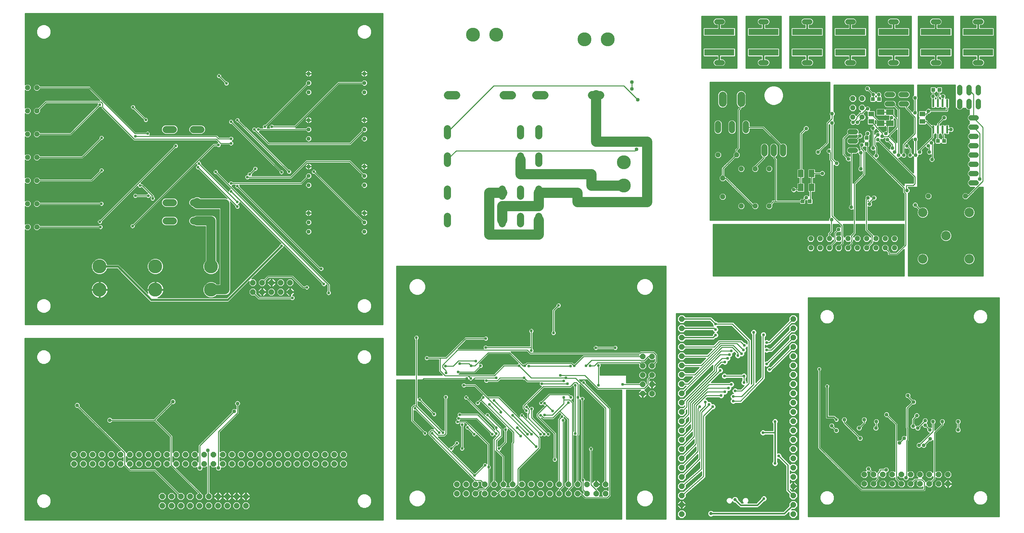
<source format=gbl>
G75*
G70*
%OFA0B0*%
%FSLAX24Y24*%
%IPPOS*%
%LPD*%
%AMOC8*
5,1,8,0,0,1.08239X$1,22.5*
%
%ADD10C,0.0440*%
%ADD11OC8,0.0520*%
%ADD12C,0.0780*%
%ADD13C,0.1500*%
%ADD14OC8,0.0600*%
%ADD15C,0.1004*%
%ADD16C,0.0660*%
%ADD17C,0.0825*%
%ADD18R,0.0236X0.0866*%
%ADD19R,0.0630X0.0512*%
%ADD20R,0.0394X0.0433*%
%ADD21C,0.0560*%
%ADD22R,0.0787X0.0591*%
%ADD23OC8,0.0560*%
%ADD24R,0.0433X0.0394*%
%ADD25R,0.0394X0.0394*%
%ADD26R,0.0591X0.0787*%
%ADD27C,0.0885*%
%ADD28R,0.3228X0.0709*%
%ADD29C,0.0100*%
%ADD30C,0.0396*%
%ADD31C,0.0310*%
%ADD32C,0.0240*%
%ADD33C,0.1000*%
%ADD34C,0.0160*%
%ADD35C,0.0400*%
%ADD36C,0.1100*%
%ADD37C,0.0200*%
%ADD38C,0.0360*%
%ADD39C,0.0120*%
D10*
X031330Y031680D03*
X031330Y032680D03*
X031330Y033680D03*
X031330Y036680D03*
X031330Y037680D03*
X031330Y038680D03*
X031330Y041680D03*
X031330Y042680D03*
X031330Y043680D03*
X031330Y046680D03*
X031330Y047680D03*
X031330Y048680D03*
X037330Y048680D03*
X037330Y047680D03*
X037330Y046680D03*
X037330Y043680D03*
X037330Y042680D03*
X037330Y041680D03*
X037330Y038680D03*
X037330Y037680D03*
X037330Y036680D03*
X037330Y033680D03*
X037330Y032680D03*
X037330Y031680D03*
D11*
X002080Y032180D03*
X001080Y032180D03*
X001080Y034680D03*
X002080Y034680D03*
X002080Y037180D03*
X001080Y037180D03*
X001080Y039680D03*
X002080Y039680D03*
X002080Y042180D03*
X001080Y042180D03*
X001080Y044680D03*
X002080Y044680D03*
X002080Y047180D03*
X001080Y047180D03*
X075380Y039930D03*
X077380Y039930D03*
X077880Y038430D03*
X079380Y038430D03*
X080880Y038430D03*
X075880Y037430D03*
X075880Y035430D03*
X077880Y034430D03*
X079380Y034430D03*
X080880Y034430D03*
X098012Y035489D03*
X102012Y035489D03*
D12*
X056105Y035490D02*
X056105Y036270D01*
X054135Y036270D02*
X054135Y035490D01*
X052175Y035490D02*
X052175Y036270D01*
X052175Y033320D02*
X052175Y032540D01*
X054135Y032540D02*
X054135Y033320D01*
X056105Y033320D02*
X056105Y032540D01*
X046265Y032540D02*
X046265Y033320D01*
X046265Y035490D02*
X046265Y036270D01*
X046265Y039040D02*
X046265Y039820D01*
X046265Y041990D02*
X046265Y042770D01*
X054135Y042770D02*
X054135Y041990D01*
X056105Y041990D02*
X056105Y042770D01*
X056105Y039820D02*
X056105Y039040D01*
X054135Y039040D02*
X054135Y039820D01*
X019720Y042680D02*
X018940Y042680D01*
X016770Y042680D02*
X015990Y042680D01*
X015990Y034810D02*
X016770Y034810D01*
X018940Y034810D02*
X019720Y034810D01*
X019720Y032840D02*
X018940Y032840D01*
X016770Y032840D02*
X015990Y032840D01*
D13*
X014830Y027930D03*
X014830Y025430D03*
X008830Y025430D03*
X008830Y027930D03*
X020830Y027930D03*
X020830Y025430D03*
X065265Y036630D03*
X065265Y039130D03*
X063515Y052380D03*
X061015Y052380D03*
X051515Y052880D03*
X049015Y052880D03*
D14*
X029330Y026180D03*
X028330Y026180D03*
X027330Y026180D03*
X026330Y026180D03*
X025330Y026180D03*
X025330Y025180D03*
X026330Y025180D03*
X027330Y025180D03*
X028330Y025180D03*
X029330Y025180D03*
X029080Y007680D03*
X028080Y007680D03*
X027080Y007680D03*
X026080Y007680D03*
X025080Y007680D03*
X024080Y007680D03*
X023080Y007680D03*
X022080Y007680D03*
X021080Y007680D03*
X020080Y007680D03*
X019080Y007680D03*
X018080Y007680D03*
X017080Y007680D03*
X016080Y007680D03*
X015080Y007680D03*
X014080Y007680D03*
X013080Y007680D03*
X012080Y007680D03*
X011080Y007680D03*
X010080Y007680D03*
X009080Y007680D03*
X008080Y007680D03*
X007080Y007680D03*
X006080Y007680D03*
X006080Y006680D03*
X007080Y006680D03*
X008080Y006680D03*
X009080Y006680D03*
X010080Y006680D03*
X011080Y006680D03*
X012080Y006680D03*
X013080Y006680D03*
X014080Y006680D03*
X015080Y006680D03*
X016080Y006680D03*
X017080Y006680D03*
X018080Y006680D03*
X019080Y006680D03*
X020080Y006680D03*
X021080Y006680D03*
X022080Y006680D03*
X023080Y006680D03*
X024080Y006680D03*
X025080Y006680D03*
X026080Y006680D03*
X027080Y006680D03*
X028080Y006680D03*
X029080Y006680D03*
X030080Y006680D03*
X031080Y006680D03*
X032080Y006680D03*
X033080Y006680D03*
X034080Y006680D03*
X035080Y006680D03*
X035080Y007680D03*
X034080Y007680D03*
X033080Y007680D03*
X032080Y007680D03*
X031080Y007680D03*
X030080Y007680D03*
X024580Y003180D03*
X023580Y003180D03*
X022580Y003180D03*
X021580Y003180D03*
X020580Y003180D03*
X019580Y003180D03*
X018580Y003180D03*
X017580Y003180D03*
X016580Y003180D03*
X015580Y003180D03*
X015580Y002180D03*
X016580Y002180D03*
X017580Y002180D03*
X018580Y002180D03*
X019580Y002180D03*
X020580Y002180D03*
X021580Y002180D03*
X022580Y002180D03*
X023580Y002180D03*
X024580Y002180D03*
X047280Y003480D03*
X047280Y004480D03*
X048280Y004480D03*
X048280Y003480D03*
X049280Y003480D03*
X049280Y004480D03*
X050280Y004480D03*
X050280Y003480D03*
X051280Y003480D03*
X051280Y004480D03*
X052280Y004480D03*
X052280Y003480D03*
X053280Y003480D03*
X053280Y004480D03*
X054280Y004480D03*
X055280Y004480D03*
X055280Y003480D03*
X054280Y003480D03*
X056280Y003480D03*
X056280Y004480D03*
X057280Y004480D03*
X057280Y003480D03*
X058280Y003480D03*
X058280Y004480D03*
X059280Y004480D03*
X059280Y003480D03*
X060280Y003480D03*
X060280Y004480D03*
X061280Y004480D03*
X061280Y003480D03*
X062280Y003480D03*
X062280Y004480D03*
X063280Y004480D03*
X063280Y003480D03*
X071480Y003280D03*
X071480Y002280D03*
X071480Y001280D03*
X071480Y004280D03*
X071480Y005280D03*
X071480Y006280D03*
X071480Y007280D03*
X071480Y008280D03*
X071480Y009280D03*
X071480Y010280D03*
X071480Y011280D03*
X071480Y012280D03*
X071480Y013280D03*
X071480Y014280D03*
X071480Y015280D03*
X071480Y016280D03*
X071480Y017280D03*
X071480Y018280D03*
X071480Y019280D03*
X071480Y020280D03*
X071480Y021280D03*
X071480Y022280D03*
X068280Y018230D03*
X067280Y018230D03*
X067280Y017230D03*
X068280Y017230D03*
X068280Y016230D03*
X068280Y015230D03*
X067280Y015230D03*
X067280Y016230D03*
X067280Y014230D03*
X068280Y014230D03*
X083480Y014280D03*
X083480Y013280D03*
X083480Y012280D03*
X083480Y011280D03*
X083480Y010280D03*
X083480Y009280D03*
X083480Y008280D03*
X083480Y007280D03*
X083480Y006280D03*
X083480Y005280D03*
X083480Y004280D03*
X083480Y003280D03*
X083480Y002280D03*
X083480Y001280D03*
X091130Y004530D03*
X091130Y005530D03*
X092130Y005530D03*
X092130Y004530D03*
X093130Y004530D03*
X093130Y005530D03*
X094130Y005530D03*
X094130Y004530D03*
X095130Y004530D03*
X095130Y005530D03*
X096130Y005530D03*
X096130Y004530D03*
X097130Y004530D03*
X097130Y005530D03*
X098130Y005530D03*
X098130Y004530D03*
X099130Y004530D03*
X099130Y005530D03*
X100130Y005530D03*
X100130Y004530D03*
X083480Y015280D03*
X083480Y016280D03*
X083480Y017280D03*
X083480Y018280D03*
X083480Y019280D03*
X083480Y020280D03*
X083480Y021280D03*
X083480Y022280D03*
D15*
X097420Y028741D03*
X099920Y031241D03*
X102420Y028741D03*
X102420Y033741D03*
X097420Y033741D03*
D16*
X082380Y040100D02*
X082380Y040760D01*
X081380Y040760D02*
X081380Y040100D01*
X080380Y040100D02*
X080380Y040760D01*
X078380Y042600D02*
X078380Y043260D01*
X076880Y043260D02*
X076880Y042600D01*
X075380Y042600D02*
X075380Y043260D01*
D17*
X075880Y045518D02*
X075880Y046343D01*
X077880Y046343D02*
X077880Y045518D01*
D18*
X098558Y045500D03*
X099058Y045500D03*
X099558Y045500D03*
X100058Y045500D03*
X100058Y042675D03*
X099558Y042675D03*
X099058Y042675D03*
X098558Y042675D03*
D19*
X097380Y043536D03*
X097380Y044324D03*
X091880Y044324D03*
X091880Y043536D03*
D20*
X092045Y045930D03*
X092715Y045930D03*
X098545Y046930D03*
X099215Y046930D03*
X099045Y041430D03*
X099715Y041430D03*
D21*
X102600Y040930D02*
X103160Y040930D01*
X103160Y041930D02*
X102600Y041930D01*
X102600Y042930D02*
X103160Y042930D01*
X103160Y043930D02*
X102600Y043930D01*
X102380Y045150D02*
X102380Y045710D01*
X101380Y045710D02*
X101380Y045150D01*
X103380Y045150D02*
X103380Y045710D01*
X103380Y046650D02*
X103380Y047210D01*
X102380Y047210D02*
X102380Y046650D01*
X101380Y046650D02*
X101380Y047210D01*
X103100Y049880D02*
X103660Y049880D01*
X099110Y049880D02*
X098550Y049880D01*
X094560Y049880D02*
X094000Y049880D01*
X089910Y049880D02*
X089350Y049880D01*
X085260Y049880D02*
X084700Y049880D01*
X080560Y049880D02*
X080000Y049880D01*
X075810Y049880D02*
X075250Y049880D01*
X075250Y054280D02*
X075810Y054280D01*
X080000Y054280D02*
X080560Y054280D01*
X084700Y054280D02*
X085260Y054280D01*
X089350Y054280D02*
X089910Y054280D01*
X094000Y054280D02*
X094560Y054280D01*
X098550Y054280D02*
X099110Y054280D01*
X103100Y054280D02*
X103660Y054280D01*
X095660Y046430D02*
X095100Y046430D01*
X094160Y046430D02*
X093600Y046430D01*
X093600Y045430D02*
X094160Y045430D01*
X095100Y045430D02*
X095660Y045430D01*
X090160Y042430D02*
X089600Y042430D01*
X089600Y041430D02*
X090160Y041430D01*
X090160Y040430D02*
X089600Y040430D01*
X102600Y039930D02*
X103160Y039930D01*
X103160Y038930D02*
X102600Y038930D01*
X102600Y037930D02*
X103160Y037930D01*
X103160Y036930D02*
X102600Y036930D01*
D22*
X093880Y043339D03*
X092880Y043339D03*
X092880Y044521D03*
X093880Y044521D03*
D23*
X090890Y044998D03*
X089890Y044998D03*
X089890Y045998D03*
X090890Y045998D03*
X090890Y043998D03*
X089890Y043998D03*
X090380Y030930D03*
X089380Y030930D03*
X088380Y030930D03*
X087380Y030930D03*
X086380Y030930D03*
X085380Y030930D03*
X085380Y029930D03*
X086380Y029930D03*
X087380Y029930D03*
X088380Y029930D03*
X089380Y029930D03*
X090380Y029930D03*
X091380Y029930D03*
X092380Y029930D03*
X093380Y029930D03*
X094380Y029930D03*
X094380Y030930D03*
X093380Y030930D03*
X092380Y030930D03*
X091380Y030930D03*
D24*
X091380Y041095D03*
X091380Y041765D03*
D25*
X085274Y034930D03*
X084486Y034930D03*
D26*
X084289Y036430D03*
X085471Y036430D03*
X085471Y037930D03*
X084289Y037930D03*
D27*
X062708Y046380D02*
X061823Y046380D01*
X056708Y046380D02*
X055823Y046380D01*
X053208Y046380D02*
X052323Y046380D01*
X047208Y046380D02*
X046323Y046380D01*
D28*
X075530Y050978D03*
X075530Y053182D03*
X080280Y053182D03*
X080280Y050978D03*
X084980Y050978D03*
X084980Y053182D03*
X089630Y053182D03*
X089630Y050978D03*
X094280Y050978D03*
X094280Y053182D03*
X098830Y053182D03*
X098830Y050978D03*
X103380Y050978D03*
X103380Y053182D03*
D29*
X103170Y053647D02*
X101720Y053647D01*
X101656Y053582D01*
X101656Y052782D01*
X101720Y052718D01*
X105040Y052718D01*
X105104Y052782D01*
X105104Y053582D01*
X105040Y053647D01*
X103590Y053647D01*
X103590Y053890D01*
X103738Y053890D01*
X103881Y053949D01*
X103991Y054059D01*
X104050Y054202D01*
X104050Y054358D01*
X103991Y054501D01*
X103881Y054611D01*
X103738Y054670D01*
X103022Y054670D01*
X102879Y054611D01*
X102769Y054501D01*
X102710Y054358D01*
X102710Y054202D01*
X102769Y054059D01*
X102879Y053949D01*
X103022Y053890D01*
X103170Y053890D01*
X103170Y053647D01*
X103170Y053666D02*
X101480Y053666D01*
X101480Y053764D02*
X103170Y053764D01*
X103170Y053863D02*
X101480Y053863D01*
X101480Y053961D02*
X102867Y053961D01*
X102769Y054060D02*
X101480Y054060D01*
X101480Y054158D02*
X102728Y054158D01*
X102710Y054257D02*
X101480Y054257D01*
X101480Y054355D02*
X102710Y054355D01*
X102750Y054454D02*
X101480Y054454D01*
X101480Y054552D02*
X102821Y054552D01*
X102976Y054651D02*
X101480Y054651D01*
X101480Y054749D02*
X105280Y054749D01*
X105280Y054651D02*
X103784Y054651D01*
X103939Y054552D02*
X105280Y054552D01*
X105280Y054454D02*
X104010Y054454D01*
X104050Y054355D02*
X105280Y054355D01*
X105280Y054257D02*
X104050Y054257D01*
X104032Y054158D02*
X105280Y054158D01*
X105280Y054060D02*
X103991Y054060D01*
X103893Y053961D02*
X105280Y053961D01*
X105280Y053863D02*
X103590Y053863D01*
X103590Y053764D02*
X105280Y053764D01*
X105280Y053666D02*
X103590Y053666D01*
X105104Y053567D02*
X105280Y053567D01*
X105280Y053469D02*
X105104Y053469D01*
X105104Y053370D02*
X105280Y053370D01*
X105280Y053272D02*
X105104Y053272D01*
X105104Y053173D02*
X105280Y053173D01*
X105280Y053075D02*
X105104Y053075D01*
X105104Y052976D02*
X105280Y052976D01*
X105280Y052878D02*
X105104Y052878D01*
X105101Y052779D02*
X105280Y052779D01*
X105280Y052681D02*
X101480Y052681D01*
X101480Y052779D02*
X101659Y052779D01*
X101656Y052878D02*
X101480Y052878D01*
X101480Y052976D02*
X101656Y052976D01*
X101656Y053075D02*
X101480Y053075D01*
X101480Y053173D02*
X101656Y053173D01*
X101656Y053272D02*
X101480Y053272D01*
X101480Y053370D02*
X101656Y053370D01*
X101656Y053469D02*
X101480Y053469D01*
X101480Y053567D02*
X101656Y053567D01*
X100730Y053567D02*
X100554Y053567D01*
X100554Y053582D02*
X100490Y053647D01*
X099040Y053647D01*
X099040Y053890D01*
X099188Y053890D01*
X099331Y053949D01*
X099441Y054059D01*
X099500Y054202D01*
X099500Y054358D01*
X099441Y054501D01*
X099331Y054611D01*
X099188Y054670D01*
X098472Y054670D01*
X098329Y054611D01*
X098219Y054501D01*
X098160Y054358D01*
X098160Y054202D01*
X098219Y054059D01*
X098329Y053949D01*
X098472Y053890D01*
X098620Y053890D01*
X098620Y053647D01*
X097170Y053647D01*
X097106Y053582D01*
X097106Y052782D01*
X097170Y052718D01*
X100490Y052718D01*
X100554Y052782D01*
X100554Y053582D01*
X100554Y053469D02*
X100730Y053469D01*
X100730Y053370D02*
X100554Y053370D01*
X100554Y053272D02*
X100730Y053272D01*
X100730Y053173D02*
X100554Y053173D01*
X100554Y053075D02*
X100730Y053075D01*
X100730Y052976D02*
X100554Y052976D01*
X100554Y052878D02*
X100730Y052878D01*
X100730Y052779D02*
X100551Y052779D01*
X100730Y052681D02*
X096930Y052681D01*
X096930Y052779D02*
X097109Y052779D01*
X097106Y052878D02*
X096930Y052878D01*
X096930Y052976D02*
X097106Y052976D01*
X097106Y053075D02*
X096930Y053075D01*
X096930Y053173D02*
X097106Y053173D01*
X097106Y053272D02*
X096930Y053272D01*
X096930Y053370D02*
X097106Y053370D01*
X097106Y053469D02*
X096930Y053469D01*
X096930Y053567D02*
X097106Y053567D01*
X096930Y053666D02*
X098620Y053666D01*
X098620Y053764D02*
X096930Y053764D01*
X096930Y053863D02*
X098620Y053863D01*
X098317Y053961D02*
X096930Y053961D01*
X096930Y054060D02*
X098219Y054060D01*
X098178Y054158D02*
X096930Y054158D01*
X096930Y054257D02*
X098160Y054257D01*
X098160Y054355D02*
X096930Y054355D01*
X096930Y054454D02*
X098200Y054454D01*
X098271Y054552D02*
X096930Y054552D01*
X096930Y054651D02*
X098426Y054651D01*
X099234Y054651D02*
X100730Y054651D01*
X100730Y054749D02*
X096930Y054749D01*
X096930Y054848D02*
X100730Y054848D01*
X100730Y054880D02*
X100730Y049280D01*
X096930Y049280D01*
X096930Y054880D01*
X100730Y054880D01*
X100730Y054552D02*
X099389Y054552D01*
X099460Y054454D02*
X100730Y054454D01*
X100730Y054355D02*
X099500Y054355D01*
X099500Y054257D02*
X100730Y054257D01*
X100730Y054158D02*
X099482Y054158D01*
X099441Y054060D02*
X100730Y054060D01*
X100730Y053961D02*
X099343Y053961D01*
X099040Y053863D02*
X100730Y053863D01*
X100730Y053764D02*
X099040Y053764D01*
X099040Y053666D02*
X100730Y053666D01*
X100730Y052582D02*
X096930Y052582D01*
X096930Y052484D02*
X100730Y052484D01*
X100730Y052385D02*
X096930Y052385D01*
X096930Y052287D02*
X100730Y052287D01*
X100730Y052188D02*
X096930Y052188D01*
X096930Y052090D02*
X100730Y052090D01*
X100730Y051991D02*
X096930Y051991D01*
X096930Y051893D02*
X100730Y051893D01*
X100730Y051794D02*
X096930Y051794D01*
X096930Y051696D02*
X100730Y051696D01*
X100730Y051597D02*
X096930Y051597D01*
X096930Y051499D02*
X100730Y051499D01*
X100730Y051400D02*
X100532Y051400D01*
X100554Y051378D02*
X100490Y051442D01*
X097170Y051442D01*
X097106Y051378D01*
X097106Y050578D01*
X097170Y050513D01*
X098620Y050513D01*
X098620Y050270D01*
X098472Y050270D01*
X098329Y050211D01*
X098219Y050101D01*
X098160Y049958D01*
X098160Y049802D01*
X098219Y049659D01*
X098329Y049549D01*
X098472Y049490D01*
X099188Y049490D01*
X099331Y049549D01*
X099441Y049659D01*
X099500Y049802D01*
X099500Y049958D01*
X099441Y050101D01*
X099331Y050211D01*
X099188Y050270D01*
X099040Y050270D01*
X099040Y050513D01*
X100490Y050513D01*
X100554Y050578D01*
X100554Y051378D01*
X100554Y051302D02*
X100730Y051302D01*
X100730Y051203D02*
X100554Y051203D01*
X100554Y051105D02*
X100730Y051105D01*
X100730Y051006D02*
X100554Y051006D01*
X100554Y050908D02*
X100730Y050908D01*
X100730Y050809D02*
X100554Y050809D01*
X100554Y050711D02*
X100730Y050711D01*
X100730Y050612D02*
X100554Y050612D01*
X100490Y050514D02*
X100730Y050514D01*
X100730Y050415D02*
X099040Y050415D01*
X099040Y050317D02*
X100730Y050317D01*
X100730Y050218D02*
X099313Y050218D01*
X099422Y050120D02*
X100730Y050120D01*
X100730Y050021D02*
X099474Y050021D01*
X099500Y049923D02*
X100730Y049923D01*
X100730Y049824D02*
X099500Y049824D01*
X099468Y049726D02*
X100730Y049726D01*
X100730Y049627D02*
X099409Y049627D01*
X099281Y049529D02*
X100730Y049529D01*
X100730Y049430D02*
X096930Y049430D01*
X096930Y049332D02*
X100730Y049332D01*
X101480Y049332D02*
X105280Y049332D01*
X105280Y049280D02*
X101480Y049280D01*
X101480Y054880D01*
X105280Y054880D01*
X105280Y049280D01*
X105280Y049430D02*
X101480Y049430D01*
X101480Y049529D02*
X102929Y049529D01*
X102879Y049549D02*
X103022Y049490D01*
X103738Y049490D01*
X103881Y049549D01*
X103991Y049659D01*
X104050Y049802D01*
X104050Y049958D01*
X103991Y050101D01*
X103881Y050211D01*
X103738Y050270D01*
X103590Y050270D01*
X103590Y050513D01*
X105040Y050513D01*
X105104Y050578D01*
X105104Y051378D01*
X105040Y051442D01*
X101720Y051442D01*
X101656Y051378D01*
X101656Y050578D01*
X101720Y050513D01*
X103170Y050513D01*
X103170Y050270D01*
X103022Y050270D01*
X102879Y050211D01*
X102769Y050101D01*
X102710Y049958D01*
X102710Y049802D01*
X102769Y049659D01*
X102879Y049549D01*
X102801Y049627D02*
X101480Y049627D01*
X101480Y049726D02*
X102742Y049726D01*
X102710Y049824D02*
X101480Y049824D01*
X101480Y049923D02*
X102710Y049923D01*
X102736Y050021D02*
X101480Y050021D01*
X101480Y050120D02*
X102788Y050120D01*
X102897Y050218D02*
X101480Y050218D01*
X101480Y050317D02*
X103170Y050317D01*
X103170Y050415D02*
X101480Y050415D01*
X101480Y050514D02*
X101720Y050514D01*
X101656Y050612D02*
X101480Y050612D01*
X101480Y050711D02*
X101656Y050711D01*
X101656Y050809D02*
X101480Y050809D01*
X101480Y050908D02*
X101656Y050908D01*
X101656Y051006D02*
X101480Y051006D01*
X101480Y051105D02*
X101656Y051105D01*
X101656Y051203D02*
X101480Y051203D01*
X101480Y051302D02*
X101656Y051302D01*
X101678Y051400D02*
X101480Y051400D01*
X101480Y051499D02*
X105280Y051499D01*
X105280Y051597D02*
X101480Y051597D01*
X101480Y051696D02*
X105280Y051696D01*
X105280Y051794D02*
X101480Y051794D01*
X101480Y051893D02*
X105280Y051893D01*
X105280Y051991D02*
X101480Y051991D01*
X101480Y052090D02*
X105280Y052090D01*
X105280Y052188D02*
X101480Y052188D01*
X101480Y052287D02*
X105280Y052287D01*
X105280Y052385D02*
X101480Y052385D01*
X101480Y052484D02*
X105280Y052484D01*
X105280Y052582D02*
X101480Y052582D01*
X103590Y050415D02*
X105280Y050415D01*
X105280Y050317D02*
X103590Y050317D01*
X103863Y050218D02*
X105280Y050218D01*
X105280Y050120D02*
X103972Y050120D01*
X104024Y050021D02*
X105280Y050021D01*
X105280Y049923D02*
X104050Y049923D01*
X104050Y049824D02*
X105280Y049824D01*
X105280Y049726D02*
X104018Y049726D01*
X103959Y049627D02*
X105280Y049627D01*
X105280Y049529D02*
X103831Y049529D01*
X105040Y050514D02*
X105280Y050514D01*
X105280Y050612D02*
X105104Y050612D01*
X105104Y050711D02*
X105280Y050711D01*
X105280Y050809D02*
X105104Y050809D01*
X105104Y050908D02*
X105280Y050908D01*
X105280Y051006D02*
X105104Y051006D01*
X105104Y051105D02*
X105280Y051105D01*
X105280Y051203D02*
X105104Y051203D01*
X105104Y051302D02*
X105280Y051302D01*
X105280Y051400D02*
X105082Y051400D01*
X105280Y054848D02*
X101480Y054848D01*
X096180Y054848D02*
X092380Y054848D01*
X092380Y054880D02*
X092380Y049280D01*
X096180Y049280D01*
X096180Y054880D01*
X092380Y054880D01*
X092380Y054749D02*
X096180Y054749D01*
X096180Y054651D02*
X094684Y054651D01*
X094638Y054670D02*
X093922Y054670D01*
X093779Y054611D01*
X093669Y054501D01*
X093610Y054358D01*
X093610Y054202D01*
X093669Y054059D01*
X093779Y053949D01*
X093922Y053890D01*
X094070Y053890D01*
X094070Y053647D01*
X092620Y053647D01*
X092556Y053582D01*
X092556Y052782D01*
X092620Y052718D01*
X095940Y052718D01*
X096004Y052782D01*
X096004Y053582D01*
X095940Y053647D01*
X094490Y053647D01*
X094490Y053890D01*
X094638Y053890D01*
X094781Y053949D01*
X094891Y054059D01*
X094950Y054202D01*
X094950Y054358D01*
X094891Y054501D01*
X094781Y054611D01*
X094638Y054670D01*
X094839Y054552D02*
X096180Y054552D01*
X096180Y054454D02*
X094910Y054454D01*
X094950Y054355D02*
X096180Y054355D01*
X096180Y054257D02*
X094950Y054257D01*
X094932Y054158D02*
X096180Y054158D01*
X096180Y054060D02*
X094891Y054060D01*
X094793Y053961D02*
X096180Y053961D01*
X096180Y053863D02*
X094490Y053863D01*
X094490Y053764D02*
X096180Y053764D01*
X096180Y053666D02*
X094490Y053666D01*
X094070Y053666D02*
X092380Y053666D01*
X092380Y053764D02*
X094070Y053764D01*
X094070Y053863D02*
X092380Y053863D01*
X092380Y053961D02*
X093767Y053961D01*
X093669Y054060D02*
X092380Y054060D01*
X092380Y054158D02*
X093628Y054158D01*
X093610Y054257D02*
X092380Y054257D01*
X092380Y054355D02*
X093610Y054355D01*
X093650Y054454D02*
X092380Y054454D01*
X092380Y054552D02*
X093721Y054552D01*
X093876Y054651D02*
X092380Y054651D01*
X091530Y054651D02*
X090034Y054651D01*
X089988Y054670D02*
X089272Y054670D01*
X089129Y054611D01*
X089019Y054501D01*
X088960Y054358D01*
X088960Y054202D01*
X089019Y054059D01*
X089129Y053949D01*
X089272Y053890D01*
X089420Y053890D01*
X089420Y053647D01*
X087970Y053647D01*
X087906Y053582D01*
X087906Y052782D01*
X087970Y052718D01*
X091290Y052718D01*
X091354Y052782D01*
X091354Y053582D01*
X091290Y053647D01*
X089840Y053647D01*
X089840Y053890D01*
X089988Y053890D01*
X090131Y053949D01*
X090241Y054059D01*
X090300Y054202D01*
X090300Y054358D01*
X090241Y054501D01*
X090131Y054611D01*
X089988Y054670D01*
X090189Y054552D02*
X091530Y054552D01*
X091530Y054454D02*
X090260Y054454D01*
X090300Y054355D02*
X091530Y054355D01*
X091530Y054257D02*
X090300Y054257D01*
X090282Y054158D02*
X091530Y054158D01*
X091530Y054060D02*
X090241Y054060D01*
X090143Y053961D02*
X091530Y053961D01*
X091530Y053863D02*
X089840Y053863D01*
X089840Y053764D02*
X091530Y053764D01*
X091530Y053666D02*
X089840Y053666D01*
X089420Y053666D02*
X087730Y053666D01*
X087730Y053764D02*
X089420Y053764D01*
X089420Y053863D02*
X087730Y053863D01*
X087730Y053961D02*
X089117Y053961D01*
X089019Y054060D02*
X087730Y054060D01*
X087730Y054158D02*
X088978Y054158D01*
X088960Y054257D02*
X087730Y054257D01*
X087730Y054355D02*
X088960Y054355D01*
X089000Y054454D02*
X087730Y054454D01*
X087730Y054552D02*
X089071Y054552D01*
X089226Y054651D02*
X087730Y054651D01*
X087730Y054749D02*
X091530Y054749D01*
X091530Y054848D02*
X087730Y054848D01*
X087730Y054880D02*
X087730Y049280D01*
X091530Y049280D01*
X091530Y054880D01*
X087730Y054880D01*
X086880Y054880D02*
X086880Y049280D01*
X083080Y049280D01*
X083080Y054880D01*
X086880Y054880D01*
X086880Y054848D02*
X083080Y054848D01*
X083080Y054749D02*
X086880Y054749D01*
X086880Y054651D02*
X085384Y054651D01*
X085338Y054670D02*
X084622Y054670D01*
X084479Y054611D01*
X084369Y054501D01*
X084310Y054358D01*
X084310Y054202D01*
X084369Y054059D01*
X084479Y053949D01*
X084622Y053890D01*
X084770Y053890D01*
X084770Y053647D01*
X083320Y053647D01*
X083256Y053582D01*
X083256Y052782D01*
X083320Y052718D01*
X086640Y052718D01*
X086704Y052782D01*
X086704Y053582D01*
X086640Y053647D01*
X085190Y053647D01*
X085190Y053890D01*
X085338Y053890D01*
X085481Y053949D01*
X085591Y054059D01*
X085650Y054202D01*
X085650Y054358D01*
X085591Y054501D01*
X085481Y054611D01*
X085338Y054670D01*
X085539Y054552D02*
X086880Y054552D01*
X086880Y054454D02*
X085610Y054454D01*
X085650Y054355D02*
X086880Y054355D01*
X086880Y054257D02*
X085650Y054257D01*
X085632Y054158D02*
X086880Y054158D01*
X086880Y054060D02*
X085591Y054060D01*
X085493Y053961D02*
X086880Y053961D01*
X086880Y053863D02*
X085190Y053863D01*
X085190Y053764D02*
X086880Y053764D01*
X086880Y053666D02*
X085190Y053666D01*
X084770Y053666D02*
X083080Y053666D01*
X083080Y053764D02*
X084770Y053764D01*
X084770Y053863D02*
X083080Y053863D01*
X083080Y053961D02*
X084467Y053961D01*
X084369Y054060D02*
X083080Y054060D01*
X083080Y054158D02*
X084328Y054158D01*
X084310Y054257D02*
X083080Y054257D01*
X083080Y054355D02*
X084310Y054355D01*
X084350Y054454D02*
X083080Y054454D01*
X083080Y054552D02*
X084421Y054552D01*
X084576Y054651D02*
X083080Y054651D01*
X082180Y054651D02*
X080684Y054651D01*
X080638Y054670D02*
X079922Y054670D01*
X079779Y054611D01*
X079669Y054501D01*
X079610Y054358D01*
X079610Y054202D01*
X079669Y054059D01*
X079779Y053949D01*
X079922Y053890D01*
X080070Y053890D01*
X080070Y053647D01*
X078620Y053647D01*
X078556Y053582D01*
X078556Y052782D01*
X078620Y052718D01*
X081940Y052718D01*
X082004Y052782D01*
X082004Y053582D01*
X081940Y053647D01*
X080490Y053647D01*
X080490Y053890D01*
X080638Y053890D01*
X080781Y053949D01*
X080891Y054059D01*
X080950Y054202D01*
X080950Y054358D01*
X080891Y054501D01*
X080781Y054611D01*
X080638Y054670D01*
X080839Y054552D02*
X082180Y054552D01*
X082180Y054454D02*
X080910Y054454D01*
X080950Y054355D02*
X082180Y054355D01*
X082180Y054257D02*
X080950Y054257D01*
X080932Y054158D02*
X082180Y054158D01*
X082180Y054060D02*
X080891Y054060D01*
X080793Y053961D02*
X082180Y053961D01*
X082180Y053863D02*
X080490Y053863D01*
X080490Y053764D02*
X082180Y053764D01*
X082180Y053666D02*
X080490Y053666D01*
X080070Y053666D02*
X078380Y053666D01*
X078380Y053764D02*
X080070Y053764D01*
X080070Y053863D02*
X078380Y053863D01*
X078380Y053961D02*
X079767Y053961D01*
X079669Y054060D02*
X078380Y054060D01*
X078380Y054158D02*
X079628Y054158D01*
X079610Y054257D02*
X078380Y054257D01*
X078380Y054355D02*
X079610Y054355D01*
X079650Y054454D02*
X078380Y054454D01*
X078380Y054552D02*
X079721Y054552D01*
X079876Y054651D02*
X078380Y054651D01*
X078380Y054749D02*
X082180Y054749D01*
X082180Y054848D02*
X078380Y054848D01*
X078380Y054880D02*
X078380Y049280D01*
X082180Y049280D01*
X082180Y054880D01*
X078380Y054880D01*
X077430Y054880D02*
X077430Y049280D01*
X073630Y049280D01*
X073630Y054880D01*
X077430Y054880D01*
X077430Y054848D02*
X073630Y054848D01*
X073630Y054749D02*
X077430Y054749D01*
X077430Y054651D02*
X075934Y054651D01*
X075888Y054670D02*
X075172Y054670D01*
X075029Y054611D01*
X074919Y054501D01*
X074860Y054358D01*
X074860Y054202D01*
X074919Y054059D01*
X075029Y053949D01*
X075172Y053890D01*
X075320Y053890D01*
X075320Y053647D01*
X073870Y053647D01*
X073806Y053582D01*
X073806Y052782D01*
X073870Y052718D01*
X077190Y052718D01*
X077254Y052782D01*
X077254Y053582D01*
X077190Y053647D01*
X075740Y053647D01*
X075740Y053890D01*
X075888Y053890D01*
X076031Y053949D01*
X076141Y054059D01*
X076200Y054202D01*
X076200Y054358D01*
X076141Y054501D01*
X076031Y054611D01*
X075888Y054670D01*
X076089Y054552D02*
X077430Y054552D01*
X077430Y054454D02*
X076160Y054454D01*
X076200Y054355D02*
X077430Y054355D01*
X077430Y054257D02*
X076200Y054257D01*
X076182Y054158D02*
X077430Y054158D01*
X077430Y054060D02*
X076141Y054060D01*
X076043Y053961D02*
X077430Y053961D01*
X077430Y053863D02*
X075740Y053863D01*
X075740Y053764D02*
X077430Y053764D01*
X077430Y053666D02*
X075740Y053666D01*
X075320Y053666D02*
X073630Y053666D01*
X073630Y053764D02*
X075320Y053764D01*
X075320Y053863D02*
X073630Y053863D01*
X073630Y053961D02*
X075017Y053961D01*
X074919Y054060D02*
X073630Y054060D01*
X073630Y054158D02*
X074878Y054158D01*
X074860Y054257D02*
X073630Y054257D01*
X073630Y054355D02*
X074860Y054355D01*
X074900Y054454D02*
X073630Y054454D01*
X073630Y054552D02*
X074971Y054552D01*
X075126Y054651D02*
X073630Y054651D01*
X073630Y053567D02*
X073806Y053567D01*
X073806Y053469D02*
X073630Y053469D01*
X073630Y053370D02*
X073806Y053370D01*
X073806Y053272D02*
X073630Y053272D01*
X073630Y053173D02*
X073806Y053173D01*
X073806Y053075D02*
X073630Y053075D01*
X073630Y052976D02*
X073806Y052976D01*
X073806Y052878D02*
X073630Y052878D01*
X073630Y052779D02*
X073809Y052779D01*
X073630Y052681D02*
X077430Y052681D01*
X077430Y052779D02*
X077251Y052779D01*
X077254Y052878D02*
X077430Y052878D01*
X077430Y052976D02*
X077254Y052976D01*
X077254Y053075D02*
X077430Y053075D01*
X077430Y053173D02*
X077254Y053173D01*
X077254Y053272D02*
X077430Y053272D01*
X077430Y053370D02*
X077254Y053370D01*
X077254Y053469D02*
X077430Y053469D01*
X077430Y053567D02*
X077254Y053567D01*
X078380Y053567D02*
X078556Y053567D01*
X078556Y053469D02*
X078380Y053469D01*
X078380Y053370D02*
X078556Y053370D01*
X078556Y053272D02*
X078380Y053272D01*
X078380Y053173D02*
X078556Y053173D01*
X078556Y053075D02*
X078380Y053075D01*
X078380Y052976D02*
X078556Y052976D01*
X078556Y052878D02*
X078380Y052878D01*
X078380Y052779D02*
X078559Y052779D01*
X078380Y052681D02*
X082180Y052681D01*
X082180Y052779D02*
X082001Y052779D01*
X082004Y052878D02*
X082180Y052878D01*
X082180Y052976D02*
X082004Y052976D01*
X082004Y053075D02*
X082180Y053075D01*
X082180Y053173D02*
X082004Y053173D01*
X082004Y053272D02*
X082180Y053272D01*
X082180Y053370D02*
X082004Y053370D01*
X082004Y053469D02*
X082180Y053469D01*
X082180Y053567D02*
X082004Y053567D01*
X083080Y053567D02*
X083256Y053567D01*
X083256Y053469D02*
X083080Y053469D01*
X083080Y053370D02*
X083256Y053370D01*
X083256Y053272D02*
X083080Y053272D01*
X083080Y053173D02*
X083256Y053173D01*
X083256Y053075D02*
X083080Y053075D01*
X083080Y052976D02*
X083256Y052976D01*
X083256Y052878D02*
X083080Y052878D01*
X083080Y052779D02*
X083259Y052779D01*
X083080Y052681D02*
X086880Y052681D01*
X086880Y052779D02*
X086701Y052779D01*
X086704Y052878D02*
X086880Y052878D01*
X086880Y052976D02*
X086704Y052976D01*
X086704Y053075D02*
X086880Y053075D01*
X086880Y053173D02*
X086704Y053173D01*
X086704Y053272D02*
X086880Y053272D01*
X086880Y053370D02*
X086704Y053370D01*
X086704Y053469D02*
X086880Y053469D01*
X086880Y053567D02*
X086704Y053567D01*
X087730Y053567D02*
X087906Y053567D01*
X087906Y053469D02*
X087730Y053469D01*
X087730Y053370D02*
X087906Y053370D01*
X087906Y053272D02*
X087730Y053272D01*
X087730Y053173D02*
X087906Y053173D01*
X087906Y053075D02*
X087730Y053075D01*
X087730Y052976D02*
X087906Y052976D01*
X087906Y052878D02*
X087730Y052878D01*
X087730Y052779D02*
X087909Y052779D01*
X087730Y052681D02*
X091530Y052681D01*
X091530Y052779D02*
X091351Y052779D01*
X091354Y052878D02*
X091530Y052878D01*
X091530Y052976D02*
X091354Y052976D01*
X091354Y053075D02*
X091530Y053075D01*
X091530Y053173D02*
X091354Y053173D01*
X091354Y053272D02*
X091530Y053272D01*
X091530Y053370D02*
X091354Y053370D01*
X091354Y053469D02*
X091530Y053469D01*
X091530Y053567D02*
X091354Y053567D01*
X092380Y053567D02*
X092556Y053567D01*
X092556Y053469D02*
X092380Y053469D01*
X092380Y053370D02*
X092556Y053370D01*
X092556Y053272D02*
X092380Y053272D01*
X092380Y053173D02*
X092556Y053173D01*
X092556Y053075D02*
X092380Y053075D01*
X092380Y052976D02*
X092556Y052976D01*
X092556Y052878D02*
X092380Y052878D01*
X092380Y052779D02*
X092559Y052779D01*
X092380Y052681D02*
X096180Y052681D01*
X096180Y052779D02*
X096001Y052779D01*
X096004Y052878D02*
X096180Y052878D01*
X096180Y052976D02*
X096004Y052976D01*
X096004Y053075D02*
X096180Y053075D01*
X096180Y053173D02*
X096004Y053173D01*
X096004Y053272D02*
X096180Y053272D01*
X096180Y053370D02*
X096004Y053370D01*
X096004Y053469D02*
X096180Y053469D01*
X096180Y053567D02*
X096004Y053567D01*
X096180Y052582D02*
X092380Y052582D01*
X092380Y052484D02*
X096180Y052484D01*
X096180Y052385D02*
X092380Y052385D01*
X092380Y052287D02*
X096180Y052287D01*
X096180Y052188D02*
X092380Y052188D01*
X092380Y052090D02*
X096180Y052090D01*
X096180Y051991D02*
X092380Y051991D01*
X092380Y051893D02*
X096180Y051893D01*
X096180Y051794D02*
X092380Y051794D01*
X092380Y051696D02*
X096180Y051696D01*
X096180Y051597D02*
X092380Y051597D01*
X092380Y051499D02*
X096180Y051499D01*
X096180Y051400D02*
X095982Y051400D01*
X096004Y051378D02*
X095940Y051442D01*
X092620Y051442D01*
X092556Y051378D01*
X092556Y050578D01*
X092620Y050513D01*
X094070Y050513D01*
X094070Y050270D01*
X093922Y050270D01*
X093779Y050211D01*
X093669Y050101D01*
X093610Y049958D01*
X093610Y049802D01*
X093669Y049659D01*
X093779Y049549D01*
X093922Y049490D01*
X094638Y049490D01*
X094781Y049549D01*
X094891Y049659D01*
X094950Y049802D01*
X094950Y049958D01*
X094891Y050101D01*
X094781Y050211D01*
X094638Y050270D01*
X094490Y050270D01*
X094490Y050513D01*
X095940Y050513D01*
X096004Y050578D01*
X096004Y051378D01*
X096004Y051302D02*
X096180Y051302D01*
X096180Y051203D02*
X096004Y051203D01*
X096004Y051105D02*
X096180Y051105D01*
X096180Y051006D02*
X096004Y051006D01*
X096004Y050908D02*
X096180Y050908D01*
X096180Y050809D02*
X096004Y050809D01*
X096004Y050711D02*
X096180Y050711D01*
X096180Y050612D02*
X096004Y050612D01*
X095940Y050514D02*
X096180Y050514D01*
X096180Y050415D02*
X094490Y050415D01*
X094490Y050317D02*
X096180Y050317D01*
X096180Y050218D02*
X094763Y050218D01*
X094872Y050120D02*
X096180Y050120D01*
X096180Y050021D02*
X094924Y050021D01*
X094950Y049923D02*
X096180Y049923D01*
X096180Y049824D02*
X094950Y049824D01*
X094918Y049726D02*
X096180Y049726D01*
X096180Y049627D02*
X094859Y049627D01*
X094731Y049529D02*
X096180Y049529D01*
X096180Y049430D02*
X092380Y049430D01*
X092380Y049332D02*
X096180Y049332D01*
X096930Y049529D02*
X098379Y049529D01*
X098251Y049627D02*
X096930Y049627D01*
X096930Y049726D02*
X098192Y049726D01*
X098160Y049824D02*
X096930Y049824D01*
X096930Y049923D02*
X098160Y049923D01*
X098186Y050021D02*
X096930Y050021D01*
X096930Y050120D02*
X098238Y050120D01*
X098347Y050218D02*
X096930Y050218D01*
X096930Y050317D02*
X098620Y050317D01*
X098620Y050415D02*
X096930Y050415D01*
X096930Y050514D02*
X097170Y050514D01*
X097106Y050612D02*
X096930Y050612D01*
X096930Y050711D02*
X097106Y050711D01*
X097106Y050809D02*
X096930Y050809D01*
X096930Y050908D02*
X097106Y050908D01*
X097106Y051006D02*
X096930Y051006D01*
X096930Y051105D02*
X097106Y051105D01*
X097106Y051203D02*
X096930Y051203D01*
X096930Y051302D02*
X097106Y051302D01*
X097128Y051400D02*
X096930Y051400D01*
X094070Y050415D02*
X092380Y050415D01*
X092380Y050317D02*
X094070Y050317D01*
X093797Y050218D02*
X092380Y050218D01*
X092380Y050120D02*
X093688Y050120D01*
X093636Y050021D02*
X092380Y050021D01*
X092380Y049923D02*
X093610Y049923D01*
X093610Y049824D02*
X092380Y049824D01*
X092380Y049726D02*
X093642Y049726D01*
X093701Y049627D02*
X092380Y049627D01*
X092380Y049529D02*
X093829Y049529D01*
X092620Y050514D02*
X092380Y050514D01*
X092380Y050612D02*
X092556Y050612D01*
X092556Y050711D02*
X092380Y050711D01*
X092380Y050809D02*
X092556Y050809D01*
X092556Y050908D02*
X092380Y050908D01*
X092380Y051006D02*
X092556Y051006D01*
X092556Y051105D02*
X092380Y051105D01*
X092380Y051203D02*
X092556Y051203D01*
X092556Y051302D02*
X092380Y051302D01*
X092380Y051400D02*
X092578Y051400D01*
X091530Y051400D02*
X091332Y051400D01*
X091354Y051378D02*
X091290Y051442D01*
X087970Y051442D01*
X087906Y051378D01*
X087906Y050578D01*
X087970Y050513D01*
X089420Y050513D01*
X089420Y050270D01*
X089272Y050270D01*
X089129Y050211D01*
X089019Y050101D01*
X088960Y049958D01*
X088960Y049802D01*
X089019Y049659D01*
X089129Y049549D01*
X089272Y049490D01*
X089988Y049490D01*
X090131Y049549D01*
X090241Y049659D01*
X090300Y049802D01*
X090300Y049958D01*
X090241Y050101D01*
X090131Y050211D01*
X089988Y050270D01*
X089840Y050270D01*
X089840Y050513D01*
X091290Y050513D01*
X091354Y050578D01*
X091354Y051378D01*
X091354Y051302D02*
X091530Y051302D01*
X091530Y051203D02*
X091354Y051203D01*
X091354Y051105D02*
X091530Y051105D01*
X091530Y051006D02*
X091354Y051006D01*
X091354Y050908D02*
X091530Y050908D01*
X091530Y050809D02*
X091354Y050809D01*
X091354Y050711D02*
X091530Y050711D01*
X091530Y050612D02*
X091354Y050612D01*
X091290Y050514D02*
X091530Y050514D01*
X091530Y050415D02*
X089840Y050415D01*
X089840Y050317D02*
X091530Y050317D01*
X091530Y050218D02*
X090113Y050218D01*
X090222Y050120D02*
X091530Y050120D01*
X091530Y050021D02*
X090274Y050021D01*
X090300Y049923D02*
X091530Y049923D01*
X091530Y049824D02*
X090300Y049824D01*
X090268Y049726D02*
X091530Y049726D01*
X091530Y049627D02*
X090209Y049627D01*
X090081Y049529D02*
X091530Y049529D01*
X091530Y049430D02*
X087730Y049430D01*
X087730Y049332D02*
X091530Y049332D01*
X089420Y050317D02*
X087730Y050317D01*
X087730Y050415D02*
X089420Y050415D01*
X089147Y050218D02*
X087730Y050218D01*
X087730Y050120D02*
X089038Y050120D01*
X088986Y050021D02*
X087730Y050021D01*
X087730Y049923D02*
X088960Y049923D01*
X088960Y049824D02*
X087730Y049824D01*
X087730Y049726D02*
X088992Y049726D01*
X089051Y049627D02*
X087730Y049627D01*
X087730Y049529D02*
X089179Y049529D01*
X087970Y050514D02*
X087730Y050514D01*
X087730Y050612D02*
X087906Y050612D01*
X087906Y050711D02*
X087730Y050711D01*
X087730Y050809D02*
X087906Y050809D01*
X087906Y050908D02*
X087730Y050908D01*
X087730Y051006D02*
X087906Y051006D01*
X087906Y051105D02*
X087730Y051105D01*
X087730Y051203D02*
X087906Y051203D01*
X087906Y051302D02*
X087730Y051302D01*
X087730Y051400D02*
X087928Y051400D01*
X087730Y051499D02*
X091530Y051499D01*
X091530Y051597D02*
X087730Y051597D01*
X087730Y051696D02*
X091530Y051696D01*
X091530Y051794D02*
X087730Y051794D01*
X087730Y051893D02*
X091530Y051893D01*
X091530Y051991D02*
X087730Y051991D01*
X087730Y052090D02*
X091530Y052090D01*
X091530Y052188D02*
X087730Y052188D01*
X087730Y052287D02*
X091530Y052287D01*
X091530Y052385D02*
X087730Y052385D01*
X087730Y052484D02*
X091530Y052484D01*
X091530Y052582D02*
X087730Y052582D01*
X086880Y052582D02*
X083080Y052582D01*
X083080Y052484D02*
X086880Y052484D01*
X086880Y052385D02*
X083080Y052385D01*
X083080Y052287D02*
X086880Y052287D01*
X086880Y052188D02*
X083080Y052188D01*
X083080Y052090D02*
X086880Y052090D01*
X086880Y051991D02*
X083080Y051991D01*
X083080Y051893D02*
X086880Y051893D01*
X086880Y051794D02*
X083080Y051794D01*
X083080Y051696D02*
X086880Y051696D01*
X086880Y051597D02*
X083080Y051597D01*
X083080Y051499D02*
X086880Y051499D01*
X086880Y051400D02*
X086682Y051400D01*
X086704Y051378D02*
X086640Y051442D01*
X083320Y051442D01*
X083256Y051378D01*
X083256Y050578D01*
X083320Y050513D01*
X084770Y050513D01*
X084770Y050270D01*
X084622Y050270D01*
X084479Y050211D01*
X084369Y050101D01*
X084310Y049958D01*
X084310Y049802D01*
X084369Y049659D01*
X084479Y049549D01*
X084622Y049490D01*
X085338Y049490D01*
X085481Y049549D01*
X085591Y049659D01*
X085650Y049802D01*
X085650Y049958D01*
X085591Y050101D01*
X085481Y050211D01*
X085338Y050270D01*
X085190Y050270D01*
X085190Y050513D01*
X086640Y050513D01*
X086704Y050578D01*
X086704Y051378D01*
X086704Y051302D02*
X086880Y051302D01*
X086880Y051203D02*
X086704Y051203D01*
X086704Y051105D02*
X086880Y051105D01*
X086880Y051006D02*
X086704Y051006D01*
X086704Y050908D02*
X086880Y050908D01*
X086880Y050809D02*
X086704Y050809D01*
X086704Y050711D02*
X086880Y050711D01*
X086880Y050612D02*
X086704Y050612D01*
X086640Y050514D02*
X086880Y050514D01*
X086880Y050415D02*
X085190Y050415D01*
X085190Y050317D02*
X086880Y050317D01*
X086880Y050218D02*
X085463Y050218D01*
X085572Y050120D02*
X086880Y050120D01*
X086880Y050021D02*
X085624Y050021D01*
X085650Y049923D02*
X086880Y049923D01*
X086880Y049824D02*
X085650Y049824D01*
X085618Y049726D02*
X086880Y049726D01*
X086880Y049627D02*
X085559Y049627D01*
X085431Y049529D02*
X086880Y049529D01*
X086880Y049430D02*
X083080Y049430D01*
X083080Y049332D02*
X086880Y049332D01*
X084770Y050317D02*
X083080Y050317D01*
X083080Y050415D02*
X084770Y050415D01*
X084497Y050218D02*
X083080Y050218D01*
X083080Y050120D02*
X084388Y050120D01*
X084336Y050021D02*
X083080Y050021D01*
X083080Y049923D02*
X084310Y049923D01*
X084310Y049824D02*
X083080Y049824D01*
X083080Y049726D02*
X084342Y049726D01*
X084401Y049627D02*
X083080Y049627D01*
X083080Y049529D02*
X084529Y049529D01*
X083320Y050514D02*
X083080Y050514D01*
X083080Y050612D02*
X083256Y050612D01*
X083256Y050711D02*
X083080Y050711D01*
X083080Y050809D02*
X083256Y050809D01*
X083256Y050908D02*
X083080Y050908D01*
X083080Y051006D02*
X083256Y051006D01*
X083256Y051105D02*
X083080Y051105D01*
X083080Y051203D02*
X083256Y051203D01*
X083256Y051302D02*
X083080Y051302D01*
X083080Y051400D02*
X083278Y051400D01*
X082180Y051400D02*
X081982Y051400D01*
X082004Y051378D02*
X081940Y051442D01*
X078620Y051442D01*
X078556Y051378D01*
X078556Y050578D01*
X078620Y050513D01*
X080070Y050513D01*
X080070Y050270D01*
X079922Y050270D01*
X079779Y050211D01*
X079669Y050101D01*
X079610Y049958D01*
X079610Y049802D01*
X079669Y049659D01*
X079779Y049549D01*
X079922Y049490D01*
X080638Y049490D01*
X080781Y049549D01*
X080891Y049659D01*
X080950Y049802D01*
X080950Y049958D01*
X080891Y050101D01*
X080781Y050211D01*
X080638Y050270D01*
X080490Y050270D01*
X080490Y050513D01*
X081940Y050513D01*
X082004Y050578D01*
X082004Y051378D01*
X082004Y051302D02*
X082180Y051302D01*
X082180Y051203D02*
X082004Y051203D01*
X082004Y051105D02*
X082180Y051105D01*
X082180Y051006D02*
X082004Y051006D01*
X082004Y050908D02*
X082180Y050908D01*
X082180Y050809D02*
X082004Y050809D01*
X082004Y050711D02*
X082180Y050711D01*
X082180Y050612D02*
X082004Y050612D01*
X081940Y050514D02*
X082180Y050514D01*
X082180Y050415D02*
X080490Y050415D01*
X080490Y050317D02*
X082180Y050317D01*
X082180Y050218D02*
X080763Y050218D01*
X080872Y050120D02*
X082180Y050120D01*
X082180Y050021D02*
X080924Y050021D01*
X080950Y049923D02*
X082180Y049923D01*
X082180Y049824D02*
X080950Y049824D01*
X080918Y049726D02*
X082180Y049726D01*
X082180Y049627D02*
X080859Y049627D01*
X080731Y049529D02*
X082180Y049529D01*
X082180Y049430D02*
X078380Y049430D01*
X078380Y049332D02*
X082180Y049332D01*
X080070Y050317D02*
X078380Y050317D01*
X078380Y050415D02*
X080070Y050415D01*
X079797Y050218D02*
X078380Y050218D01*
X078380Y050120D02*
X079688Y050120D01*
X079636Y050021D02*
X078380Y050021D01*
X078380Y049923D02*
X079610Y049923D01*
X079610Y049824D02*
X078380Y049824D01*
X078380Y049726D02*
X079642Y049726D01*
X079701Y049627D02*
X078380Y049627D01*
X078380Y049529D02*
X079829Y049529D01*
X078620Y050514D02*
X078380Y050514D01*
X078380Y050612D02*
X078556Y050612D01*
X078556Y050711D02*
X078380Y050711D01*
X078380Y050809D02*
X078556Y050809D01*
X078556Y050908D02*
X078380Y050908D01*
X078380Y051006D02*
X078556Y051006D01*
X078556Y051105D02*
X078380Y051105D01*
X078380Y051203D02*
X078556Y051203D01*
X078556Y051302D02*
X078380Y051302D01*
X078380Y051400D02*
X078578Y051400D01*
X078380Y051499D02*
X082180Y051499D01*
X082180Y051597D02*
X078380Y051597D01*
X078380Y051696D02*
X082180Y051696D01*
X082180Y051794D02*
X078380Y051794D01*
X078380Y051893D02*
X082180Y051893D01*
X082180Y051991D02*
X078380Y051991D01*
X078380Y052090D02*
X082180Y052090D01*
X082180Y052188D02*
X078380Y052188D01*
X078380Y052287D02*
X082180Y052287D01*
X082180Y052385D02*
X078380Y052385D01*
X078380Y052484D02*
X082180Y052484D01*
X082180Y052582D02*
X078380Y052582D01*
X077430Y052582D02*
X073630Y052582D01*
X073630Y052484D02*
X077430Y052484D01*
X077430Y052385D02*
X073630Y052385D01*
X073630Y052287D02*
X077430Y052287D01*
X077430Y052188D02*
X073630Y052188D01*
X073630Y052090D02*
X077430Y052090D01*
X077430Y051991D02*
X073630Y051991D01*
X073630Y051893D02*
X077430Y051893D01*
X077430Y051794D02*
X073630Y051794D01*
X073630Y051696D02*
X077430Y051696D01*
X077430Y051597D02*
X073630Y051597D01*
X073630Y051499D02*
X077430Y051499D01*
X077430Y051400D02*
X077232Y051400D01*
X077254Y051378D02*
X077190Y051442D01*
X073870Y051442D01*
X073806Y051378D01*
X073806Y050578D01*
X073870Y050513D01*
X075320Y050513D01*
X075320Y050270D01*
X075172Y050270D01*
X075029Y050211D01*
X074919Y050101D01*
X074860Y049958D01*
X074860Y049802D01*
X074919Y049659D01*
X075029Y049549D01*
X075172Y049490D01*
X075888Y049490D01*
X076031Y049549D01*
X076141Y049659D01*
X076200Y049802D01*
X076200Y049958D01*
X076141Y050101D01*
X076031Y050211D01*
X075888Y050270D01*
X075740Y050270D01*
X075740Y050513D01*
X077190Y050513D01*
X077254Y050578D01*
X077254Y051378D01*
X077254Y051302D02*
X077430Y051302D01*
X077430Y051203D02*
X077254Y051203D01*
X077254Y051105D02*
X077430Y051105D01*
X077430Y051006D02*
X077254Y051006D01*
X077254Y050908D02*
X077430Y050908D01*
X077430Y050809D02*
X077254Y050809D01*
X077254Y050711D02*
X077430Y050711D01*
X077430Y050612D02*
X077254Y050612D01*
X077190Y050514D02*
X077430Y050514D01*
X077430Y050415D02*
X075740Y050415D01*
X075740Y050317D02*
X077430Y050317D01*
X077430Y050218D02*
X076013Y050218D01*
X076122Y050120D02*
X077430Y050120D01*
X077430Y050021D02*
X076174Y050021D01*
X076200Y049923D02*
X077430Y049923D01*
X077430Y049824D02*
X076200Y049824D01*
X076168Y049726D02*
X077430Y049726D01*
X077430Y049627D02*
X076109Y049627D01*
X075981Y049529D02*
X077430Y049529D01*
X077430Y049430D02*
X073630Y049430D01*
X073630Y049332D02*
X077430Y049332D01*
X075320Y050317D02*
X073630Y050317D01*
X073630Y050415D02*
X075320Y050415D01*
X075047Y050218D02*
X073630Y050218D01*
X073630Y050120D02*
X074938Y050120D01*
X074886Y050021D02*
X073630Y050021D01*
X073630Y049923D02*
X074860Y049923D01*
X074860Y049824D02*
X073630Y049824D01*
X073630Y049726D02*
X074892Y049726D01*
X074951Y049627D02*
X073630Y049627D01*
X073630Y049529D02*
X075079Y049529D01*
X073870Y050514D02*
X073630Y050514D01*
X073630Y050612D02*
X073806Y050612D01*
X073806Y050711D02*
X073630Y050711D01*
X073630Y050809D02*
X073806Y050809D01*
X073806Y050908D02*
X073630Y050908D01*
X073630Y051006D02*
X073806Y051006D01*
X073806Y051105D02*
X073630Y051105D01*
X073630Y051203D02*
X073806Y051203D01*
X073806Y051302D02*
X073630Y051302D01*
X073630Y051400D02*
X073828Y051400D01*
X066115Y047780D02*
X066115Y047030D01*
X065265Y047380D02*
X051265Y047380D01*
X046265Y042380D01*
X047215Y040380D02*
X046265Y039430D01*
X047215Y040380D02*
X066465Y040380D01*
X066615Y040530D01*
X066765Y045880D02*
X065265Y047380D01*
X077600Y044770D02*
X077600Y040700D01*
X077340Y040440D01*
X077340Y039960D01*
X077380Y039930D01*
X075920Y038470D01*
X075920Y037760D01*
X075880Y037720D01*
X075880Y037430D01*
X075920Y037400D01*
X075920Y037390D01*
X076260Y037390D01*
X079170Y034480D01*
X079170Y034430D01*
X079380Y034430D01*
X080880Y034430D02*
X080880Y034440D01*
X081270Y034830D01*
X081270Y034910D01*
X081600Y034910D01*
X081600Y039440D01*
X081440Y039600D01*
X081440Y040370D01*
X081380Y040430D01*
X082100Y040710D02*
X082100Y041030D01*
X080240Y042890D01*
X078380Y042890D01*
X078380Y042930D01*
X077600Y044770D02*
X077770Y044940D01*
X077770Y045820D01*
X077880Y045930D01*
X084320Y042220D02*
X084880Y042780D01*
X084320Y042220D02*
X084320Y037970D01*
X084289Y037930D01*
X084290Y037930D01*
X084290Y036430D01*
X084289Y036430D01*
X084240Y036410D01*
X084020Y036190D01*
X083540Y036190D01*
X084490Y034930D02*
X084880Y035320D01*
X084880Y035330D01*
X084490Y034930D02*
X084486Y034930D01*
X084440Y034910D01*
X081600Y034910D01*
X085274Y034930D02*
X085280Y034930D01*
X085320Y034970D01*
X085320Y036280D01*
X085470Y036430D01*
X085471Y036430D01*
X085470Y036470D01*
X085470Y037930D01*
X085471Y037930D01*
X085520Y037950D01*
X086610Y037950D01*
X088150Y039020D02*
X087670Y039500D01*
X087670Y043340D01*
X087650Y043360D01*
X087170Y043350D02*
X087670Y043850D01*
X087670Y044360D01*
X087170Y043350D02*
X087170Y041270D01*
X086150Y040250D01*
X087340Y040350D02*
X087490Y040200D01*
X087490Y039420D01*
X087670Y039240D01*
X087670Y033380D01*
X088720Y032330D01*
X088720Y031170D01*
X088790Y031100D01*
X088790Y030760D01*
X088730Y030700D01*
X088730Y030620D01*
X088780Y030570D01*
X088780Y030410D01*
X088380Y030010D01*
X088380Y029930D01*
X088030Y030660D02*
X087380Y030010D01*
X087380Y029930D01*
X088030Y030660D02*
X088030Y030700D01*
X087970Y030760D01*
X087970Y031530D01*
X088350Y031910D01*
X087590Y031700D02*
X087350Y031460D01*
X087350Y031280D01*
X087380Y031250D01*
X087380Y030930D01*
X087590Y031700D02*
X087590Y032950D01*
X087610Y032970D01*
X089730Y031200D02*
X090070Y031540D01*
X090070Y036820D01*
X091090Y037840D01*
X091090Y040330D01*
X090790Y040630D01*
X090790Y040920D01*
X090870Y041000D01*
X091380Y041090D02*
X091380Y041095D01*
X091380Y041090D02*
X091450Y041020D01*
X091450Y040320D01*
X095410Y036360D01*
X095410Y035960D01*
X095590Y035780D01*
X095590Y030220D01*
X094650Y029280D01*
X093780Y029280D01*
X093780Y029490D01*
X093380Y029890D01*
X093380Y029930D01*
X091970Y030520D02*
X091970Y031100D01*
X092030Y031160D01*
X092030Y031200D01*
X091360Y031870D01*
X091360Y035140D01*
X091530Y035310D01*
X091690Y034830D02*
X092170Y035310D01*
X091690Y034830D02*
X091690Y034650D01*
X089740Y034310D02*
X089740Y040290D01*
X089880Y040430D01*
X090760Y040170D02*
X090760Y038440D01*
X090750Y038430D01*
X089410Y039510D02*
X088930Y039990D01*
X088930Y041710D01*
X089650Y042430D01*
X089880Y042430D01*
X090660Y041980D02*
X090110Y041430D01*
X089880Y041430D01*
X091380Y041765D02*
X091380Y042140D01*
X091490Y042250D01*
X092070Y042790D02*
X092070Y040680D01*
X092080Y040670D01*
X092260Y040960D02*
X092410Y040810D01*
X092410Y039830D01*
X092260Y040960D02*
X092260Y041780D01*
X092590Y042110D01*
X093050Y042290D02*
X093050Y041920D01*
X093090Y041890D01*
X093650Y041890D01*
X093715Y041955D01*
X094480Y041190D01*
X094480Y040320D01*
X094390Y040230D01*
X094150Y040670D02*
X094150Y041040D01*
X093630Y041560D01*
X093715Y041955D02*
X094650Y042890D01*
X094650Y043800D01*
X094220Y044230D01*
X094220Y044490D01*
X093920Y044490D01*
X093880Y044521D01*
X093880Y044520D01*
X092880Y044520D01*
X092880Y044521D01*
X091880Y044324D02*
X091880Y044320D01*
X092860Y043340D01*
X092880Y043340D01*
X092880Y043339D01*
X092920Y043340D01*
X093880Y043340D01*
X093880Y043339D01*
X093910Y043380D01*
X093910Y043770D01*
X094060Y043920D01*
X093880Y043339D02*
X093640Y043300D01*
X093640Y042410D01*
X093450Y042220D01*
X093050Y042290D02*
X092350Y042990D01*
X092350Y043060D01*
X091880Y043530D01*
X091880Y043536D01*
X090890Y043940D02*
X090890Y043990D01*
X090890Y043998D01*
X090890Y043940D02*
X090390Y043440D01*
X090310Y043830D02*
X089910Y043430D01*
X090310Y043830D02*
X090310Y044000D01*
X090660Y044350D01*
X090660Y044410D01*
X090890Y044410D01*
X091310Y044830D01*
X091310Y044890D01*
X091480Y044890D01*
X092045Y045930D02*
X092050Y045930D01*
X092090Y045970D01*
X092090Y046430D01*
X092060Y046470D01*
X092060Y046480D01*
X091470Y047070D01*
X092680Y046430D02*
X092680Y045960D01*
X092710Y045930D01*
X092715Y045930D01*
X093880Y045430D02*
X094380Y045430D01*
X094380Y045240D01*
X094830Y044790D01*
X094830Y039900D01*
X095380Y039900D02*
X095380Y041030D01*
X096590Y042240D01*
X096590Y043980D01*
X096170Y044400D01*
X096170Y044490D01*
X095690Y044970D01*
X095690Y045120D01*
X095380Y045430D01*
X096590Y046080D02*
X096590Y044490D01*
X096580Y044480D01*
X097380Y044330D02*
X097380Y044324D01*
X097380Y044330D02*
X097850Y044330D01*
X097850Y044390D01*
X098075Y044615D01*
X098040Y044650D01*
X098075Y044615D02*
X098150Y044690D01*
X100030Y044690D01*
X100030Y045010D01*
X100050Y045030D01*
X100050Y045490D01*
X100058Y045500D01*
X099590Y045530D02*
X099590Y046220D01*
X099170Y046320D02*
X099030Y046180D01*
X099030Y045990D01*
X099050Y045970D01*
X099050Y045500D01*
X099058Y045500D01*
X098558Y045500D02*
X098550Y045500D01*
X098550Y045970D01*
X098530Y045990D01*
X098530Y046220D01*
X098530Y046920D01*
X098540Y046930D01*
X098545Y046930D01*
X099170Y046890D02*
X099170Y046320D01*
X099170Y046890D02*
X099210Y046930D01*
X099215Y046930D01*
X099590Y045530D02*
X099560Y045500D01*
X099558Y045500D01*
X099730Y043930D02*
X099090Y043290D01*
X099090Y042740D01*
X099070Y042720D01*
X099058Y042675D01*
X099060Y042670D01*
X099060Y042200D01*
X099030Y042170D01*
X099030Y041440D01*
X099040Y041430D01*
X099045Y041430D01*
X099670Y041470D02*
X099710Y041430D01*
X099715Y041430D01*
X099670Y041470D02*
X099670Y041980D01*
X099590Y042060D01*
X099590Y042170D01*
X099560Y042200D01*
X099560Y042670D01*
X099558Y042675D01*
X100058Y042675D02*
X100060Y042670D01*
X100460Y042670D01*
X098558Y042675D02*
X098540Y042630D01*
X098490Y042580D01*
X098490Y041830D01*
X097090Y040430D01*
X097090Y040230D01*
X096670Y039900D02*
X096670Y041560D01*
X096630Y041600D01*
X095710Y040890D02*
X096070Y040530D01*
X096070Y039900D01*
X098140Y040230D02*
X098140Y040770D01*
X098020Y040890D01*
X098370Y041220D02*
X098470Y041120D01*
X098470Y039510D01*
X098410Y039450D01*
X096590Y037560D02*
X096590Y036840D01*
X096390Y036640D01*
X095670Y036640D01*
X095670Y036170D01*
X095740Y036100D01*
X096590Y037560D02*
X092590Y041560D01*
X097380Y043530D02*
X097380Y043536D01*
X097380Y043530D02*
X097850Y043530D01*
X097850Y043470D01*
X098550Y042770D01*
X098550Y042680D01*
X098558Y042675D01*
X102880Y042930D02*
X103570Y042240D01*
X103570Y037320D01*
X103900Y037090D02*
X102300Y035490D01*
X102020Y035490D01*
X102012Y035489D01*
X103900Y037090D02*
X103900Y042900D01*
X102910Y043890D01*
X102880Y043930D01*
X102880Y046430D01*
X102380Y046930D01*
X082380Y040430D02*
X082100Y040710D01*
X080380Y040430D02*
X080320Y040370D01*
X080320Y039600D01*
X079380Y038660D01*
X079380Y038430D01*
X089730Y031200D02*
X089730Y031160D01*
X089790Y031100D01*
X089790Y030760D01*
X089730Y030700D01*
X089730Y030620D01*
X089780Y030570D01*
X089780Y030410D01*
X089380Y030010D01*
X089380Y029930D01*
X091380Y029930D02*
X091970Y030520D01*
X096610Y034550D02*
X097410Y033750D01*
X097420Y033741D01*
X084060Y022860D02*
X070900Y022860D01*
X070900Y000700D01*
X084060Y000700D01*
X084060Y022860D01*
X084060Y022835D02*
X070900Y022835D01*
X070900Y022737D02*
X071272Y022737D01*
X071285Y022750D02*
X071010Y022475D01*
X071010Y022085D01*
X071285Y021810D01*
X071675Y021810D01*
X071915Y022050D01*
X074485Y022050D01*
X074805Y021730D01*
X074805Y021665D01*
X074854Y021546D01*
X074890Y021510D01*
X071915Y021510D01*
X071675Y021750D01*
X071285Y021750D01*
X071010Y021475D01*
X071010Y021085D01*
X071285Y020810D01*
X071675Y020810D01*
X071915Y021050D01*
X074811Y021050D01*
X074854Y020946D01*
X074946Y020854D01*
X075005Y020830D01*
X074946Y020806D01*
X074854Y020714D01*
X074805Y020595D01*
X074805Y020530D01*
X074785Y020510D01*
X071915Y020510D01*
X071675Y020750D01*
X071285Y020750D01*
X071010Y020475D01*
X071010Y020085D01*
X071285Y019810D01*
X071675Y019810D01*
X071915Y020050D01*
X074975Y020050D01*
X075130Y020205D01*
X075195Y020205D01*
X075314Y020254D01*
X075406Y020346D01*
X075455Y020465D01*
X075455Y020595D01*
X075406Y020714D01*
X075314Y020806D01*
X075255Y020830D01*
X075314Y020854D01*
X075406Y020946D01*
X075455Y021065D01*
X075455Y021195D01*
X075406Y021314D01*
X075314Y021406D01*
X075255Y021430D01*
X075314Y021454D01*
X075370Y021510D01*
X076839Y021510D01*
X078510Y019839D01*
X078510Y019603D01*
X078506Y019614D01*
X078414Y019706D01*
X078295Y019755D01*
X078216Y019755D01*
X078050Y019921D01*
X077921Y020050D01*
X075439Y020050D01*
X074889Y019500D01*
X071925Y019500D01*
X071675Y019750D01*
X071285Y019750D01*
X071010Y019475D01*
X071010Y019085D01*
X071285Y018810D01*
X071675Y018810D01*
X071925Y019060D01*
X074749Y019060D01*
X074189Y018500D01*
X071925Y018500D01*
X071675Y018750D01*
X071285Y018750D01*
X071010Y018475D01*
X071010Y018085D01*
X071285Y017810D01*
X071675Y017810D01*
X071925Y018060D01*
X074049Y018060D01*
X073489Y017500D01*
X071925Y017500D01*
X071675Y017750D01*
X071285Y017750D01*
X071010Y017475D01*
X071010Y017085D01*
X071285Y016810D01*
X071675Y016810D01*
X071925Y017060D01*
X073349Y017060D01*
X072789Y016500D01*
X071925Y016500D01*
X071675Y016750D01*
X071285Y016750D01*
X071010Y016475D01*
X071010Y016085D01*
X071285Y015810D01*
X071675Y015810D01*
X071925Y016060D01*
X072649Y016060D01*
X072089Y015500D01*
X071925Y015500D01*
X071675Y015750D01*
X071285Y015750D01*
X071010Y015475D01*
X071010Y015085D01*
X071285Y014810D01*
X071675Y014810D01*
X071925Y015060D01*
X071949Y015060D01*
X071639Y014750D01*
X071285Y014750D01*
X071010Y014475D01*
X071010Y014085D01*
X071285Y013810D01*
X071675Y013810D01*
X071950Y014085D01*
X071950Y014439D01*
X074810Y017299D01*
X074810Y016821D01*
X071707Y013718D01*
X071675Y013750D01*
X071285Y013750D01*
X071010Y013475D01*
X071010Y013085D01*
X071285Y012810D01*
X071675Y012810D01*
X071810Y012945D01*
X071810Y012921D01*
X071639Y012750D01*
X071285Y012750D01*
X071010Y012475D01*
X071010Y012085D01*
X071285Y011810D01*
X071675Y011810D01*
X071950Y012085D01*
X071950Y012439D01*
X072010Y012499D01*
X072010Y012121D01*
X071639Y011750D01*
X071285Y011750D01*
X071010Y011475D01*
X071010Y011085D01*
X071285Y010810D01*
X071675Y010810D01*
X071950Y011085D01*
X071950Y011439D01*
X072210Y011699D01*
X072210Y011321D01*
X071639Y010750D01*
X071285Y010750D01*
X071010Y010475D01*
X071010Y010085D01*
X071285Y009810D01*
X071675Y009810D01*
X071950Y010085D01*
X071950Y010439D01*
X072410Y010899D01*
X072410Y010521D01*
X071639Y009750D01*
X071285Y009750D01*
X071010Y009475D01*
X071010Y009085D01*
X071285Y008810D01*
X071675Y008810D01*
X071950Y009085D01*
X071950Y009439D01*
X072610Y010099D01*
X072610Y009721D01*
X071639Y008750D01*
X071285Y008750D01*
X071010Y008475D01*
X071010Y008085D01*
X071285Y007810D01*
X071675Y007810D01*
X071950Y008085D01*
X071950Y008439D01*
X072810Y009299D01*
X072810Y008921D01*
X071639Y007750D01*
X071285Y007750D01*
X071010Y007475D01*
X071010Y007085D01*
X071285Y006810D01*
X071675Y006810D01*
X071950Y007085D01*
X071950Y007439D01*
X073010Y008499D01*
X073010Y008121D01*
X071639Y006750D01*
X071285Y006750D01*
X071010Y006475D01*
X071010Y006085D01*
X071285Y005810D01*
X071675Y005810D01*
X071950Y006085D01*
X071950Y006439D01*
X073210Y007699D01*
X073210Y007321D01*
X071639Y005750D01*
X071285Y005750D01*
X071010Y005475D01*
X071010Y005085D01*
X071285Y004810D01*
X071675Y004810D01*
X071950Y005085D01*
X071950Y005439D01*
X073410Y006899D01*
X073410Y006231D01*
X071681Y004743D01*
X071675Y004750D01*
X071285Y004750D01*
X071010Y004475D01*
X071010Y004085D01*
X071285Y003810D01*
X071675Y003810D01*
X071950Y004085D01*
X071950Y004394D01*
X073610Y005823D01*
X073610Y005430D01*
X071679Y003746D01*
X071675Y003750D01*
X071285Y003750D01*
X071010Y003475D01*
X071010Y003085D01*
X071285Y002810D01*
X071675Y002810D01*
X071950Y003085D01*
X071950Y003398D01*
X073912Y005110D01*
X073921Y005110D01*
X073980Y005169D01*
X074043Y005224D01*
X074044Y005233D01*
X074050Y005239D01*
X074050Y005323D01*
X074056Y005406D01*
X074050Y005412D01*
X074050Y011739D01*
X074816Y012505D01*
X074895Y012505D01*
X075014Y012554D01*
X075106Y012646D01*
X075155Y012765D01*
X075155Y012895D01*
X075106Y013014D01*
X075014Y013106D01*
X074895Y013155D01*
X074765Y013155D01*
X074753Y013150D01*
X074706Y013264D01*
X074614Y013356D01*
X074495Y013405D01*
X074365Y013405D01*
X074353Y013400D01*
X074306Y013514D01*
X074214Y013606D01*
X074095Y013655D01*
X074066Y013655D01*
X074221Y013810D01*
X075490Y013810D01*
X075546Y013754D01*
X075665Y013705D01*
X075795Y013705D01*
X075914Y013754D01*
X076006Y013846D01*
X076055Y013965D01*
X076055Y014095D01*
X076048Y014112D01*
X076065Y014105D01*
X076195Y014105D01*
X076314Y014154D01*
X076406Y014246D01*
X076455Y014365D01*
X076455Y014495D01*
X076448Y014512D01*
X076465Y014505D01*
X076595Y014505D01*
X076714Y014554D01*
X076806Y014646D01*
X076855Y014765D01*
X076855Y014895D01*
X076851Y014905D01*
X076895Y014905D01*
X077014Y014954D01*
X077106Y015046D01*
X077155Y015165D01*
X077155Y015295D01*
X077106Y015414D01*
X077014Y015506D01*
X076895Y015555D01*
X076765Y015555D01*
X076646Y015506D01*
X076590Y015450D01*
X074661Y015450D01*
X075616Y016405D01*
X075695Y016405D01*
X075814Y016454D01*
X075906Y016546D01*
X075955Y016665D01*
X075955Y016795D01*
X075906Y016914D01*
X075814Y017006D01*
X075695Y017055D01*
X075565Y017055D01*
X075450Y017007D01*
X075450Y017039D01*
X075821Y017410D01*
X075890Y017410D01*
X075946Y017354D01*
X076065Y017305D01*
X076195Y017305D01*
X076314Y017354D01*
X076406Y017446D01*
X076455Y017565D01*
X076455Y017695D01*
X076451Y017705D01*
X076495Y017705D01*
X076614Y017754D01*
X076706Y017846D01*
X076755Y017965D01*
X076755Y018095D01*
X076742Y018125D01*
X076814Y018154D01*
X076906Y018246D01*
X076955Y018365D01*
X076955Y018495D01*
X076942Y018525D01*
X077014Y018554D01*
X077106Y018646D01*
X077134Y018715D01*
X077295Y018554D01*
X077254Y018514D01*
X077205Y018395D01*
X077205Y018265D01*
X077254Y018146D01*
X077346Y018054D01*
X077465Y018005D01*
X077595Y018005D01*
X077714Y018054D01*
X077806Y018146D01*
X077835Y018218D01*
X077865Y018205D01*
X077995Y018205D01*
X078114Y018254D01*
X078206Y018346D01*
X078255Y018465D01*
X078255Y018595D01*
X078242Y018625D01*
X078314Y018654D01*
X078406Y018746D01*
X078455Y018865D01*
X078455Y018995D01*
X078406Y019114D01*
X078379Y019140D01*
X078414Y019154D01*
X078506Y019246D01*
X078510Y019257D01*
X078510Y015421D01*
X078505Y015416D01*
X078505Y015495D01*
X078456Y015614D01*
X078400Y015670D01*
X078400Y015890D01*
X078456Y015946D01*
X078505Y016065D01*
X078505Y016195D01*
X078456Y016314D01*
X078364Y016406D01*
X078245Y016455D01*
X078115Y016455D01*
X077996Y016406D01*
X077940Y016350D01*
X076320Y016350D01*
X076264Y016406D01*
X076145Y016455D01*
X076015Y016455D01*
X075896Y016406D01*
X075804Y016314D01*
X075755Y016195D01*
X075755Y016065D01*
X075804Y015946D01*
X075896Y015854D01*
X076015Y015805D01*
X076145Y015805D01*
X076264Y015854D01*
X076320Y015910D01*
X077940Y015910D01*
X077960Y015890D01*
X077960Y015670D01*
X077904Y015614D01*
X077855Y015495D01*
X077855Y015365D01*
X077904Y015246D01*
X077996Y015154D01*
X078115Y015105D01*
X078194Y015105D01*
X077839Y014750D01*
X077470Y014750D01*
X077414Y014806D01*
X077295Y014855D01*
X077165Y014855D01*
X077046Y014806D01*
X076954Y014714D01*
X076905Y014595D01*
X076905Y014465D01*
X076954Y014346D01*
X077045Y014255D01*
X076965Y014255D01*
X076846Y014206D01*
X076754Y014114D01*
X076705Y013995D01*
X076705Y013865D01*
X076754Y013746D01*
X076820Y013680D01*
X076754Y013614D01*
X076705Y013495D01*
X076705Y013365D01*
X076754Y013246D01*
X076846Y013154D01*
X076965Y013105D01*
X077095Y013105D01*
X077214Y013154D01*
X077270Y013210D01*
X077741Y013210D01*
X077743Y013208D01*
X077832Y013210D01*
X077921Y013210D01*
X077923Y013212D01*
X077926Y013212D01*
X077987Y013276D01*
X078050Y013339D01*
X078050Y013341D01*
X080387Y015776D01*
X080450Y015839D01*
X080450Y015841D01*
X080452Y015843D01*
X080450Y015932D01*
X080450Y017153D01*
X080565Y017105D01*
X080695Y017105D01*
X080814Y017154D01*
X080906Y017246D01*
X080955Y017365D01*
X080955Y017444D01*
X083321Y019810D01*
X083675Y019810D01*
X083950Y020085D01*
X083950Y020475D01*
X083675Y020750D01*
X083285Y020750D01*
X083010Y020475D01*
X083010Y020121D01*
X080644Y017755D01*
X080565Y017755D01*
X080450Y017707D01*
X080450Y018653D01*
X080565Y018605D01*
X080695Y018605D01*
X080814Y018654D01*
X080870Y018710D01*
X081221Y018710D01*
X083321Y020810D01*
X083675Y020810D01*
X083950Y021085D01*
X083950Y021475D01*
X083675Y021750D01*
X083285Y021750D01*
X083010Y021475D01*
X083010Y021121D01*
X081039Y019150D01*
X080870Y019150D01*
X080814Y019206D01*
X080695Y019255D01*
X080565Y019255D01*
X080450Y019207D01*
X080450Y019453D01*
X080565Y019405D01*
X080695Y019405D01*
X080814Y019454D01*
X080870Y019510D01*
X081021Y019510D01*
X083321Y021810D01*
X083675Y021810D01*
X083950Y022085D01*
X083950Y022475D01*
X083675Y022750D01*
X083285Y022750D01*
X083010Y022475D01*
X083010Y022121D01*
X080854Y019965D01*
X080814Y020006D01*
X080695Y020055D01*
X080565Y020055D01*
X080450Y020007D01*
X080450Y020299D01*
X080464Y020304D01*
X080556Y020396D01*
X080605Y020515D01*
X080605Y020645D01*
X080556Y020764D01*
X080464Y020856D01*
X080345Y020905D01*
X080215Y020905D01*
X080096Y020856D01*
X080004Y020764D01*
X079955Y020645D01*
X079955Y020515D01*
X080004Y020396D01*
X080010Y020390D01*
X080010Y016019D01*
X079450Y015435D01*
X079450Y020590D01*
X079506Y020646D01*
X079555Y020765D01*
X079555Y020895D01*
X079506Y021014D01*
X079414Y021106D01*
X079295Y021155D01*
X079165Y021155D01*
X079046Y021106D01*
X078954Y021014D01*
X078905Y020895D01*
X078905Y020765D01*
X078954Y020646D01*
X079010Y020590D01*
X079010Y015321D01*
X078950Y015261D01*
X078950Y020021D01*
X077150Y021821D01*
X077021Y021950D01*
X075370Y021950D01*
X075314Y022006D01*
X075195Y022055D01*
X075130Y022055D01*
X074675Y022510D01*
X071915Y022510D01*
X071675Y022750D01*
X071285Y022750D01*
X071173Y022638D02*
X070900Y022638D01*
X070900Y022540D02*
X071075Y022540D01*
X071010Y022441D02*
X070900Y022441D01*
X070900Y022343D02*
X071010Y022343D01*
X071010Y022244D02*
X070900Y022244D01*
X070900Y022146D02*
X071010Y022146D01*
X071048Y022047D02*
X070900Y022047D01*
X070900Y021949D02*
X071147Y021949D01*
X071245Y021850D02*
X070900Y021850D01*
X070900Y021752D02*
X074783Y021752D01*
X074810Y021653D02*
X071772Y021653D01*
X071870Y021555D02*
X074851Y021555D01*
X075130Y021730D02*
X076930Y021730D01*
X078730Y019930D01*
X078730Y015330D01*
X077930Y014530D01*
X077230Y014530D01*
X077462Y014758D02*
X077847Y014758D01*
X077945Y014857D02*
X076855Y014857D01*
X076852Y014758D02*
X076998Y014758D01*
X076932Y014660D02*
X076811Y014660D01*
X076721Y014561D02*
X076905Y014561D01*
X076906Y014463D02*
X076455Y014463D01*
X076454Y014364D02*
X076947Y014364D01*
X077035Y014266D02*
X076414Y014266D01*
X076327Y014167D02*
X076807Y014167D01*
X076736Y014069D02*
X076055Y014069D01*
X076055Y013970D02*
X076705Y013970D01*
X076705Y013872D02*
X076016Y013872D01*
X075933Y013773D02*
X076743Y013773D01*
X076815Y013675D02*
X074086Y013675D01*
X074184Y013773D02*
X075527Y013773D01*
X075730Y014030D02*
X074130Y014030D01*
X073030Y012930D01*
X073030Y008830D01*
X071480Y007280D01*
X071950Y007272D02*
X072161Y007272D01*
X072259Y007371D02*
X071950Y007371D01*
X071980Y007469D02*
X072358Y007469D01*
X072456Y007568D02*
X072079Y007568D01*
X072177Y007666D02*
X072555Y007666D01*
X072653Y007765D02*
X072276Y007765D01*
X072374Y007863D02*
X072752Y007863D01*
X072850Y007962D02*
X072473Y007962D01*
X072571Y008060D02*
X072949Y008060D01*
X073010Y008159D02*
X072670Y008159D01*
X072768Y008257D02*
X073010Y008257D01*
X073010Y008356D02*
X072867Y008356D01*
X072965Y008454D02*
X073010Y008454D01*
X072638Y008750D02*
X072261Y008750D01*
X072359Y008848D02*
X072737Y008848D01*
X072810Y008947D02*
X072458Y008947D01*
X072556Y009045D02*
X072810Y009045D01*
X072810Y009144D02*
X072655Y009144D01*
X072753Y009242D02*
X072810Y009242D01*
X072830Y009630D02*
X071480Y008280D01*
X071826Y007962D02*
X071850Y007962D01*
X071925Y008060D02*
X071949Y008060D01*
X071950Y008159D02*
X072047Y008159D01*
X071950Y008257D02*
X072146Y008257D01*
X072244Y008356D02*
X071950Y008356D01*
X071965Y008454D02*
X072343Y008454D01*
X072441Y008553D02*
X072064Y008553D01*
X072162Y008651D02*
X072540Y008651D01*
X072032Y009144D02*
X071950Y009144D01*
X071950Y009242D02*
X072131Y009242D01*
X072229Y009341D02*
X071950Y009341D01*
X071950Y009439D02*
X072328Y009439D01*
X072426Y009538D02*
X072049Y009538D01*
X072147Y009636D02*
X072525Y009636D01*
X072610Y009735D02*
X072246Y009735D01*
X072344Y009833D02*
X072610Y009833D01*
X072610Y009932D02*
X072443Y009932D01*
X072541Y010030D02*
X072610Y010030D01*
X072630Y010430D02*
X071480Y009280D01*
X071811Y008947D02*
X071835Y008947D01*
X071910Y009045D02*
X071934Y009045D01*
X071737Y008848D02*
X071713Y008848D01*
X071285Y008750D02*
X070900Y008750D01*
X070900Y008848D02*
X071247Y008848D01*
X071149Y008947D02*
X070900Y008947D01*
X070900Y009045D02*
X071050Y009045D01*
X071010Y009144D02*
X070900Y009144D01*
X070900Y009242D02*
X071010Y009242D01*
X071010Y009341D02*
X070900Y009341D01*
X070900Y009439D02*
X071010Y009439D01*
X071073Y009538D02*
X070900Y009538D01*
X070900Y009636D02*
X071171Y009636D01*
X071270Y009735D02*
X070900Y009735D01*
X070900Y009833D02*
X071262Y009833D01*
X071164Y009932D02*
X070900Y009932D01*
X070900Y010030D02*
X071065Y010030D01*
X071010Y010129D02*
X070900Y010129D01*
X070900Y010227D02*
X071010Y010227D01*
X071010Y010326D02*
X070900Y010326D01*
X070900Y010424D02*
X071010Y010424D01*
X071058Y010523D02*
X070900Y010523D01*
X070900Y010621D02*
X071156Y010621D01*
X071255Y010720D02*
X070900Y010720D01*
X070900Y010818D02*
X071277Y010818D01*
X071179Y010917D02*
X070900Y010917D01*
X070900Y011015D02*
X071080Y011015D01*
X071010Y011114D02*
X070900Y011114D01*
X070900Y011212D02*
X071010Y011212D01*
X071010Y011311D02*
X070900Y011311D01*
X070900Y011409D02*
X071010Y011409D01*
X071043Y011508D02*
X070900Y011508D01*
X070900Y011606D02*
X071141Y011606D01*
X071240Y011705D02*
X070900Y011705D01*
X070900Y011803D02*
X071692Y011803D01*
X071766Y011902D02*
X071790Y011902D01*
X071865Y012000D02*
X071889Y012000D01*
X071950Y012099D02*
X071987Y012099D01*
X072010Y012197D02*
X071950Y012197D01*
X071950Y012296D02*
X072010Y012296D01*
X072010Y012394D02*
X071950Y012394D01*
X072004Y012493D02*
X072010Y012493D01*
X072030Y012830D02*
X071480Y012280D01*
X071010Y012296D02*
X070900Y012296D01*
X070900Y012394D02*
X071010Y012394D01*
X071028Y012493D02*
X070900Y012493D01*
X070900Y012591D02*
X071126Y012591D01*
X071225Y012690D02*
X070900Y012690D01*
X070900Y012788D02*
X071677Y012788D01*
X071751Y012887D02*
X071775Y012887D01*
X072030Y012830D02*
X072030Y013430D01*
X075230Y016630D01*
X075230Y017130D01*
X075730Y017630D01*
X076130Y017630D01*
X076435Y017516D02*
X078510Y017516D01*
X078510Y017418D02*
X076377Y017418D01*
X076229Y017319D02*
X078510Y017319D01*
X078510Y017221D02*
X075632Y017221D01*
X075730Y017319D02*
X076031Y017319D01*
X075771Y017024D02*
X078510Y017024D01*
X078510Y017122D02*
X075533Y017122D01*
X075489Y017024D02*
X075450Y017024D01*
X075630Y016730D02*
X072230Y013330D01*
X072230Y012030D01*
X071480Y011280D01*
X071950Y011311D02*
X072199Y011311D01*
X072210Y011409D02*
X071950Y011409D01*
X072019Y011508D02*
X072210Y011508D01*
X072210Y011606D02*
X072117Y011606D01*
X072101Y011212D02*
X071950Y011212D01*
X071950Y011114D02*
X072002Y011114D01*
X071904Y011015D02*
X071880Y011015D01*
X071805Y010917D02*
X071781Y010917D01*
X071707Y010818D02*
X071683Y010818D01*
X072034Y010523D02*
X072410Y010523D01*
X072410Y010621D02*
X072132Y010621D01*
X072231Y010720D02*
X072410Y010720D01*
X072410Y010818D02*
X072329Y010818D01*
X072313Y010424D02*
X071950Y010424D01*
X071950Y010326D02*
X072214Y010326D01*
X072116Y010227D02*
X071950Y010227D01*
X071950Y010129D02*
X072017Y010129D01*
X071919Y010030D02*
X071895Y010030D01*
X071820Y009932D02*
X071796Y009932D01*
X071722Y009833D02*
X071698Y009833D01*
X071480Y010280D02*
X072430Y011230D01*
X072430Y013230D01*
X074430Y015230D01*
X076830Y015230D01*
X077132Y015349D02*
X077862Y015349D01*
X077855Y015448D02*
X077072Y015448D01*
X076916Y015546D02*
X077876Y015546D01*
X077935Y015645D02*
X074856Y015645D01*
X074954Y015743D02*
X077960Y015743D01*
X077960Y015842D02*
X076233Y015842D01*
X075927Y015842D02*
X075053Y015842D01*
X075151Y015940D02*
X075810Y015940D01*
X075766Y016039D02*
X075250Y016039D01*
X075348Y016137D02*
X075755Y016137D01*
X075772Y016236D02*
X075447Y016236D01*
X075545Y016334D02*
X075824Y016334D01*
X075761Y016433D02*
X075961Y016433D01*
X075891Y016531D02*
X078510Y016531D01*
X078510Y016433D02*
X078299Y016433D01*
X078436Y016334D02*
X078510Y016334D01*
X078510Y016236D02*
X078488Y016236D01*
X078505Y016137D02*
X078510Y016137D01*
X078510Y016039D02*
X078494Y016039D01*
X078510Y015940D02*
X078450Y015940D01*
X078400Y015842D02*
X078510Y015842D01*
X078510Y015743D02*
X078400Y015743D01*
X078425Y015645D02*
X078510Y015645D01*
X078510Y015546D02*
X078484Y015546D01*
X078505Y015448D02*
X078510Y015448D01*
X078180Y015430D02*
X078180Y016130D01*
X076080Y016130D01*
X076199Y016433D02*
X078061Y016433D01*
X078510Y016630D02*
X075940Y016630D01*
X075955Y016728D02*
X078510Y016728D01*
X078510Y016827D02*
X075942Y016827D01*
X075895Y016925D02*
X078510Y016925D01*
X078950Y016925D02*
X079010Y016925D01*
X079010Y016827D02*
X078950Y016827D01*
X078950Y016728D02*
X079010Y016728D01*
X079010Y016630D02*
X078950Y016630D01*
X078950Y016531D02*
X079010Y016531D01*
X079010Y016433D02*
X078950Y016433D01*
X078950Y016334D02*
X079010Y016334D01*
X079010Y016236D02*
X078950Y016236D01*
X078950Y016137D02*
X079010Y016137D01*
X079010Y016039D02*
X078950Y016039D01*
X078950Y015940D02*
X079010Y015940D01*
X079010Y015842D02*
X078950Y015842D01*
X078950Y015743D02*
X079010Y015743D01*
X079010Y015645D02*
X078950Y015645D01*
X078950Y015546D02*
X079010Y015546D01*
X079010Y015448D02*
X078950Y015448D01*
X078950Y015349D02*
X079010Y015349D01*
X079230Y015230D02*
X079230Y020830D01*
X079458Y021062D02*
X081951Y021062D01*
X082049Y021161D02*
X077811Y021161D01*
X077712Y021259D02*
X082148Y021259D01*
X082246Y021358D02*
X077614Y021358D01*
X077515Y021456D02*
X082345Y021456D01*
X082443Y021555D02*
X077417Y021555D01*
X077318Y021653D02*
X082542Y021653D01*
X082640Y021752D02*
X077220Y021752D01*
X077121Y021850D02*
X082739Y021850D01*
X082837Y021949D02*
X077023Y021949D01*
X076893Y021456D02*
X075316Y021456D01*
X075362Y021358D02*
X076991Y021358D01*
X077090Y021259D02*
X075428Y021259D01*
X075455Y021161D02*
X077188Y021161D01*
X077287Y021062D02*
X075454Y021062D01*
X075413Y020964D02*
X077385Y020964D01*
X077484Y020865D02*
X075325Y020865D01*
X075353Y020767D02*
X077582Y020767D01*
X077681Y020668D02*
X075425Y020668D01*
X075455Y020570D02*
X077779Y020570D01*
X077878Y020471D02*
X075455Y020471D01*
X075417Y020373D02*
X077976Y020373D01*
X078075Y020274D02*
X075334Y020274D01*
X075101Y020176D02*
X078173Y020176D01*
X078272Y020077D02*
X075002Y020077D01*
X075269Y019880D02*
X071745Y019880D01*
X071843Y019979D02*
X075367Y019979D01*
X075530Y019830D02*
X074980Y019280D01*
X071480Y019280D01*
X071010Y019289D02*
X070900Y019289D01*
X070900Y019191D02*
X071010Y019191D01*
X071010Y019092D02*
X070900Y019092D01*
X070900Y018994D02*
X071102Y018994D01*
X071200Y018895D02*
X070900Y018895D01*
X070900Y018797D02*
X074485Y018797D01*
X074584Y018895D02*
X071760Y018895D01*
X071858Y018994D02*
X074682Y018994D01*
X074387Y018698D02*
X071727Y018698D01*
X071825Y018600D02*
X074288Y018600D01*
X074190Y018501D02*
X071924Y018501D01*
X071873Y018009D02*
X073997Y018009D01*
X073899Y017910D02*
X071775Y017910D01*
X071676Y017812D02*
X073800Y017812D01*
X073702Y017713D02*
X071712Y017713D01*
X071810Y017615D02*
X073603Y017615D01*
X073505Y017516D02*
X071909Y017516D01*
X071480Y017280D02*
X073580Y017280D01*
X075730Y019430D01*
X077030Y019430D01*
X077930Y018530D01*
X078229Y018403D02*
X078510Y018403D01*
X078510Y018501D02*
X078255Y018501D01*
X078253Y018600D02*
X078510Y018600D01*
X078510Y018698D02*
X078358Y018698D01*
X078426Y018797D02*
X078510Y018797D01*
X078510Y018895D02*
X078455Y018895D01*
X078455Y018994D02*
X078510Y018994D01*
X078510Y019092D02*
X078415Y019092D01*
X078450Y019191D02*
X078510Y019191D01*
X078230Y019430D02*
X077830Y019830D01*
X075530Y019830D01*
X075630Y019630D02*
X074280Y018280D01*
X071480Y018280D01*
X071135Y018600D02*
X070900Y018600D01*
X070900Y018698D02*
X071233Y018698D01*
X071036Y018501D02*
X070900Y018501D01*
X070900Y018403D02*
X071010Y018403D01*
X071010Y018304D02*
X070900Y018304D01*
X070900Y018206D02*
X071010Y018206D01*
X071010Y018107D02*
X070900Y018107D01*
X070900Y018009D02*
X071087Y018009D01*
X071185Y017910D02*
X070900Y017910D01*
X070900Y017812D02*
X071284Y017812D01*
X071248Y017713D02*
X070900Y017713D01*
X070900Y017615D02*
X071150Y017615D01*
X071051Y017516D02*
X070900Y017516D01*
X070900Y017418D02*
X071010Y017418D01*
X071010Y017319D02*
X070900Y017319D01*
X070900Y017221D02*
X071010Y017221D01*
X071010Y017122D02*
X070900Y017122D01*
X070900Y017024D02*
X071072Y017024D01*
X071170Y016925D02*
X070900Y016925D01*
X070900Y016827D02*
X071269Y016827D01*
X071263Y016728D02*
X070900Y016728D01*
X070900Y016630D02*
X071165Y016630D01*
X071066Y016531D02*
X070900Y016531D01*
X070900Y016433D02*
X071010Y016433D01*
X071010Y016334D02*
X070900Y016334D01*
X070900Y016236D02*
X071010Y016236D01*
X071010Y016137D02*
X070900Y016137D01*
X070900Y016039D02*
X071057Y016039D01*
X071155Y015940D02*
X070900Y015940D01*
X070900Y015842D02*
X071254Y015842D01*
X071278Y015743D02*
X070900Y015743D01*
X070900Y015645D02*
X071180Y015645D01*
X071081Y015546D02*
X070900Y015546D01*
X070900Y015448D02*
X071010Y015448D01*
X071010Y015349D02*
X070900Y015349D01*
X070900Y015251D02*
X071010Y015251D01*
X071010Y015152D02*
X070900Y015152D01*
X070900Y015054D02*
X071042Y015054D01*
X071140Y014955D02*
X070900Y014955D01*
X070900Y014857D02*
X071239Y014857D01*
X071195Y014660D02*
X070900Y014660D01*
X070900Y014758D02*
X071647Y014758D01*
X071721Y014857D02*
X071745Y014857D01*
X071820Y014955D02*
X071844Y014955D01*
X071918Y015054D02*
X071942Y015054D01*
X072180Y015280D02*
X071480Y015280D01*
X071780Y015645D02*
X072233Y015645D01*
X072332Y015743D02*
X071682Y015743D01*
X071706Y015842D02*
X072430Y015842D01*
X072529Y015940D02*
X071805Y015940D01*
X071903Y016039D02*
X072627Y016039D01*
X072880Y016280D02*
X071480Y016280D01*
X071795Y016630D02*
X072918Y016630D01*
X073017Y016728D02*
X071697Y016728D01*
X071691Y016827D02*
X073115Y016827D01*
X073214Y016925D02*
X071790Y016925D01*
X071888Y017024D02*
X073312Y017024D01*
X072820Y016531D02*
X071894Y016531D01*
X072880Y016280D02*
X075830Y019230D01*
X076930Y019230D01*
X077530Y018630D01*
X077530Y018330D01*
X077830Y018206D02*
X077864Y018206D01*
X077996Y018206D02*
X078510Y018206D01*
X078510Y018304D02*
X078164Y018304D01*
X078510Y018107D02*
X077767Y018107D01*
X077603Y018009D02*
X078510Y018009D01*
X078510Y017910D02*
X076732Y017910D01*
X076755Y018009D02*
X077457Y018009D01*
X077293Y018107D02*
X076750Y018107D01*
X076865Y018206D02*
X077230Y018206D01*
X077205Y018304D02*
X076930Y018304D01*
X076955Y018403D02*
X077208Y018403D01*
X077249Y018501D02*
X076952Y018501D01*
X077059Y018600D02*
X077249Y018600D01*
X077151Y018698D02*
X077127Y018698D01*
X076830Y018830D02*
X075730Y018830D01*
X072180Y015280D01*
X072135Y015546D02*
X071879Y015546D01*
X072466Y014955D02*
X072944Y014955D01*
X073042Y015054D02*
X072565Y015054D01*
X072663Y015152D02*
X073141Y015152D01*
X073239Y015251D02*
X072762Y015251D01*
X072860Y015349D02*
X073338Y015349D01*
X073436Y015448D02*
X072959Y015448D01*
X073057Y015546D02*
X073535Y015546D01*
X073633Y015645D02*
X073156Y015645D01*
X073254Y015743D02*
X073732Y015743D01*
X073830Y015842D02*
X073353Y015842D01*
X073451Y015940D02*
X073929Y015940D01*
X074027Y016039D02*
X073550Y016039D01*
X073648Y016137D02*
X074126Y016137D01*
X074224Y016236D02*
X073747Y016236D01*
X073845Y016334D02*
X074323Y016334D01*
X074421Y016433D02*
X073944Y016433D01*
X074042Y016531D02*
X074520Y016531D01*
X074618Y016630D02*
X074141Y016630D01*
X074239Y016728D02*
X074717Y016728D01*
X074810Y016827D02*
X074338Y016827D01*
X074436Y016925D02*
X074810Y016925D01*
X074810Y017024D02*
X074535Y017024D01*
X074633Y017122D02*
X074810Y017122D01*
X074810Y017221D02*
X074732Y017221D01*
X075030Y017230D02*
X075030Y016730D01*
X071630Y013330D01*
X071480Y013330D01*
X071480Y013280D01*
X071010Y013281D02*
X070900Y013281D01*
X070900Y013379D02*
X071010Y013379D01*
X071013Y013478D02*
X070900Y013478D01*
X070900Y013576D02*
X071111Y013576D01*
X071210Y013675D02*
X070900Y013675D01*
X070900Y013773D02*
X071762Y013773D01*
X071736Y013872D02*
X071860Y013872D01*
X071835Y013970D02*
X071959Y013970D01*
X071933Y014069D02*
X072057Y014069D01*
X072156Y014167D02*
X071950Y014167D01*
X071950Y014266D02*
X072254Y014266D01*
X072353Y014364D02*
X071950Y014364D01*
X071974Y014463D02*
X072451Y014463D01*
X072550Y014561D02*
X072072Y014561D01*
X072171Y014660D02*
X072648Y014660D01*
X072747Y014758D02*
X072269Y014758D01*
X072368Y014857D02*
X072845Y014857D01*
X074230Y014430D02*
X072830Y013030D01*
X072830Y009630D01*
X072630Y010430D02*
X072630Y013130D01*
X074330Y014830D01*
X076530Y014830D01*
X077015Y014955D02*
X078044Y014955D01*
X078142Y015054D02*
X077109Y015054D01*
X077149Y015152D02*
X078002Y015152D01*
X077903Y015251D02*
X077155Y015251D01*
X076744Y015546D02*
X074757Y015546D01*
X074230Y014430D02*
X076130Y014430D01*
X077030Y013930D02*
X077930Y013930D01*
X079230Y015230D01*
X079450Y015448D02*
X079462Y015448D01*
X079450Y015546D02*
X079556Y015546D01*
X079651Y015645D02*
X079450Y015645D01*
X079450Y015743D02*
X079746Y015743D01*
X079840Y015842D02*
X079450Y015842D01*
X079450Y015940D02*
X079935Y015940D01*
X080010Y016039D02*
X079450Y016039D01*
X079450Y016137D02*
X080010Y016137D01*
X080010Y016236D02*
X079450Y016236D01*
X079450Y016334D02*
X080010Y016334D01*
X080010Y016433D02*
X079450Y016433D01*
X079450Y016531D02*
X080010Y016531D01*
X080010Y016630D02*
X079450Y016630D01*
X079450Y016728D02*
X080010Y016728D01*
X080010Y016827D02*
X079450Y016827D01*
X079450Y016925D02*
X080010Y016925D01*
X080010Y017024D02*
X079450Y017024D01*
X079450Y017122D02*
X080010Y017122D01*
X080010Y017221D02*
X079450Y017221D01*
X079450Y017319D02*
X080010Y017319D01*
X080010Y017418D02*
X079450Y017418D01*
X079450Y017516D02*
X080010Y017516D01*
X080010Y017615D02*
X079450Y017615D01*
X079450Y017713D02*
X080010Y017713D01*
X080010Y017812D02*
X079450Y017812D01*
X079450Y017910D02*
X080010Y017910D01*
X080010Y018009D02*
X079450Y018009D01*
X079450Y018107D02*
X080010Y018107D01*
X080010Y018206D02*
X079450Y018206D01*
X079450Y018304D02*
X080010Y018304D01*
X080010Y018403D02*
X079450Y018403D01*
X079450Y018501D02*
X080010Y018501D01*
X080010Y018600D02*
X079450Y018600D01*
X079450Y018698D02*
X080010Y018698D01*
X080010Y018797D02*
X079450Y018797D01*
X079450Y018895D02*
X080010Y018895D01*
X080010Y018994D02*
X079450Y018994D01*
X079450Y019092D02*
X080010Y019092D01*
X080010Y019191D02*
X079450Y019191D01*
X079450Y019289D02*
X080010Y019289D01*
X080010Y019388D02*
X079450Y019388D01*
X079450Y019486D02*
X080010Y019486D01*
X080010Y019585D02*
X079450Y019585D01*
X079450Y019683D02*
X080010Y019683D01*
X080010Y019782D02*
X079450Y019782D01*
X079450Y019880D02*
X080010Y019880D01*
X080010Y019979D02*
X079450Y019979D01*
X079450Y020077D02*
X080010Y020077D01*
X080010Y020176D02*
X079450Y020176D01*
X079450Y020274D02*
X080010Y020274D01*
X080010Y020373D02*
X079450Y020373D01*
X079450Y020471D02*
X079973Y020471D01*
X079955Y020570D02*
X079450Y020570D01*
X079515Y020668D02*
X079965Y020668D01*
X080007Y020767D02*
X079555Y020767D01*
X079555Y020865D02*
X080119Y020865D01*
X080441Y020865D02*
X081754Y020865D01*
X081852Y020964D02*
X079526Y020964D01*
X079002Y021062D02*
X077909Y021062D01*
X078008Y020964D02*
X078934Y020964D01*
X078905Y020865D02*
X078106Y020865D01*
X078205Y020767D02*
X078905Y020767D01*
X078945Y020668D02*
X078303Y020668D01*
X078402Y020570D02*
X079010Y020570D01*
X079010Y020471D02*
X078500Y020471D01*
X078599Y020373D02*
X079010Y020373D01*
X079010Y020274D02*
X078697Y020274D01*
X078796Y020176D02*
X079010Y020176D01*
X079010Y020077D02*
X078894Y020077D01*
X078950Y019979D02*
X079010Y019979D01*
X079010Y019880D02*
X078950Y019880D01*
X078950Y019782D02*
X079010Y019782D01*
X079010Y019683D02*
X078950Y019683D01*
X078950Y019585D02*
X079010Y019585D01*
X079010Y019486D02*
X078950Y019486D01*
X078950Y019388D02*
X079010Y019388D01*
X079010Y019289D02*
X078950Y019289D01*
X078950Y019191D02*
X079010Y019191D01*
X079010Y019092D02*
X078950Y019092D01*
X078950Y018994D02*
X079010Y018994D01*
X079010Y018895D02*
X078950Y018895D01*
X078950Y018797D02*
X079010Y018797D01*
X079010Y018698D02*
X078950Y018698D01*
X078950Y018600D02*
X079010Y018600D01*
X079010Y018501D02*
X078950Y018501D01*
X078950Y018403D02*
X079010Y018403D01*
X079010Y018304D02*
X078950Y018304D01*
X078950Y018206D02*
X079010Y018206D01*
X079010Y018107D02*
X078950Y018107D01*
X078950Y018009D02*
X079010Y018009D01*
X079010Y017910D02*
X078950Y017910D01*
X078950Y017812D02*
X079010Y017812D01*
X079010Y017713D02*
X078950Y017713D01*
X078950Y017615D02*
X079010Y017615D01*
X079010Y017516D02*
X078950Y017516D01*
X078950Y017418D02*
X079010Y017418D01*
X079010Y017319D02*
X078950Y017319D01*
X078950Y017221D02*
X079010Y017221D01*
X079010Y017122D02*
X078950Y017122D01*
X078950Y017024D02*
X079010Y017024D01*
X078510Y017615D02*
X076455Y017615D01*
X076514Y017713D02*
X078510Y017713D01*
X078510Y017812D02*
X076671Y017812D01*
X076430Y018030D02*
X075830Y018030D01*
X075030Y017230D01*
X075630Y018430D02*
X071480Y014280D01*
X071010Y014266D02*
X070900Y014266D01*
X070900Y014364D02*
X071010Y014364D01*
X071010Y014463D02*
X070900Y014463D01*
X070900Y014561D02*
X071096Y014561D01*
X071010Y014167D02*
X070900Y014167D01*
X070900Y014069D02*
X071027Y014069D01*
X071125Y013970D02*
X070900Y013970D01*
X070900Y013872D02*
X071224Y013872D01*
X071010Y013182D02*
X070900Y013182D01*
X070900Y013084D02*
X071012Y013084D01*
X071110Y012985D02*
X070900Y012985D01*
X070900Y012887D02*
X071209Y012887D01*
X069780Y012887D02*
X065530Y012887D01*
X065530Y012985D02*
X069780Y012985D01*
X069780Y013084D02*
X065530Y013084D01*
X065530Y013182D02*
X069780Y013182D01*
X069780Y013281D02*
X065530Y013281D01*
X065530Y013379D02*
X069780Y013379D01*
X069780Y013478D02*
X065530Y013478D01*
X065530Y013576D02*
X069780Y013576D01*
X069780Y013675D02*
X065530Y013675D01*
X065530Y013773D02*
X069780Y013773D01*
X069780Y013872D02*
X068501Y013872D01*
X068450Y013820D02*
X068690Y014060D01*
X068690Y014400D01*
X068450Y014640D01*
X068110Y014640D01*
X067870Y014400D01*
X067870Y014060D01*
X068110Y013820D01*
X068450Y013820D01*
X068600Y013970D02*
X069780Y013970D01*
X069780Y014069D02*
X068690Y014069D01*
X068690Y014167D02*
X069780Y014167D01*
X069780Y014266D02*
X068690Y014266D01*
X068690Y014364D02*
X069780Y014364D01*
X069780Y014463D02*
X068627Y014463D01*
X068529Y014561D02*
X069780Y014561D01*
X069780Y014660D02*
X067546Y014660D01*
X067526Y014640D02*
X067880Y014994D01*
X068094Y014780D01*
X068230Y014780D01*
X068230Y015180D01*
X068330Y015180D01*
X068330Y015280D01*
X068230Y015280D01*
X068230Y015680D01*
X068094Y015680D01*
X068010Y015596D01*
X068010Y015734D01*
X068103Y015827D01*
X068110Y015820D01*
X068450Y015820D01*
X068690Y016060D01*
X068690Y016400D01*
X068450Y016640D01*
X068110Y016640D01*
X067870Y016400D01*
X067870Y016060D01*
X067877Y016053D01*
X067690Y015866D01*
X067690Y015256D01*
X067690Y015400D01*
X067450Y015640D01*
X067110Y015640D01*
X066870Y015400D01*
X066870Y015390D01*
X065530Y015390D01*
X065530Y016230D01*
X062690Y016230D01*
X062690Y017055D01*
X062755Y017120D01*
X062795Y017217D01*
X062795Y017323D01*
X062763Y017400D01*
X066870Y017400D01*
X066870Y017060D01*
X067110Y016820D01*
X067450Y016820D01*
X067690Y017060D01*
X067690Y017400D01*
X067450Y017640D01*
X067110Y017640D01*
X067103Y017633D01*
X067096Y017640D01*
X067526Y017640D01*
X067620Y017734D01*
X067908Y018022D01*
X068110Y017820D01*
X068450Y017820D01*
X068550Y017920D01*
X068550Y017726D01*
X068457Y017633D01*
X068450Y017640D01*
X068110Y017640D01*
X067870Y017400D01*
X067870Y017060D01*
X068110Y016820D01*
X068450Y016820D01*
X068690Y017060D01*
X068690Y017400D01*
X068683Y017407D01*
X068870Y017594D01*
X068870Y018476D01*
X068776Y018570D01*
X068526Y018820D01*
X067034Y018820D01*
X066964Y018750D01*
X055533Y018750D01*
X055565Y018827D01*
X055565Y018933D01*
X055525Y019030D01*
X055460Y019095D01*
X055460Y020775D01*
X055525Y020840D01*
X055565Y020937D01*
X055565Y021043D01*
X055525Y021140D01*
X055450Y021215D01*
X055353Y021255D01*
X055247Y021255D01*
X055150Y021215D01*
X055075Y021140D01*
X055035Y021043D01*
X055035Y020937D01*
X055075Y020840D01*
X055140Y020775D01*
X055140Y019370D01*
X050605Y019370D01*
X050540Y019435D01*
X050443Y019475D01*
X050337Y019475D01*
X050240Y019435D01*
X050165Y019360D01*
X050125Y019263D01*
X050125Y019157D01*
X050157Y019080D01*
X047386Y019080D01*
X048306Y020000D01*
X050185Y020000D01*
X050250Y019935D01*
X050347Y019895D01*
X050453Y019895D01*
X050550Y019935D01*
X050625Y020010D01*
X050665Y020107D01*
X050665Y020213D01*
X050625Y020310D01*
X050550Y020385D01*
X050453Y020425D01*
X050347Y020425D01*
X050250Y020385D01*
X050185Y020320D01*
X048174Y020320D01*
X048080Y020226D01*
X046074Y018220D01*
X044265Y018220D01*
X044200Y018285D01*
X044103Y018325D01*
X043997Y018325D01*
X043900Y018285D01*
X043825Y018210D01*
X043785Y018113D01*
X043785Y018007D01*
X043825Y017910D01*
X043090Y017910D01*
X043090Y017812D02*
X043957Y017812D01*
X043997Y017795D02*
X044103Y017795D01*
X044200Y017835D01*
X044265Y017900D01*
X045340Y017900D01*
X045340Y016624D01*
X045434Y016530D01*
X045734Y016230D01*
X043090Y016230D01*
X043090Y020045D01*
X043155Y020110D01*
X043195Y020207D01*
X043195Y020313D01*
X043155Y020410D01*
X043080Y020485D01*
X042983Y020525D01*
X042877Y020525D01*
X042780Y020485D01*
X042705Y020410D01*
X042665Y020313D01*
X042665Y020207D01*
X042705Y020110D01*
X042770Y020045D01*
X042770Y016230D01*
X040780Y016230D01*
X040780Y027980D01*
X069780Y027980D01*
X069780Y000730D01*
X065530Y000730D01*
X065530Y014640D01*
X067054Y014640D01*
X066830Y014416D01*
X066830Y014280D01*
X067230Y014280D01*
X067230Y014180D01*
X067330Y014180D01*
X067330Y014280D01*
X067730Y014280D01*
X067730Y014416D01*
X067506Y014640D01*
X067526Y014640D01*
X067585Y014561D02*
X068031Y014561D01*
X067933Y014463D02*
X067684Y014463D01*
X067730Y014364D02*
X067870Y014364D01*
X067870Y014266D02*
X067330Y014266D01*
X067330Y014180D02*
X067730Y014180D01*
X067730Y014044D01*
X067466Y013780D01*
X067330Y013780D01*
X067330Y014180D01*
X067330Y014167D02*
X067230Y014167D01*
X067230Y014180D02*
X067230Y013780D01*
X067094Y013780D01*
X066830Y014044D01*
X066830Y014180D01*
X067230Y014180D01*
X067230Y014266D02*
X065530Y014266D01*
X065530Y014364D02*
X066830Y014364D01*
X066876Y014463D02*
X065530Y014463D01*
X065530Y014561D02*
X066975Y014561D01*
X066830Y014167D02*
X065530Y014167D01*
X065530Y014069D02*
X066830Y014069D01*
X066904Y013970D02*
X065530Y013970D01*
X065530Y013872D02*
X067002Y013872D01*
X067230Y013872D02*
X067330Y013872D01*
X067330Y013970D02*
X067230Y013970D01*
X067230Y014069D02*
X067330Y014069D01*
X067558Y013872D02*
X068059Y013872D01*
X067960Y013970D02*
X067656Y013970D01*
X067730Y014069D02*
X067870Y014069D01*
X067870Y014167D02*
X067730Y014167D01*
X067644Y014758D02*
X069780Y014758D01*
X069780Y014857D02*
X068543Y014857D01*
X068466Y014780D02*
X068730Y015044D01*
X068730Y015180D01*
X068330Y015180D01*
X068330Y014780D01*
X068466Y014780D01*
X068330Y014857D02*
X068230Y014857D01*
X068230Y014955D02*
X068330Y014955D01*
X068330Y015054D02*
X068230Y015054D01*
X068230Y015152D02*
X068330Y015152D01*
X068330Y015251D02*
X069780Y015251D01*
X069780Y015349D02*
X068730Y015349D01*
X068730Y015416D02*
X068466Y015680D01*
X068330Y015680D01*
X068330Y015280D01*
X068730Y015280D01*
X068730Y015416D01*
X068699Y015448D02*
X069780Y015448D01*
X069780Y015546D02*
X068600Y015546D01*
X068502Y015645D02*
X069780Y015645D01*
X069780Y015743D02*
X068019Y015743D01*
X068010Y015645D02*
X068058Y015645D01*
X068230Y015645D02*
X068330Y015645D01*
X068330Y015546D02*
X068230Y015546D01*
X068230Y015448D02*
X068330Y015448D01*
X068330Y015349D02*
X068230Y015349D01*
X067850Y015190D02*
X067460Y014800D01*
X062460Y014800D01*
X061050Y016210D01*
X058420Y016210D01*
X059030Y015920D02*
X059070Y015890D01*
X060060Y015890D01*
X063280Y012670D01*
X063280Y004480D01*
X063550Y004170D02*
X063550Y003790D01*
X063450Y003890D01*
X063110Y003890D01*
X062870Y003650D01*
X062870Y003310D01*
X062970Y003210D01*
X062590Y003210D01*
X062690Y003310D01*
X062690Y003650D01*
X062450Y003890D01*
X062440Y003890D01*
X062440Y003936D01*
X062346Y004030D01*
X062466Y004030D01*
X062730Y004294D01*
X062730Y004430D01*
X062330Y004430D01*
X062330Y004530D01*
X062230Y004530D01*
X062230Y004930D01*
X062094Y004930D01*
X061870Y004706D01*
X061870Y008075D01*
X061935Y008140D01*
X061975Y008237D01*
X061975Y008343D01*
X061935Y008440D01*
X061860Y008515D01*
X061763Y008555D01*
X061657Y008555D01*
X061560Y008515D01*
X061485Y008440D01*
X061445Y008343D01*
X061445Y008237D01*
X061485Y008140D01*
X061550Y008075D01*
X061550Y004790D01*
X061450Y004890D01*
X061115Y004890D01*
X061115Y004983D01*
X061075Y005080D01*
X061000Y005155D01*
X060940Y005180D01*
X060940Y013465D01*
X061005Y013530D01*
X061045Y013627D01*
X061045Y013733D01*
X061005Y013830D01*
X060930Y013905D01*
X060833Y013945D01*
X060727Y013945D01*
X060630Y013905D01*
X060585Y013860D01*
X060585Y013883D01*
X060545Y013980D01*
X060480Y014045D01*
X060480Y015244D01*
X063120Y012604D01*
X063120Y004890D01*
X063110Y004890D01*
X062870Y004650D01*
X062870Y004310D01*
X063110Y004070D01*
X063450Y004070D01*
X063550Y004170D01*
X063550Y004120D02*
X063500Y004120D01*
X063550Y004022D02*
X062355Y004022D01*
X062440Y003923D02*
X063550Y003923D01*
X063550Y003825D02*
X063515Y003825D01*
X063870Y003825D02*
X065030Y003825D01*
X065030Y003923D02*
X063870Y003923D01*
X063870Y004022D02*
X065030Y004022D01*
X065030Y004120D02*
X063870Y004120D01*
X063870Y004219D02*
X065030Y004219D01*
X065030Y004317D02*
X063870Y004317D01*
X063870Y004416D02*
X065030Y004416D01*
X065030Y004514D02*
X063870Y004514D01*
X063870Y004613D02*
X065030Y004613D01*
X065030Y004711D02*
X063870Y004711D01*
X063870Y004810D02*
X065030Y004810D01*
X065030Y004908D02*
X063870Y004908D01*
X063870Y005007D02*
X065030Y005007D01*
X065030Y005105D02*
X063870Y005105D01*
X063870Y005204D02*
X065030Y005204D01*
X065030Y005302D02*
X063870Y005302D01*
X063870Y005401D02*
X065030Y005401D01*
X065030Y005499D02*
X063870Y005499D01*
X063870Y005598D02*
X065030Y005598D01*
X065030Y005696D02*
X063870Y005696D01*
X063870Y005795D02*
X065030Y005795D01*
X065030Y005893D02*
X063870Y005893D01*
X063870Y005992D02*
X065030Y005992D01*
X065030Y006090D02*
X063870Y006090D01*
X063870Y006189D02*
X065030Y006189D01*
X065030Y006287D02*
X063870Y006287D01*
X063870Y006386D02*
X065030Y006386D01*
X065030Y006484D02*
X063870Y006484D01*
X063870Y006583D02*
X065030Y006583D01*
X065030Y006681D02*
X063870Y006681D01*
X063870Y006780D02*
X065030Y006780D01*
X065030Y006878D02*
X063870Y006878D01*
X063870Y006977D02*
X065030Y006977D01*
X065030Y007075D02*
X063870Y007075D01*
X063870Y007174D02*
X065030Y007174D01*
X065030Y007272D02*
X063870Y007272D01*
X063870Y007371D02*
X065030Y007371D01*
X065030Y007469D02*
X063870Y007469D01*
X063870Y007568D02*
X065030Y007568D01*
X065030Y007666D02*
X063870Y007666D01*
X063870Y007765D02*
X065030Y007765D01*
X065030Y007863D02*
X063870Y007863D01*
X063870Y007962D02*
X065030Y007962D01*
X065030Y008060D02*
X063870Y008060D01*
X063870Y008159D02*
X065030Y008159D01*
X065030Y008257D02*
X063870Y008257D01*
X063870Y008356D02*
X065030Y008356D01*
X065030Y008454D02*
X063870Y008454D01*
X063870Y008553D02*
X065030Y008553D01*
X065030Y008651D02*
X063870Y008651D01*
X063870Y008750D02*
X065030Y008750D01*
X065030Y008848D02*
X063870Y008848D01*
X063870Y008947D02*
X065030Y008947D01*
X065030Y009045D02*
X063870Y009045D01*
X063870Y009144D02*
X065030Y009144D01*
X065030Y009242D02*
X063870Y009242D01*
X063870Y009341D02*
X065030Y009341D01*
X065030Y009439D02*
X063870Y009439D01*
X063870Y009538D02*
X065030Y009538D01*
X065030Y009636D02*
X063870Y009636D01*
X063870Y009735D02*
X065030Y009735D01*
X065030Y009833D02*
X063870Y009833D01*
X063870Y009932D02*
X065030Y009932D01*
X065030Y010030D02*
X063870Y010030D01*
X063870Y010129D02*
X065030Y010129D01*
X065030Y010227D02*
X063870Y010227D01*
X063870Y010326D02*
X065030Y010326D01*
X065030Y010424D02*
X063870Y010424D01*
X063870Y010523D02*
X065030Y010523D01*
X065030Y010621D02*
X063870Y010621D01*
X063870Y010720D02*
X065030Y010720D01*
X065030Y010818D02*
X063870Y010818D01*
X063870Y010917D02*
X065030Y010917D01*
X065030Y011015D02*
X063870Y011015D01*
X063870Y011114D02*
X065030Y011114D01*
X065030Y011212D02*
X063870Y011212D01*
X063870Y011311D02*
X065030Y011311D01*
X065030Y011409D02*
X063870Y011409D01*
X063870Y011508D02*
X065030Y011508D01*
X065030Y011606D02*
X063870Y011606D01*
X063870Y011705D02*
X065030Y011705D01*
X065030Y011803D02*
X063870Y011803D01*
X063870Y011902D02*
X065030Y011902D01*
X065030Y012000D02*
X063870Y012000D01*
X063870Y012099D02*
X065030Y012099D01*
X065030Y012197D02*
X063870Y012197D01*
X063870Y012296D02*
X065030Y012296D01*
X065030Y012394D02*
X063870Y012394D01*
X063870Y012493D02*
X065030Y012493D01*
X065030Y012591D02*
X063870Y012591D01*
X063870Y012690D02*
X065030Y012690D01*
X065030Y012788D02*
X063798Y012788D01*
X063870Y012716D02*
X061195Y015391D01*
X061195Y015483D01*
X061155Y015580D01*
X061080Y015655D01*
X060983Y015695D01*
X060877Y015695D01*
X060780Y015655D01*
X060705Y015580D01*
X060673Y015503D01*
X060446Y015730D01*
X061304Y015730D01*
X062300Y014734D01*
X062394Y014640D01*
X065030Y014640D01*
X065030Y000730D01*
X040780Y000730D01*
X040780Y015730D01*
X042770Y015730D01*
X042770Y013110D01*
X042594Y013110D01*
X042424Y012940D01*
X042330Y012846D01*
X042330Y011274D01*
X043585Y010019D01*
X043585Y009927D01*
X043625Y009830D01*
X043700Y009755D01*
X043797Y009715D01*
X043903Y009715D01*
X044000Y009755D01*
X044075Y009830D01*
X044115Y009927D01*
X044115Y010033D01*
X044075Y010130D01*
X044000Y010205D01*
X043903Y010245D01*
X043811Y010245D01*
X042650Y011406D01*
X042650Y012427D01*
X042727Y012395D01*
X042819Y012395D01*
X044784Y010430D01*
X044454Y010430D01*
X044284Y010260D01*
X044190Y010166D01*
X044190Y009794D01*
X049102Y004882D01*
X048870Y004650D01*
X048870Y004310D01*
X049110Y004070D01*
X049450Y004070D01*
X049690Y004310D01*
X049690Y004650D01*
X049590Y004750D01*
X049784Y004750D01*
X049877Y004657D01*
X049870Y004650D01*
X049870Y004310D01*
X050110Y004070D01*
X050254Y004070D01*
X050254Y004070D01*
X049644Y004070D01*
X049457Y003883D01*
X049450Y003890D01*
X049110Y003890D01*
X048870Y003650D01*
X048870Y003310D01*
X049110Y003070D01*
X049450Y003070D01*
X049690Y003310D01*
X049690Y003650D01*
X049683Y003657D01*
X049776Y003750D01*
X049970Y003750D01*
X049870Y003650D01*
X049870Y003310D01*
X050110Y003070D01*
X050450Y003070D01*
X050690Y003310D01*
X050690Y003650D01*
X050488Y003852D01*
X050870Y004234D01*
X050870Y006105D01*
X050935Y006170D01*
X050975Y006267D01*
X050975Y006373D01*
X050935Y006470D01*
X050860Y006545D01*
X050840Y006553D01*
X050840Y008826D01*
X050746Y008920D01*
X048316Y011350D01*
X047607Y011350D01*
X047620Y011355D01*
X047685Y011420D01*
X049334Y011420D01*
X050835Y009919D01*
X050835Y009827D01*
X050875Y009730D01*
X050950Y009655D01*
X051047Y009615D01*
X051153Y009615D01*
X051250Y009655D01*
X051325Y009730D01*
X051340Y009766D01*
X051380Y009725D01*
X051464Y009690D01*
X051214Y009440D01*
X051120Y009346D01*
X051120Y004890D01*
X051110Y004890D01*
X050870Y004650D01*
X050870Y004310D01*
X051110Y004070D01*
X051450Y004070D01*
X051690Y004310D01*
X051690Y004650D01*
X051450Y004890D01*
X051440Y004890D01*
X051440Y008084D01*
X051474Y008050D01*
X052120Y007404D01*
X052120Y004890D01*
X052110Y004890D01*
X051870Y004650D01*
X051870Y004310D01*
X052072Y004108D01*
X051652Y003688D01*
X051450Y003890D01*
X051110Y003890D01*
X050870Y003650D01*
X050870Y003310D01*
X051110Y003070D01*
X051450Y003070D01*
X051690Y003310D01*
X051690Y003320D01*
X051736Y003320D01*
X051870Y003454D01*
X051870Y003310D01*
X052110Y003070D01*
X052450Y003070D01*
X052690Y003310D01*
X052690Y003650D01*
X052450Y003890D01*
X052306Y003890D01*
X052306Y003890D01*
X053526Y003890D01*
X053908Y004272D01*
X054110Y004070D01*
X054450Y004070D01*
X054690Y004310D01*
X054690Y004650D01*
X054450Y004890D01*
X054110Y004890D01*
X054010Y004790D01*
X054010Y006074D01*
X056186Y008250D01*
X056280Y008344D01*
X056280Y009536D01*
X056186Y009630D01*
X056247Y009605D01*
X056353Y009605D01*
X056450Y009645D01*
X056505Y009700D01*
X056550Y009655D01*
X056647Y009615D01*
X056753Y009615D01*
X056850Y009655D01*
X056905Y009710D01*
X056960Y009655D01*
X057057Y009615D01*
X057163Y009615D01*
X057260Y009655D01*
X057335Y009730D01*
X057375Y009827D01*
X057375Y009933D01*
X057335Y010030D01*
X057504Y010030D01*
X057602Y009932D02*
X057375Y009932D01*
X057375Y009833D02*
X057660Y009833D01*
X057660Y009874D02*
X057660Y007355D01*
X057595Y007290D01*
X057555Y007193D01*
X057555Y007087D01*
X057595Y006990D01*
X057670Y006915D01*
X057767Y006875D01*
X057873Y006875D01*
X057970Y006915D01*
X058045Y006990D01*
X058085Y007087D01*
X058085Y007193D01*
X058045Y007290D01*
X057980Y007355D01*
X057980Y010006D01*
X056353Y011633D01*
X056386Y011647D01*
X056460Y011574D01*
X056554Y011480D01*
X057706Y011480D01*
X058375Y012149D01*
X058507Y012017D01*
X058430Y011985D01*
X058355Y011910D01*
X058315Y011813D01*
X058315Y011721D01*
X058120Y011526D01*
X058120Y004890D01*
X058110Y004890D01*
X057870Y004650D01*
X057870Y004310D01*
X058110Y004070D01*
X058254Y004070D01*
X058120Y003936D01*
X058120Y003890D01*
X058110Y003890D01*
X057870Y003650D01*
X057870Y003310D01*
X058110Y003070D01*
X058450Y003070D01*
X058690Y003310D01*
X058690Y003650D01*
X058488Y003852D01*
X058776Y004140D01*
X058870Y004234D01*
X058870Y011155D01*
X058935Y011220D01*
X058975Y011317D01*
X058975Y011423D01*
X058935Y011520D01*
X058860Y011595D01*
X058807Y011616D01*
X058837Y011687D01*
X059120Y011404D01*
X059120Y004890D01*
X059110Y004890D01*
X058870Y004650D01*
X058870Y004310D01*
X059110Y004070D01*
X059254Y004070D01*
X059120Y003936D01*
X059120Y003890D01*
X059110Y003890D01*
X058870Y003650D01*
X058870Y003310D01*
X059110Y003070D01*
X059450Y003070D01*
X059690Y003310D01*
X059690Y003650D01*
X059488Y003852D01*
X059776Y004140D01*
X059870Y004234D01*
X059870Y009735D01*
X059880Y009725D01*
X059977Y009685D01*
X060083Y009685D01*
X060120Y009700D01*
X060120Y004890D01*
X060110Y004890D01*
X059870Y004650D01*
X059870Y004310D01*
X060110Y004070D01*
X060450Y004070D01*
X060690Y004310D01*
X060690Y004650D01*
X060450Y004890D01*
X060440Y004890D01*
X060440Y009724D01*
X060480Y009764D01*
X060480Y013615D01*
X060515Y013650D01*
X060515Y013627D01*
X060555Y013530D01*
X060620Y013465D01*
X060620Y005067D01*
X060585Y004983D01*
X060585Y004877D01*
X060625Y004780D01*
X060690Y004715D01*
X060690Y003844D01*
X060877Y003657D01*
X060870Y003650D01*
X060870Y003506D01*
X060736Y003640D01*
X060690Y003640D01*
X060690Y003650D01*
X060450Y003890D01*
X060110Y003890D01*
X059870Y003650D01*
X059870Y003310D01*
X060110Y003070D01*
X060450Y003070D01*
X060652Y003272D01*
X060940Y002984D01*
X061034Y002890D01*
X063526Y002890D01*
X063776Y003140D01*
X063870Y003234D01*
X063870Y012716D01*
X063710Y012650D02*
X060930Y015430D01*
X061169Y015546D02*
X061488Y015546D01*
X061586Y015448D02*
X061195Y015448D01*
X061237Y015349D02*
X061685Y015349D01*
X061783Y015251D02*
X061336Y015251D01*
X061434Y015152D02*
X061882Y015152D01*
X061980Y015054D02*
X061533Y015054D01*
X061631Y014955D02*
X062079Y014955D01*
X062177Y014857D02*
X061730Y014857D01*
X061828Y014758D02*
X062276Y014758D01*
X062374Y014660D02*
X061927Y014660D01*
X062025Y014561D02*
X065030Y014561D01*
X065030Y014463D02*
X062124Y014463D01*
X062222Y014364D02*
X065030Y014364D01*
X065030Y014266D02*
X062321Y014266D01*
X062419Y014167D02*
X065030Y014167D01*
X065030Y014069D02*
X062518Y014069D01*
X062616Y013970D02*
X065030Y013970D01*
X065030Y013872D02*
X062715Y013872D01*
X062813Y013773D02*
X065030Y013773D01*
X065030Y013675D02*
X062912Y013675D01*
X063010Y013576D02*
X065030Y013576D01*
X065030Y013478D02*
X063109Y013478D01*
X063207Y013379D02*
X065030Y013379D01*
X065030Y013281D02*
X063306Y013281D01*
X063404Y013182D02*
X065030Y013182D01*
X065030Y013084D02*
X063503Y013084D01*
X063601Y012985D02*
X065030Y012985D01*
X065030Y012887D02*
X063700Y012887D01*
X063710Y012650D02*
X063710Y003300D01*
X063460Y003050D01*
X061100Y003050D01*
X060670Y003480D01*
X060280Y003480D01*
X059870Y003529D02*
X059690Y003529D01*
X059690Y003431D02*
X059870Y003431D01*
X059870Y003332D02*
X059690Y003332D01*
X059613Y003234D02*
X059947Y003234D01*
X060045Y003135D02*
X059515Y003135D01*
X059280Y003480D02*
X059280Y003870D01*
X059710Y004300D01*
X059710Y013260D01*
X059400Y013570D01*
X058800Y013570D01*
X058800Y013170D01*
X057560Y011930D01*
X056740Y011930D01*
X056620Y011640D02*
X057640Y011640D01*
X058375Y012375D01*
X059280Y011470D01*
X059280Y004480D01*
X058870Y004514D02*
X058870Y004514D01*
X058870Y004416D02*
X058870Y004416D01*
X058870Y004317D02*
X058870Y004317D01*
X058855Y004219D02*
X058962Y004219D01*
X059060Y004120D02*
X058756Y004120D01*
X058658Y004022D02*
X059205Y004022D01*
X059120Y003923D02*
X058559Y003923D01*
X058515Y003825D02*
X059045Y003825D01*
X058946Y003726D02*
X058614Y003726D01*
X058690Y003628D02*
X058870Y003628D01*
X058870Y003529D02*
X058690Y003529D01*
X058690Y003431D02*
X058870Y003431D01*
X058870Y003332D02*
X058690Y003332D01*
X058613Y003234D02*
X058947Y003234D01*
X059045Y003135D02*
X058515Y003135D01*
X058280Y003480D02*
X058280Y003870D01*
X058710Y004300D01*
X058710Y011370D01*
X058833Y011606D02*
X058918Y011606D01*
X058940Y011508D02*
X059016Y011508D01*
X058975Y011409D02*
X059115Y011409D01*
X059120Y011311D02*
X058972Y011311D01*
X058927Y011212D02*
X059120Y011212D01*
X059120Y011114D02*
X058870Y011114D01*
X058870Y011015D02*
X059120Y011015D01*
X059120Y010917D02*
X058870Y010917D01*
X058870Y010818D02*
X059120Y010818D01*
X059120Y010720D02*
X058870Y010720D01*
X058870Y010621D02*
X059120Y010621D01*
X059120Y010523D02*
X058870Y010523D01*
X058870Y010424D02*
X059120Y010424D01*
X059120Y010326D02*
X058870Y010326D01*
X058870Y010227D02*
X059120Y010227D01*
X059120Y010129D02*
X058870Y010129D01*
X058870Y010030D02*
X059120Y010030D01*
X059120Y009932D02*
X058870Y009932D01*
X058870Y009833D02*
X059120Y009833D01*
X059120Y009735D02*
X058870Y009735D01*
X058870Y009636D02*
X059120Y009636D01*
X059120Y009538D02*
X058870Y009538D01*
X058870Y009439D02*
X059120Y009439D01*
X059120Y009341D02*
X058870Y009341D01*
X058870Y009242D02*
X059120Y009242D01*
X059120Y009144D02*
X058870Y009144D01*
X058870Y009045D02*
X059120Y009045D01*
X059120Y008947D02*
X058870Y008947D01*
X058870Y008848D02*
X059120Y008848D01*
X059120Y008750D02*
X058870Y008750D01*
X058870Y008651D02*
X059120Y008651D01*
X059120Y008553D02*
X058870Y008553D01*
X058870Y008454D02*
X059120Y008454D01*
X059120Y008356D02*
X058870Y008356D01*
X058870Y008257D02*
X059120Y008257D01*
X059120Y008159D02*
X058870Y008159D01*
X058870Y008060D02*
X059120Y008060D01*
X059120Y007962D02*
X058870Y007962D01*
X058870Y007863D02*
X059120Y007863D01*
X059120Y007765D02*
X058870Y007765D01*
X058870Y007666D02*
X059120Y007666D01*
X059120Y007568D02*
X058870Y007568D01*
X058870Y007469D02*
X059120Y007469D01*
X059120Y007371D02*
X058870Y007371D01*
X058870Y007272D02*
X059120Y007272D01*
X059120Y007174D02*
X058870Y007174D01*
X058870Y007075D02*
X059120Y007075D01*
X059120Y006977D02*
X058870Y006977D01*
X058870Y006878D02*
X059120Y006878D01*
X059120Y006780D02*
X058870Y006780D01*
X058870Y006681D02*
X059120Y006681D01*
X059120Y006583D02*
X058870Y006583D01*
X058870Y006484D02*
X059120Y006484D01*
X059120Y006386D02*
X058870Y006386D01*
X058870Y006287D02*
X059120Y006287D01*
X059120Y006189D02*
X058870Y006189D01*
X058870Y006090D02*
X059120Y006090D01*
X059120Y005992D02*
X058870Y005992D01*
X058870Y005893D02*
X059120Y005893D01*
X059120Y005795D02*
X058870Y005795D01*
X058870Y005696D02*
X059120Y005696D01*
X059120Y005598D02*
X058870Y005598D01*
X058870Y005499D02*
X059120Y005499D01*
X059120Y005401D02*
X058870Y005401D01*
X058870Y005302D02*
X059120Y005302D01*
X059120Y005204D02*
X058870Y005204D01*
X058870Y005105D02*
X059120Y005105D01*
X059120Y005007D02*
X058870Y005007D01*
X058870Y004908D02*
X059120Y004908D01*
X059030Y004810D02*
X058870Y004810D01*
X058870Y004711D02*
X058931Y004711D01*
X058870Y004613D02*
X058870Y004613D01*
X058280Y004480D02*
X058280Y011460D01*
X058580Y011760D01*
X058467Y012000D02*
X058226Y012000D01*
X058128Y011902D02*
X058352Y011902D01*
X058315Y011803D02*
X058029Y011803D01*
X057931Y011705D02*
X058298Y011705D01*
X058200Y011606D02*
X057832Y011606D01*
X057734Y011508D02*
X058120Y011508D01*
X058120Y011409D02*
X056577Y011409D01*
X056526Y011508D02*
X056479Y011508D01*
X056428Y011606D02*
X056380Y011606D01*
X056620Y011640D02*
X056370Y011890D01*
X056280Y011890D01*
X055990Y011770D02*
X055990Y012020D01*
X056955Y012985D01*
X057580Y012360D01*
X058325Y012099D02*
X058425Y012099D01*
X058375Y012375D02*
X059280Y013280D01*
X059629Y013568D02*
X059720Y013605D01*
X059795Y013680D01*
X059835Y013777D01*
X059835Y013883D01*
X059795Y013980D01*
X059720Y014055D01*
X059623Y014095D01*
X059531Y014095D01*
X059346Y014280D01*
X057184Y014280D01*
X057090Y014186D01*
X056389Y013485D01*
X056297Y013485D01*
X056200Y013445D01*
X056125Y013370D01*
X056085Y013273D01*
X056085Y013167D01*
X056125Y013070D01*
X056200Y012995D01*
X056297Y012955D01*
X056403Y012955D01*
X056500Y012995D01*
X056535Y013030D01*
X056590Y012975D01*
X056681Y012938D01*
X055830Y012086D01*
X055830Y011704D01*
X055924Y011610D01*
X057660Y009874D01*
X057660Y009735D02*
X057337Y009735D01*
X057213Y009636D02*
X057660Y009636D01*
X057660Y009538D02*
X056279Y009538D01*
X056280Y009439D02*
X057660Y009439D01*
X057660Y009341D02*
X056280Y009341D01*
X056280Y009242D02*
X057660Y009242D01*
X057660Y009144D02*
X056280Y009144D01*
X056280Y009045D02*
X057660Y009045D01*
X057660Y008947D02*
X056280Y008947D01*
X056280Y008848D02*
X057660Y008848D01*
X057660Y008750D02*
X056280Y008750D01*
X056280Y008651D02*
X057660Y008651D01*
X057660Y008553D02*
X056280Y008553D01*
X056280Y008454D02*
X057660Y008454D01*
X057660Y008356D02*
X056280Y008356D01*
X056193Y008257D02*
X057660Y008257D01*
X057660Y008159D02*
X056095Y008159D01*
X055996Y008060D02*
X057660Y008060D01*
X057660Y007962D02*
X055898Y007962D01*
X055799Y007863D02*
X057660Y007863D01*
X057660Y007765D02*
X055701Y007765D01*
X055602Y007666D02*
X057660Y007666D01*
X057660Y007568D02*
X055504Y007568D01*
X055405Y007469D02*
X057660Y007469D01*
X057660Y007371D02*
X055307Y007371D01*
X055208Y007272D02*
X057588Y007272D01*
X057555Y007174D02*
X055110Y007174D01*
X055011Y007075D02*
X057560Y007075D01*
X057609Y006977D02*
X054913Y006977D01*
X054814Y006878D02*
X057760Y006878D01*
X057880Y006878D02*
X058120Y006878D01*
X058120Y006780D02*
X054716Y006780D01*
X054617Y006681D02*
X058120Y006681D01*
X058120Y006583D02*
X054519Y006583D01*
X054420Y006484D02*
X058120Y006484D01*
X058120Y006386D02*
X054322Y006386D01*
X054223Y006287D02*
X058120Y006287D01*
X058120Y006189D02*
X054125Y006189D01*
X054026Y006090D02*
X058120Y006090D01*
X058120Y005992D02*
X054010Y005992D01*
X054010Y005893D02*
X058120Y005893D01*
X058120Y005795D02*
X054010Y005795D01*
X054010Y005696D02*
X058120Y005696D01*
X058120Y005598D02*
X054010Y005598D01*
X054010Y005499D02*
X058120Y005499D01*
X058120Y005401D02*
X054010Y005401D01*
X054010Y005302D02*
X058120Y005302D01*
X058120Y005204D02*
X054010Y005204D01*
X054010Y005105D02*
X058120Y005105D01*
X058120Y005007D02*
X054010Y005007D01*
X054010Y004908D02*
X058120Y004908D01*
X058030Y004810D02*
X057530Y004810D01*
X057450Y004890D02*
X057690Y004650D01*
X057690Y004310D01*
X057450Y004070D01*
X057110Y004070D01*
X056870Y004310D01*
X056870Y004650D01*
X057110Y004890D01*
X057450Y004890D01*
X057629Y004711D02*
X057931Y004711D01*
X057870Y004613D02*
X057690Y004613D01*
X057690Y004514D02*
X057870Y004514D01*
X057870Y004416D02*
X057690Y004416D01*
X057690Y004317D02*
X057870Y004317D01*
X057962Y004219D02*
X057598Y004219D01*
X057500Y004120D02*
X058060Y004120D01*
X058205Y004022D02*
X053658Y004022D01*
X053756Y004120D02*
X054060Y004120D01*
X053962Y004219D02*
X053855Y004219D01*
X053850Y004440D02*
X053850Y006140D01*
X056120Y008410D01*
X056120Y009470D01*
X051790Y013800D01*
X050640Y013800D01*
X050605Y013765D01*
X052030Y012340D01*
X052030Y012230D01*
X051509Y011705D02*
X051042Y011705D01*
X050943Y011803D02*
X051411Y011803D01*
X051312Y011902D02*
X050855Y011902D01*
X050855Y011891D02*
X050855Y011983D01*
X050815Y012080D01*
X050740Y012155D01*
X050643Y012195D01*
X050537Y012195D01*
X050440Y012155D01*
X050365Y012080D01*
X050330Y011996D01*
X048545Y013781D01*
X048545Y013873D01*
X048505Y013970D01*
X049901Y013970D01*
X049905Y013980D02*
X049865Y013883D01*
X049865Y013791D01*
X049804Y013730D01*
X049569Y013495D01*
X049477Y013495D01*
X049380Y013455D01*
X049305Y013380D01*
X049265Y013283D01*
X049265Y013177D01*
X049305Y013080D01*
X049380Y013005D01*
X049477Y012965D01*
X049583Y012965D01*
X049680Y013005D01*
X049755Y013080D01*
X049795Y013177D01*
X049795Y013269D01*
X049870Y013344D01*
X052569Y010645D01*
X052477Y010645D01*
X052380Y010605D01*
X052305Y010530D01*
X052265Y010433D01*
X052265Y010327D01*
X052305Y010230D01*
X052370Y010165D01*
X052370Y009096D01*
X051869Y008595D01*
X051777Y008595D01*
X051700Y008563D01*
X051700Y009104D01*
X052146Y009550D01*
X052240Y009644D01*
X052240Y010506D01*
X050855Y011891D01*
X050848Y012000D02*
X051214Y012000D01*
X051115Y012099D02*
X050796Y012099D01*
X050918Y012296D02*
X050031Y012296D01*
X049932Y012394D02*
X050820Y012394D01*
X050721Y012493D02*
X049834Y012493D01*
X049735Y012591D02*
X050623Y012591D01*
X050524Y012690D02*
X049637Y012690D01*
X049538Y012788D02*
X050426Y012788D01*
X050327Y012887D02*
X049440Y012887D01*
X049429Y012985D02*
X049341Y012985D01*
X049304Y013084D02*
X049243Y013084D01*
X049265Y013182D02*
X049144Y013182D01*
X049046Y013281D02*
X049265Y013281D01*
X049305Y013379D02*
X048947Y013379D01*
X048849Y013478D02*
X049435Y013478D01*
X049650Y013576D02*
X048750Y013576D01*
X048652Y013675D02*
X049748Y013675D01*
X049847Y013773D02*
X048553Y013773D01*
X048545Y013872D02*
X049865Y013872D01*
X049905Y013980D02*
X049980Y014055D01*
X050057Y014087D01*
X049164Y014980D01*
X048245Y014980D01*
X048180Y014915D01*
X048083Y014875D01*
X047977Y014875D01*
X047880Y014915D01*
X047805Y014990D01*
X047765Y015087D01*
X047765Y015193D01*
X047805Y015290D01*
X047880Y015365D01*
X047977Y015405D01*
X048083Y015405D01*
X048180Y015365D01*
X048245Y015300D01*
X049296Y015300D01*
X049390Y015206D01*
X050636Y013960D01*
X051856Y013960D01*
X051950Y013866D01*
X054040Y011776D01*
X054015Y011837D01*
X054015Y011943D01*
X054055Y012040D01*
X054130Y012115D01*
X054227Y012155D01*
X054333Y012155D01*
X054430Y012115D01*
X054505Y012040D01*
X054545Y011943D01*
X054545Y011851D01*
X054790Y011606D01*
X054790Y012116D01*
X054823Y012149D01*
X054813Y012145D01*
X054707Y012145D01*
X054610Y012185D01*
X054535Y012260D01*
X054495Y012357D01*
X054495Y012449D01*
X054424Y012520D01*
X054330Y012614D01*
X054330Y012986D01*
X056379Y015035D01*
X056367Y015035D01*
X056270Y015075D01*
X056195Y015150D01*
X056155Y015247D01*
X056155Y015353D01*
X056187Y015430D01*
X054804Y015430D01*
X054579Y015655D01*
X054477Y015655D01*
X054380Y015695D01*
X054345Y015730D01*
X051976Y015730D01*
X051810Y015564D01*
X051716Y015470D01*
X050675Y015470D01*
X050610Y015405D01*
X050513Y015365D01*
X050407Y015365D01*
X050310Y015405D01*
X050235Y015480D01*
X050195Y015577D01*
X050195Y015683D01*
X050215Y015730D01*
X049005Y015730D01*
X049005Y015730D01*
X048930Y015655D01*
X048833Y015615D01*
X048727Y015615D01*
X048630Y015655D01*
X048555Y015730D01*
X048555Y015730D01*
X043090Y015730D01*
X043090Y013775D01*
X043130Y013815D01*
X043227Y013855D01*
X043333Y013855D01*
X043430Y013815D01*
X043505Y013740D01*
X043545Y013643D01*
X043545Y013551D01*
X044801Y012295D01*
X044893Y012295D01*
X044990Y012255D01*
X045065Y012180D01*
X045105Y012083D01*
X045105Y011977D01*
X045065Y011880D01*
X044990Y011805D01*
X044893Y011765D01*
X044787Y011765D01*
X044690Y011805D01*
X044615Y011880D01*
X044575Y011977D01*
X044575Y012069D01*
X043319Y013325D01*
X043227Y013325D01*
X043130Y013365D01*
X043090Y013405D01*
X043090Y013001D01*
X043093Y012984D01*
X045761Y010315D01*
X045853Y010315D01*
X045930Y010283D01*
X045930Y013655D01*
X045865Y013720D01*
X045825Y013817D01*
X045825Y013923D01*
X045865Y014020D01*
X045940Y014095D01*
X046037Y014135D01*
X046143Y014135D01*
X046240Y014095D01*
X046315Y014020D01*
X046355Y013923D01*
X046355Y013817D01*
X046315Y013720D01*
X046250Y013655D01*
X046250Y009864D01*
X046080Y009694D01*
X045986Y009600D01*
X045246Y009600D01*
X046443Y008403D01*
X046475Y008480D01*
X046550Y008555D01*
X046647Y008595D01*
X046739Y008595D01*
X047015Y008871D01*
X047015Y008963D01*
X047055Y009060D01*
X047130Y009135D01*
X047227Y009175D01*
X047333Y009175D01*
X047430Y009135D01*
X047505Y009060D01*
X047545Y008963D01*
X047545Y008857D01*
X047505Y008760D01*
X047430Y008685D01*
X047333Y008645D01*
X047241Y008645D01*
X046965Y008369D01*
X046965Y008277D01*
X046925Y008180D01*
X046850Y008105D01*
X046773Y008073D01*
X049161Y005685D01*
X049239Y005685D01*
X050055Y006501D01*
X050055Y006593D01*
X050095Y006690D01*
X050170Y006765D01*
X050267Y006805D01*
X050373Y006805D01*
X050470Y006765D01*
X050520Y006715D01*
X050520Y008694D01*
X049407Y009807D01*
X049375Y009730D01*
X049300Y009655D01*
X049203Y009615D01*
X049097Y009615D01*
X049000Y009655D01*
X048925Y009730D01*
X048885Y009827D01*
X048885Y009919D01*
X048459Y010345D01*
X048367Y010345D01*
X048270Y010385D01*
X048195Y010460D01*
X048155Y010557D01*
X048155Y010663D01*
X048195Y010760D01*
X048270Y010835D01*
X048347Y010867D01*
X048184Y011030D01*
X048083Y011030D01*
X048115Y010953D01*
X048115Y010847D01*
X048075Y010750D01*
X048010Y010685D01*
X048010Y008545D01*
X048075Y008480D01*
X048115Y008383D01*
X048115Y008277D01*
X048075Y008180D01*
X048000Y008105D01*
X047903Y008065D01*
X047797Y008065D01*
X047700Y008105D01*
X047625Y008180D01*
X047585Y008277D01*
X047585Y008383D01*
X047625Y008480D01*
X047690Y008545D01*
X047690Y010685D01*
X047625Y010750D01*
X047585Y010847D01*
X047585Y010953D01*
X047617Y011030D01*
X047575Y011030D01*
X047510Y010965D01*
X047413Y010925D01*
X047307Y010925D01*
X047210Y010965D01*
X047135Y011040D01*
X047095Y011137D01*
X047095Y011243D01*
X047135Y011340D01*
X047210Y011415D01*
X047246Y011430D01*
X047245Y011430D01*
X047205Y011527D01*
X047205Y011633D01*
X047245Y011730D01*
X047320Y011805D01*
X047356Y011820D01*
X047355Y011820D01*
X047315Y011917D01*
X047315Y012023D01*
X047355Y012120D01*
X047430Y012195D01*
X047527Y012235D01*
X047633Y012235D01*
X047730Y012195D01*
X047795Y012130D01*
X049576Y012130D01*
X051370Y010336D01*
X051370Y010365D01*
X051305Y010430D01*
X051265Y010527D01*
X051265Y010609D01*
X048319Y013555D01*
X048227Y013555D01*
X048130Y013595D01*
X048055Y013670D01*
X048015Y013767D01*
X048015Y013873D01*
X048055Y013970D01*
X046335Y013970D01*
X046355Y013872D02*
X048015Y013872D01*
X048015Y013773D02*
X046337Y013773D01*
X046269Y013675D02*
X048053Y013675D01*
X048177Y013576D02*
X046250Y013576D01*
X046250Y013478D02*
X048396Y013478D01*
X048495Y013379D02*
X046250Y013379D01*
X046250Y013281D02*
X048593Y013281D01*
X048692Y013182D02*
X046250Y013182D01*
X046250Y013084D02*
X048790Y013084D01*
X048889Y012985D02*
X046250Y012985D01*
X046250Y012887D02*
X048987Y012887D01*
X049086Y012788D02*
X046250Y012788D01*
X046250Y012690D02*
X049184Y012690D01*
X049283Y012591D02*
X046250Y012591D01*
X046250Y012493D02*
X049381Y012493D01*
X049480Y012394D02*
X046250Y012394D01*
X046250Y012296D02*
X049578Y012296D01*
X049677Y012197D02*
X047724Y012197D01*
X047580Y011970D02*
X049510Y011970D01*
X051530Y009950D01*
X051371Y009735D02*
X051327Y009735D01*
X051410Y009636D02*
X051203Y009636D01*
X051311Y009538D02*
X050129Y009538D01*
X050030Y009636D02*
X050997Y009636D01*
X050873Y009735D02*
X049932Y009735D01*
X049833Y009833D02*
X050835Y009833D01*
X050822Y009932D02*
X049735Y009932D01*
X049636Y010030D02*
X050724Y010030D01*
X050625Y010129D02*
X049538Y010129D01*
X049439Y010227D02*
X050527Y010227D01*
X050428Y010326D02*
X049341Y010326D01*
X049242Y010424D02*
X050330Y010424D01*
X050231Y010523D02*
X049144Y010523D01*
X049045Y010621D02*
X050133Y010621D01*
X050034Y010720D02*
X048947Y010720D01*
X048848Y010818D02*
X049936Y010818D01*
X049837Y010917D02*
X048750Y010917D01*
X048651Y011015D02*
X049739Y011015D01*
X049640Y011114D02*
X048553Y011114D01*
X048454Y011212D02*
X049542Y011212D01*
X049443Y011311D02*
X048356Y011311D01*
X048250Y011190D02*
X047360Y011190D01*
X047560Y011015D02*
X047611Y011015D01*
X047585Y010917D02*
X046250Y010917D01*
X046250Y011015D02*
X047160Y011015D01*
X047105Y011114D02*
X046250Y011114D01*
X046250Y011212D02*
X047095Y011212D01*
X047123Y011311D02*
X046250Y011311D01*
X046250Y011409D02*
X047204Y011409D01*
X047213Y011508D02*
X046250Y011508D01*
X046250Y011606D02*
X047205Y011606D01*
X047235Y011705D02*
X046250Y011705D01*
X046250Y011803D02*
X047318Y011803D01*
X047322Y011902D02*
X046250Y011902D01*
X046250Y012000D02*
X047315Y012000D01*
X047346Y012099D02*
X046250Y012099D01*
X046250Y012197D02*
X047436Y012197D01*
X047470Y011580D02*
X049400Y011580D01*
X051100Y009880D01*
X051213Y009439D02*
X050227Y009439D01*
X050326Y009341D02*
X051120Y009341D01*
X051120Y009242D02*
X050424Y009242D01*
X050523Y009144D02*
X051120Y009144D01*
X051120Y009045D02*
X050621Y009045D01*
X050720Y008947D02*
X051120Y008947D01*
X051120Y008848D02*
X050818Y008848D01*
X050840Y008750D02*
X051120Y008750D01*
X051120Y008651D02*
X050840Y008651D01*
X050840Y008553D02*
X051120Y008553D01*
X051120Y008454D02*
X050840Y008454D01*
X050840Y008356D02*
X051120Y008356D01*
X051120Y008257D02*
X050840Y008257D01*
X050840Y008159D02*
X051120Y008159D01*
X051120Y008060D02*
X050840Y008060D01*
X050840Y007962D02*
X051120Y007962D01*
X051120Y007863D02*
X050840Y007863D01*
X050840Y007765D02*
X051120Y007765D01*
X051120Y007666D02*
X050840Y007666D01*
X050840Y007568D02*
X051120Y007568D01*
X051120Y007469D02*
X050840Y007469D01*
X050840Y007371D02*
X051120Y007371D01*
X051120Y007272D02*
X050840Y007272D01*
X050840Y007174D02*
X051120Y007174D01*
X051120Y007075D02*
X050840Y007075D01*
X050840Y006977D02*
X051120Y006977D01*
X051120Y006878D02*
X050840Y006878D01*
X050840Y006780D02*
X051120Y006780D01*
X051120Y006681D02*
X050840Y006681D01*
X050840Y006583D02*
X051120Y006583D01*
X051120Y006484D02*
X050921Y006484D01*
X050970Y006386D02*
X051120Y006386D01*
X051120Y006287D02*
X050975Y006287D01*
X050942Y006189D02*
X051120Y006189D01*
X051120Y006090D02*
X050870Y006090D01*
X050870Y005992D02*
X051120Y005992D01*
X051120Y005893D02*
X050870Y005893D01*
X050870Y005795D02*
X051120Y005795D01*
X051120Y005696D02*
X050870Y005696D01*
X050870Y005598D02*
X051120Y005598D01*
X051120Y005499D02*
X050870Y005499D01*
X050870Y005401D02*
X051120Y005401D01*
X051120Y005302D02*
X050870Y005302D01*
X050870Y005204D02*
X051120Y005204D01*
X051120Y005105D02*
X050870Y005105D01*
X050870Y005007D02*
X051120Y005007D01*
X051120Y004908D02*
X050870Y004908D01*
X050870Y004810D02*
X051030Y004810D01*
X050931Y004711D02*
X050870Y004711D01*
X050870Y004613D02*
X050870Y004613D01*
X050870Y004514D02*
X050870Y004514D01*
X050870Y004416D02*
X050870Y004416D01*
X050870Y004317D02*
X050870Y004317D01*
X050855Y004219D02*
X050962Y004219D01*
X051060Y004120D02*
X050756Y004120D01*
X050658Y004022D02*
X051985Y004022D01*
X052060Y004120D02*
X051500Y004120D01*
X051598Y004219D02*
X051962Y004219D01*
X051870Y004317D02*
X051690Y004317D01*
X051690Y004416D02*
X051870Y004416D01*
X051870Y004514D02*
X051690Y004514D01*
X051690Y004613D02*
X051870Y004613D01*
X051931Y004711D02*
X051629Y004711D01*
X051530Y004810D02*
X052030Y004810D01*
X052120Y004908D02*
X051440Y004908D01*
X051440Y005007D02*
X052120Y005007D01*
X052120Y005105D02*
X051440Y005105D01*
X051440Y005204D02*
X052120Y005204D01*
X052120Y005302D02*
X051440Y005302D01*
X051440Y005401D02*
X052120Y005401D01*
X052120Y005499D02*
X051440Y005499D01*
X051440Y005598D02*
X052120Y005598D01*
X052120Y005696D02*
X051440Y005696D01*
X051440Y005795D02*
X052120Y005795D01*
X052120Y005893D02*
X051440Y005893D01*
X051440Y005992D02*
X052120Y005992D01*
X052120Y006090D02*
X051440Y006090D01*
X051440Y006189D02*
X052120Y006189D01*
X052120Y006287D02*
X051440Y006287D01*
X051440Y006386D02*
X052120Y006386D01*
X052120Y006484D02*
X051440Y006484D01*
X051440Y006583D02*
X052120Y006583D01*
X052120Y006681D02*
X051440Y006681D01*
X051440Y006780D02*
X052120Y006780D01*
X052120Y006878D02*
X051440Y006878D01*
X051440Y006977D02*
X052120Y006977D01*
X052120Y007075D02*
X051440Y007075D01*
X051440Y007174D02*
X052120Y007174D01*
X052120Y007272D02*
X051440Y007272D01*
X051440Y007371D02*
X052120Y007371D01*
X052055Y007469D02*
X051440Y007469D01*
X051440Y007568D02*
X051956Y007568D01*
X051858Y007666D02*
X051440Y007666D01*
X051440Y007765D02*
X051759Y007765D01*
X051661Y007863D02*
X051440Y007863D01*
X051440Y007962D02*
X051562Y007962D01*
X051464Y008060D02*
X051440Y008060D01*
X051540Y008210D02*
X051540Y009170D01*
X052080Y009710D01*
X052080Y010440D01*
X050590Y011930D01*
X050384Y012099D02*
X050228Y012099D01*
X050129Y012197D02*
X051017Y012197D01*
X051140Y011606D02*
X051608Y011606D01*
X051706Y011508D02*
X051239Y011508D01*
X051337Y011409D02*
X051805Y011409D01*
X051903Y011311D02*
X051436Y011311D01*
X051534Y011212D02*
X052002Y011212D01*
X052100Y011114D02*
X051633Y011114D01*
X051731Y011015D02*
X052199Y011015D01*
X052297Y010917D02*
X051830Y010917D01*
X051928Y010818D02*
X052396Y010818D01*
X052494Y010720D02*
X052027Y010720D01*
X052125Y010621D02*
X052419Y010621D01*
X052302Y010523D02*
X052224Y010523D01*
X052240Y010424D02*
X052265Y010424D01*
X052266Y010326D02*
X052240Y010326D01*
X052240Y010227D02*
X052308Y010227D01*
X052370Y010129D02*
X052240Y010129D01*
X052240Y010030D02*
X052370Y010030D01*
X052370Y009932D02*
X052240Y009932D01*
X052240Y009833D02*
X052370Y009833D01*
X052370Y009735D02*
X052240Y009735D01*
X052232Y009636D02*
X052370Y009636D01*
X052370Y009538D02*
X052134Y009538D01*
X052035Y009439D02*
X052370Y009439D01*
X052370Y009341D02*
X051937Y009341D01*
X051838Y009242D02*
X052370Y009242D01*
X052370Y009144D02*
X051740Y009144D01*
X051700Y009045D02*
X052319Y009045D01*
X052220Y008947D02*
X051700Y008947D01*
X051700Y008848D02*
X052122Y008848D01*
X052023Y008750D02*
X051700Y008750D01*
X051700Y008651D02*
X051925Y008651D01*
X052180Y008454D02*
X053120Y008454D01*
X053120Y008356D02*
X052095Y008356D01*
X052095Y008369D02*
X052690Y008964D01*
X052690Y010165D01*
X052755Y010230D01*
X052795Y010327D01*
X052795Y010419D01*
X053220Y009994D01*
X053220Y009056D01*
X053120Y008956D01*
X053120Y004890D01*
X053110Y004890D01*
X052870Y004650D01*
X052870Y004310D01*
X052970Y004210D01*
X052590Y004210D01*
X052690Y004310D01*
X052690Y004650D01*
X052450Y004890D01*
X052440Y004890D01*
X052440Y007536D01*
X051903Y008073D01*
X051980Y008105D01*
X052055Y008180D01*
X052095Y008277D01*
X052095Y008369D01*
X052087Y008257D02*
X053120Y008257D01*
X053120Y008159D02*
X052033Y008159D01*
X051916Y008060D02*
X053120Y008060D01*
X053120Y007962D02*
X052015Y007962D01*
X052113Y007863D02*
X053120Y007863D01*
X053120Y007765D02*
X052212Y007765D01*
X052310Y007666D02*
X053120Y007666D01*
X053120Y007568D02*
X052409Y007568D01*
X052440Y007469D02*
X053120Y007469D01*
X053120Y007371D02*
X052440Y007371D01*
X052440Y007272D02*
X053120Y007272D01*
X053120Y007174D02*
X052440Y007174D01*
X052440Y007075D02*
X053120Y007075D01*
X053120Y006977D02*
X052440Y006977D01*
X052440Y006878D02*
X053120Y006878D01*
X053120Y006780D02*
X052440Y006780D01*
X052440Y006681D02*
X053120Y006681D01*
X053120Y006583D02*
X052440Y006583D01*
X052440Y006484D02*
X053120Y006484D01*
X053120Y006386D02*
X052440Y006386D01*
X052440Y006287D02*
X053120Y006287D01*
X053120Y006189D02*
X052440Y006189D01*
X052440Y006090D02*
X053120Y006090D01*
X053120Y005992D02*
X052440Y005992D01*
X052440Y005893D02*
X053120Y005893D01*
X053120Y005795D02*
X052440Y005795D01*
X052440Y005696D02*
X053120Y005696D01*
X053120Y005598D02*
X052440Y005598D01*
X052440Y005499D02*
X053120Y005499D01*
X053120Y005401D02*
X052440Y005401D01*
X052440Y005302D02*
X053120Y005302D01*
X053120Y005204D02*
X052440Y005204D01*
X052440Y005105D02*
X053120Y005105D01*
X053120Y005007D02*
X052440Y005007D01*
X052440Y004908D02*
X053120Y004908D01*
X053030Y004810D02*
X052530Y004810D01*
X052629Y004711D02*
X052931Y004711D01*
X052870Y004613D02*
X052690Y004613D01*
X052690Y004514D02*
X052870Y004514D01*
X052870Y004416D02*
X052690Y004416D01*
X052690Y004317D02*
X052870Y004317D01*
X052962Y004219D02*
X052598Y004219D01*
X052240Y004050D02*
X053460Y004050D01*
X053850Y004440D01*
X054010Y004810D02*
X054030Y004810D01*
X054530Y004810D02*
X055030Y004810D01*
X055110Y004890D02*
X054870Y004650D01*
X054870Y004310D01*
X055110Y004070D01*
X055450Y004070D01*
X055690Y004310D01*
X055690Y004650D01*
X055450Y004890D01*
X055110Y004890D01*
X054931Y004711D02*
X054629Y004711D01*
X054690Y004613D02*
X054870Y004613D01*
X054870Y004514D02*
X054690Y004514D01*
X054690Y004416D02*
X054870Y004416D01*
X054870Y004317D02*
X054690Y004317D01*
X054598Y004219D02*
X054962Y004219D01*
X055060Y004120D02*
X054500Y004120D01*
X054450Y003890D02*
X054110Y003890D01*
X053870Y003650D01*
X053870Y003310D01*
X054110Y003070D01*
X054450Y003070D01*
X054690Y003310D01*
X054690Y003650D01*
X054450Y003890D01*
X054515Y003825D02*
X055045Y003825D01*
X055110Y003890D02*
X054870Y003650D01*
X054870Y003310D01*
X055110Y003070D01*
X055450Y003070D01*
X055690Y003310D01*
X055690Y003650D01*
X055450Y003890D01*
X055110Y003890D01*
X054946Y003726D02*
X054614Y003726D01*
X054690Y003628D02*
X054870Y003628D01*
X054870Y003529D02*
X054690Y003529D01*
X054690Y003431D02*
X054870Y003431D01*
X054870Y003332D02*
X054690Y003332D01*
X054613Y003234D02*
X054947Y003234D01*
X055045Y003135D02*
X054515Y003135D01*
X054045Y003135D02*
X053515Y003135D01*
X053450Y003070D02*
X053690Y003310D01*
X053690Y003650D01*
X053450Y003890D01*
X053110Y003890D01*
X052870Y003650D01*
X052870Y003310D01*
X053110Y003070D01*
X053450Y003070D01*
X053613Y003234D02*
X053947Y003234D01*
X053870Y003332D02*
X053690Y003332D01*
X053690Y003431D02*
X053870Y003431D01*
X053870Y003529D02*
X053690Y003529D01*
X053690Y003628D02*
X053870Y003628D01*
X053946Y003726D02*
X053614Y003726D01*
X053515Y003825D02*
X054045Y003825D01*
X053559Y003923D02*
X058120Y003923D01*
X058045Y003825D02*
X057515Y003825D01*
X057450Y003890D02*
X057690Y003650D01*
X057690Y003310D01*
X057450Y003070D01*
X057110Y003070D01*
X056870Y003310D01*
X056870Y003650D01*
X057110Y003890D01*
X057450Y003890D01*
X057614Y003726D02*
X057946Y003726D01*
X057870Y003628D02*
X057690Y003628D01*
X057690Y003529D02*
X057870Y003529D01*
X057870Y003431D02*
X057690Y003431D01*
X057690Y003332D02*
X057870Y003332D01*
X057947Y003234D02*
X057613Y003234D01*
X057515Y003135D02*
X058045Y003135D01*
X057045Y003135D02*
X056515Y003135D01*
X056450Y003070D02*
X056690Y003310D01*
X056690Y003650D01*
X056450Y003890D01*
X056110Y003890D01*
X055870Y003650D01*
X055870Y003310D01*
X056110Y003070D01*
X056450Y003070D01*
X056613Y003234D02*
X056947Y003234D01*
X056870Y003332D02*
X056690Y003332D01*
X056690Y003431D02*
X056870Y003431D01*
X056870Y003529D02*
X056690Y003529D01*
X056690Y003628D02*
X056870Y003628D01*
X056946Y003726D02*
X056614Y003726D01*
X056515Y003825D02*
X057045Y003825D01*
X057060Y004120D02*
X056500Y004120D01*
X056450Y004070D02*
X056690Y004310D01*
X056690Y004650D01*
X056450Y004890D01*
X056110Y004890D01*
X055870Y004650D01*
X055870Y004310D01*
X056110Y004070D01*
X056450Y004070D01*
X056598Y004219D02*
X056962Y004219D01*
X056870Y004317D02*
X056690Y004317D01*
X056690Y004416D02*
X056870Y004416D01*
X056870Y004514D02*
X056690Y004514D01*
X056690Y004613D02*
X056870Y004613D01*
X056931Y004711D02*
X056629Y004711D01*
X056530Y004810D02*
X057030Y004810D01*
X056030Y004810D02*
X055530Y004810D01*
X055629Y004711D02*
X055931Y004711D01*
X055870Y004613D02*
X055690Y004613D01*
X055690Y004514D02*
X055870Y004514D01*
X055870Y004416D02*
X055690Y004416D01*
X055690Y004317D02*
X055870Y004317D01*
X055962Y004219D02*
X055598Y004219D01*
X055500Y004120D02*
X056060Y004120D01*
X056045Y003825D02*
X055515Y003825D01*
X055614Y003726D02*
X055946Y003726D01*
X055870Y003628D02*
X055690Y003628D01*
X055690Y003529D02*
X055870Y003529D01*
X055870Y003431D02*
X055690Y003431D01*
X055690Y003332D02*
X055870Y003332D01*
X055947Y003234D02*
X055613Y003234D01*
X055515Y003135D02*
X056045Y003135D01*
X053280Y004480D02*
X053280Y008890D01*
X053380Y008990D01*
X053380Y010060D01*
X049870Y013570D01*
X049530Y013230D01*
X049631Y012985D02*
X050229Y012985D01*
X050130Y013084D02*
X049756Y013084D01*
X049795Y013182D02*
X050032Y013182D01*
X049933Y013281D02*
X049807Y013281D01*
X049870Y013570D02*
X050130Y013830D01*
X050013Y014069D02*
X048372Y014069D01*
X048333Y014085D02*
X048227Y014085D01*
X048130Y014045D01*
X048055Y013970D01*
X048188Y014069D02*
X046266Y014069D01*
X046090Y013870D02*
X046090Y009930D01*
X045920Y009760D01*
X045270Y009760D01*
X044760Y010270D01*
X044520Y010270D01*
X044350Y010100D01*
X044350Y009860D01*
X049300Y004910D01*
X049850Y004910D01*
X050280Y004480D01*
X049870Y004514D02*
X049690Y004514D01*
X049690Y004416D02*
X049870Y004416D01*
X049870Y004317D02*
X049690Y004317D01*
X049598Y004219D02*
X049962Y004219D01*
X050060Y004120D02*
X049500Y004120D01*
X049595Y004022D02*
X040780Y004022D01*
X040780Y004120D02*
X047060Y004120D01*
X047110Y004070D02*
X047450Y004070D01*
X047690Y004310D01*
X047690Y004650D01*
X047450Y004890D01*
X047110Y004890D01*
X046870Y004650D01*
X046870Y004310D01*
X047110Y004070D01*
X047110Y003890D02*
X046870Y003650D01*
X046870Y003310D01*
X047110Y003070D01*
X047450Y003070D01*
X047690Y003310D01*
X047690Y003650D01*
X047450Y003890D01*
X047110Y003890D01*
X047045Y003825D02*
X043343Y003825D01*
X043209Y003880D02*
X042851Y003880D01*
X042520Y003743D01*
X042267Y003490D01*
X042130Y003159D01*
X042130Y002801D01*
X042267Y002470D01*
X042520Y002217D01*
X042851Y002080D01*
X043209Y002080D01*
X043540Y002217D01*
X043793Y002470D01*
X043930Y002801D01*
X043930Y003159D01*
X043793Y003490D01*
X043540Y003743D01*
X043209Y003880D01*
X043557Y003726D02*
X046946Y003726D01*
X046870Y003628D02*
X043655Y003628D01*
X043754Y003529D02*
X046870Y003529D01*
X046870Y003431D02*
X043818Y003431D01*
X043858Y003332D02*
X046870Y003332D01*
X046947Y003234D02*
X043899Y003234D01*
X043930Y003135D02*
X047045Y003135D01*
X047515Y003135D02*
X048045Y003135D01*
X048110Y003070D02*
X048450Y003070D01*
X048690Y003310D01*
X048690Y003650D01*
X048450Y003890D01*
X048110Y003890D01*
X047870Y003650D01*
X047870Y003310D01*
X048110Y003070D01*
X047947Y003234D02*
X047613Y003234D01*
X047690Y003332D02*
X047870Y003332D01*
X047870Y003431D02*
X047690Y003431D01*
X047690Y003529D02*
X047870Y003529D01*
X047870Y003628D02*
X047690Y003628D01*
X047614Y003726D02*
X047946Y003726D01*
X048045Y003825D02*
X047515Y003825D01*
X047500Y004120D02*
X048060Y004120D01*
X048110Y004070D02*
X048450Y004070D01*
X048690Y004310D01*
X048690Y004650D01*
X048450Y004890D01*
X048110Y004890D01*
X047870Y004650D01*
X047870Y004310D01*
X048110Y004070D01*
X047962Y004219D02*
X047598Y004219D01*
X047690Y004317D02*
X047870Y004317D01*
X047870Y004416D02*
X047690Y004416D01*
X047690Y004514D02*
X047870Y004514D01*
X047870Y004613D02*
X047690Y004613D01*
X047629Y004711D02*
X047931Y004711D01*
X048030Y004810D02*
X047530Y004810D01*
X047030Y004810D02*
X040780Y004810D01*
X040780Y004908D02*
X049076Y004908D01*
X049030Y004810D02*
X048530Y004810D01*
X048629Y004711D02*
X048931Y004711D01*
X048870Y004613D02*
X048690Y004613D01*
X048690Y004514D02*
X048870Y004514D01*
X048870Y004416D02*
X048690Y004416D01*
X048690Y004317D02*
X048870Y004317D01*
X048962Y004219D02*
X048598Y004219D01*
X048500Y004120D02*
X049060Y004120D01*
X049045Y003825D02*
X048515Y003825D01*
X048614Y003726D02*
X048946Y003726D01*
X048870Y003628D02*
X048690Y003628D01*
X048690Y003529D02*
X048870Y003529D01*
X048870Y003431D02*
X048690Y003431D01*
X048690Y003332D02*
X048870Y003332D01*
X048947Y003234D02*
X048613Y003234D01*
X048515Y003135D02*
X049045Y003135D01*
X049280Y003480D02*
X049710Y003910D01*
X050320Y003910D01*
X050710Y004300D01*
X050710Y006320D01*
X050680Y006360D01*
X050680Y008760D01*
X048250Y011190D01*
X048199Y011015D02*
X048089Y011015D01*
X048115Y010917D02*
X048297Y010917D01*
X048253Y010818D02*
X048103Y010818D01*
X048044Y010720D02*
X048179Y010720D01*
X048155Y010621D02*
X048010Y010621D01*
X048010Y010523D02*
X048169Y010523D01*
X048231Y010424D02*
X048010Y010424D01*
X048010Y010326D02*
X048478Y010326D01*
X048577Y010227D02*
X048010Y010227D01*
X048010Y010129D02*
X048675Y010129D01*
X048774Y010030D02*
X048010Y010030D01*
X048010Y009932D02*
X048872Y009932D01*
X048885Y009833D02*
X048010Y009833D01*
X048010Y009735D02*
X048923Y009735D01*
X049047Y009636D02*
X048010Y009636D01*
X048010Y009538D02*
X049676Y009538D01*
X049578Y009636D02*
X049253Y009636D01*
X049377Y009735D02*
X049479Y009735D01*
X049150Y009880D02*
X048420Y010610D01*
X047850Y010900D02*
X047850Y008330D01*
X047647Y008159D02*
X046903Y008159D01*
X046957Y008257D02*
X047593Y008257D01*
X047585Y008356D02*
X046965Y008356D01*
X047050Y008454D02*
X047615Y008454D01*
X047690Y008553D02*
X047149Y008553D01*
X047347Y008651D02*
X047690Y008651D01*
X047690Y008750D02*
X047494Y008750D01*
X047541Y008848D02*
X047690Y008848D01*
X047690Y008947D02*
X047545Y008947D01*
X047511Y009045D02*
X047690Y009045D01*
X047690Y009144D02*
X047409Y009144D01*
X047151Y009144D02*
X045703Y009144D01*
X045604Y009242D02*
X047690Y009242D01*
X047690Y009341D02*
X045506Y009341D01*
X045407Y009439D02*
X047690Y009439D01*
X047690Y009538D02*
X045309Y009538D01*
X045390Y010050D02*
X042780Y012660D01*
X042820Y012394D02*
X042650Y012394D01*
X042650Y012296D02*
X042918Y012296D01*
X043017Y012197D02*
X042650Y012197D01*
X042650Y012099D02*
X043115Y012099D01*
X043214Y012000D02*
X042650Y012000D01*
X042650Y011902D02*
X043312Y011902D01*
X043411Y011803D02*
X042650Y011803D01*
X042650Y011705D02*
X043509Y011705D01*
X043608Y011606D02*
X042650Y011606D01*
X042650Y011508D02*
X043706Y011508D01*
X043805Y011409D02*
X042650Y011409D01*
X042746Y011311D02*
X043903Y011311D01*
X044002Y011212D02*
X042844Y011212D01*
X042943Y011114D02*
X044100Y011114D01*
X044199Y011015D02*
X043041Y011015D01*
X043140Y010917D02*
X044297Y010917D01*
X044396Y010818D02*
X043238Y010818D01*
X043337Y010720D02*
X044494Y010720D01*
X044593Y010621D02*
X043435Y010621D01*
X043534Y010523D02*
X044691Y010523D01*
X044448Y010424D02*
X043632Y010424D01*
X043731Y010326D02*
X044349Y010326D01*
X044251Y010227D02*
X043946Y010227D01*
X044075Y010129D02*
X044190Y010129D01*
X044190Y010030D02*
X044115Y010030D01*
X044115Y009932D02*
X044190Y009932D01*
X044190Y009833D02*
X044076Y009833D01*
X043950Y009735D02*
X044249Y009735D01*
X044348Y009636D02*
X040780Y009636D01*
X040780Y009538D02*
X044446Y009538D01*
X044545Y009439D02*
X040780Y009439D01*
X040780Y009341D02*
X044643Y009341D01*
X044742Y009242D02*
X040780Y009242D01*
X040780Y009144D02*
X044840Y009144D01*
X044939Y009045D02*
X040780Y009045D01*
X040780Y008947D02*
X045037Y008947D01*
X045136Y008848D02*
X040780Y008848D01*
X040780Y008750D02*
X045234Y008750D01*
X045333Y008651D02*
X040780Y008651D01*
X040780Y008553D02*
X045431Y008553D01*
X045530Y008454D02*
X040780Y008454D01*
X040780Y008356D02*
X045628Y008356D01*
X045727Y008257D02*
X040780Y008257D01*
X040780Y008159D02*
X045825Y008159D01*
X045924Y008060D02*
X040780Y008060D01*
X040780Y007962D02*
X046022Y007962D01*
X046121Y007863D02*
X040780Y007863D01*
X040780Y007765D02*
X046219Y007765D01*
X046318Y007666D02*
X040780Y007666D01*
X040780Y007568D02*
X046416Y007568D01*
X046515Y007469D02*
X040780Y007469D01*
X040780Y007371D02*
X046613Y007371D01*
X046712Y007272D02*
X040780Y007272D01*
X040780Y007174D02*
X046810Y007174D01*
X046909Y007075D02*
X040780Y007075D01*
X040780Y006977D02*
X047007Y006977D01*
X047106Y006878D02*
X040780Y006878D01*
X040780Y006780D02*
X047204Y006780D01*
X047303Y006681D02*
X040780Y006681D01*
X040780Y006583D02*
X047401Y006583D01*
X047500Y006484D02*
X040780Y006484D01*
X040780Y006386D02*
X047598Y006386D01*
X047697Y006287D02*
X040780Y006287D01*
X040780Y006189D02*
X047795Y006189D01*
X047894Y006090D02*
X040780Y006090D01*
X040780Y005992D02*
X047992Y005992D01*
X048091Y005893D02*
X040780Y005893D01*
X040780Y005795D02*
X048189Y005795D01*
X048288Y005696D02*
X040780Y005696D01*
X040780Y005598D02*
X048386Y005598D01*
X048485Y005499D02*
X040780Y005499D01*
X040780Y005401D02*
X048583Y005401D01*
X048682Y005302D02*
X040780Y005302D01*
X040780Y005204D02*
X048780Y005204D01*
X048879Y005105D02*
X040780Y005105D01*
X040780Y005007D02*
X048977Y005007D01*
X049200Y005420D02*
X044640Y009980D01*
X043850Y009980D02*
X042490Y011340D01*
X042490Y012780D01*
X042660Y012950D01*
X042900Y012950D01*
X042930Y012990D01*
X042930Y020260D01*
X043122Y020077D02*
X047931Y020077D01*
X048029Y020176D02*
X043182Y020176D01*
X043195Y020274D02*
X048128Y020274D01*
X048240Y020160D02*
X050400Y020160D01*
X050593Y019979D02*
X055140Y019979D01*
X055140Y020077D02*
X050652Y020077D01*
X050665Y020176D02*
X055140Y020176D01*
X055140Y020274D02*
X050640Y020274D01*
X050562Y020373D02*
X055140Y020373D01*
X055140Y020471D02*
X043094Y020471D01*
X043170Y020373D02*
X050238Y020373D01*
X050207Y019979D02*
X048285Y019979D01*
X048186Y019880D02*
X055140Y019880D01*
X055140Y019782D02*
X048088Y019782D01*
X047989Y019683D02*
X055140Y019683D01*
X055140Y019585D02*
X047891Y019585D01*
X047792Y019486D02*
X055140Y019486D01*
X055140Y019388D02*
X050587Y019388D01*
X050390Y019210D02*
X055300Y019210D01*
X055300Y020990D01*
X055096Y021161D02*
X040780Y021161D01*
X040780Y021259D02*
X057530Y021259D01*
X057530Y021161D02*
X055504Y021161D01*
X055557Y021062D02*
X057530Y021062D01*
X057530Y020985D02*
X057465Y020920D01*
X057425Y020823D01*
X057425Y020717D01*
X057465Y020620D01*
X057540Y020545D01*
X057637Y020505D01*
X057743Y020505D01*
X057840Y020545D01*
X057915Y020620D01*
X057955Y020717D01*
X057955Y020823D01*
X057915Y020920D01*
X057850Y020985D01*
X057850Y023124D01*
X058191Y023465D01*
X058283Y023465D01*
X058380Y023505D01*
X058455Y023580D01*
X058495Y023677D01*
X058495Y023783D01*
X058455Y023880D01*
X058380Y023955D01*
X058283Y023995D01*
X058177Y023995D01*
X058080Y023955D01*
X058005Y023880D01*
X057965Y023783D01*
X057965Y023691D01*
X057530Y023256D01*
X057530Y020985D01*
X057509Y020964D02*
X055565Y020964D01*
X055535Y020865D02*
X057443Y020865D01*
X057425Y020767D02*
X055460Y020767D01*
X055460Y020668D02*
X057445Y020668D01*
X057516Y020570D02*
X055460Y020570D01*
X055460Y020471D02*
X069780Y020471D01*
X069780Y020373D02*
X055460Y020373D01*
X055460Y020274D02*
X069780Y020274D01*
X069780Y020176D02*
X055460Y020176D01*
X055460Y020077D02*
X069780Y020077D01*
X069780Y019979D02*
X055460Y019979D01*
X055460Y019880D02*
X069780Y019880D01*
X069780Y019782D02*
X055460Y019782D01*
X055460Y019683D02*
X069780Y019683D01*
X069780Y019585D02*
X055460Y019585D01*
X055460Y019486D02*
X069780Y019486D01*
X069780Y019388D02*
X064497Y019388D01*
X064490Y019395D02*
X064393Y019435D01*
X064287Y019435D01*
X064190Y019395D01*
X064125Y019330D01*
X062455Y019330D01*
X062390Y019395D01*
X062293Y019435D01*
X062187Y019435D01*
X062090Y019395D01*
X062015Y019320D01*
X061975Y019223D01*
X061975Y019117D01*
X062015Y019020D01*
X062090Y018945D01*
X062187Y018905D01*
X062293Y018905D01*
X062390Y018945D01*
X062455Y019010D01*
X064125Y019010D01*
X064190Y018945D01*
X064287Y018905D01*
X064393Y018905D01*
X064490Y018945D01*
X064565Y019020D01*
X064605Y019117D01*
X064605Y019223D01*
X064565Y019320D01*
X064490Y019395D01*
X064578Y019289D02*
X069780Y019289D01*
X069780Y019191D02*
X064605Y019191D01*
X064595Y019092D02*
X069780Y019092D01*
X069780Y018994D02*
X064538Y018994D01*
X064340Y019170D02*
X062240Y019170D01*
X062438Y018994D02*
X064142Y018994D01*
X064183Y019388D02*
X062397Y019388D01*
X062083Y019388D02*
X055460Y019388D01*
X055460Y019289D02*
X062002Y019289D01*
X061975Y019191D02*
X055460Y019191D01*
X055463Y019092D02*
X061985Y019092D01*
X062042Y018994D02*
X055540Y018994D01*
X055565Y018895D02*
X069780Y018895D01*
X069780Y018797D02*
X068550Y018797D01*
X068648Y018698D02*
X069780Y018698D01*
X069780Y018600D02*
X068747Y018600D01*
X068845Y018501D02*
X069780Y018501D01*
X069780Y018403D02*
X068870Y018403D01*
X068870Y018304D02*
X069780Y018304D01*
X069780Y018206D02*
X068870Y018206D01*
X068870Y018107D02*
X069780Y018107D01*
X069780Y018009D02*
X068870Y018009D01*
X068870Y017910D02*
X069780Y017910D01*
X069780Y017812D02*
X068870Y017812D01*
X068870Y017713D02*
X069780Y017713D01*
X069780Y017615D02*
X068870Y017615D01*
X068792Y017516D02*
X069780Y017516D01*
X069780Y017418D02*
X068694Y017418D01*
X068690Y017319D02*
X069780Y017319D01*
X069780Y017221D02*
X068690Y017221D01*
X068690Y017122D02*
X069780Y017122D01*
X069780Y017024D02*
X068653Y017024D01*
X068555Y016925D02*
X069780Y016925D01*
X069780Y016827D02*
X068456Y016827D01*
X068460Y016630D02*
X069780Y016630D01*
X069780Y016728D02*
X062690Y016728D01*
X062690Y016630D02*
X067100Y016630D01*
X067110Y016640D02*
X066870Y016400D01*
X066870Y016060D01*
X067110Y015820D01*
X067450Y015820D01*
X067690Y016060D01*
X067690Y016400D01*
X067450Y016640D01*
X067110Y016640D01*
X067001Y016531D02*
X062690Y016531D01*
X062690Y016433D02*
X066903Y016433D01*
X066870Y016334D02*
X062690Y016334D01*
X062690Y016236D02*
X066870Y016236D01*
X066870Y016137D02*
X065530Y016137D01*
X065530Y016039D02*
X066892Y016039D01*
X066990Y015940D02*
X065530Y015940D01*
X065530Y015842D02*
X067089Y015842D01*
X067016Y015546D02*
X065530Y015546D01*
X065530Y015448D02*
X066918Y015448D01*
X067280Y015230D02*
X065120Y015230D01*
X065530Y015645D02*
X067690Y015645D01*
X067690Y015743D02*
X065530Y015743D01*
X066907Y017024D02*
X062690Y017024D01*
X062690Y016925D02*
X067005Y016925D01*
X067104Y016827D02*
X062690Y016827D01*
X062756Y017122D02*
X066870Y017122D01*
X066870Y017221D02*
X062795Y017221D01*
X062795Y017319D02*
X066870Y017319D01*
X066870Y017400D02*
X066870Y017400D01*
X066950Y017560D02*
X067280Y017230D01*
X067574Y017516D02*
X067986Y017516D01*
X067888Y017418D02*
X067672Y017418D01*
X067690Y017319D02*
X067870Y017319D01*
X067870Y017221D02*
X067690Y017221D01*
X067690Y017122D02*
X067870Y017122D01*
X067907Y017024D02*
X067653Y017024D01*
X067555Y016925D02*
X068005Y016925D01*
X068104Y016827D02*
X067456Y016827D01*
X067460Y016630D02*
X068100Y016630D01*
X068001Y016531D02*
X067559Y016531D01*
X067657Y016433D02*
X067903Y016433D01*
X067870Y016334D02*
X067690Y016334D01*
X067690Y016236D02*
X067870Y016236D01*
X067870Y016137D02*
X067690Y016137D01*
X067668Y016039D02*
X067862Y016039D01*
X067764Y015940D02*
X067570Y015940D01*
X067471Y015842D02*
X067690Y015842D01*
X067850Y015800D02*
X068280Y016230D01*
X068570Y015940D02*
X069780Y015940D01*
X069780Y015842D02*
X068471Y015842D01*
X068668Y016039D02*
X069780Y016039D01*
X069780Y016137D02*
X068690Y016137D01*
X068690Y016236D02*
X069780Y016236D01*
X069780Y016334D02*
X068690Y016334D01*
X068657Y016433D02*
X069780Y016433D01*
X069780Y016531D02*
X068559Y016531D01*
X068280Y017230D02*
X068710Y017660D01*
X068710Y018410D01*
X068460Y018660D01*
X067100Y018660D01*
X067030Y018590D01*
X055180Y018590D01*
X054850Y018920D01*
X047370Y018920D01*
X045760Y017310D01*
X045760Y017070D01*
X046140Y016690D01*
X046140Y016460D01*
X046020Y016170D02*
X045500Y016690D01*
X045500Y018060D01*
X044050Y018060D01*
X044153Y018304D02*
X046158Y018304D01*
X046256Y018403D02*
X043090Y018403D01*
X043090Y018501D02*
X046355Y018501D01*
X046453Y018600D02*
X043090Y018600D01*
X043090Y018698D02*
X046552Y018698D01*
X046650Y018797D02*
X043090Y018797D01*
X043090Y018895D02*
X046749Y018895D01*
X046847Y018994D02*
X043090Y018994D01*
X043090Y019092D02*
X046946Y019092D01*
X047044Y019191D02*
X043090Y019191D01*
X043090Y019289D02*
X047143Y019289D01*
X047241Y019388D02*
X043090Y019388D01*
X043090Y019486D02*
X047340Y019486D01*
X047438Y019585D02*
X043090Y019585D01*
X043090Y019683D02*
X047537Y019683D01*
X047635Y019782D02*
X043090Y019782D01*
X043090Y019880D02*
X047734Y019880D01*
X047832Y019979D02*
X043090Y019979D01*
X042770Y019979D02*
X040780Y019979D01*
X040780Y020077D02*
X042738Y020077D01*
X042678Y020176D02*
X040780Y020176D01*
X040780Y020274D02*
X042665Y020274D01*
X042690Y020373D02*
X040780Y020373D01*
X040780Y020471D02*
X042766Y020471D01*
X042770Y019880D02*
X040780Y019880D01*
X040780Y019782D02*
X042770Y019782D01*
X042770Y019683D02*
X040780Y019683D01*
X040780Y019585D02*
X042770Y019585D01*
X042770Y019486D02*
X040780Y019486D01*
X040780Y019388D02*
X042770Y019388D01*
X042770Y019289D02*
X040780Y019289D01*
X040780Y019191D02*
X042770Y019191D01*
X042770Y019092D02*
X040780Y019092D01*
X040780Y018994D02*
X042770Y018994D01*
X042770Y018895D02*
X040780Y018895D01*
X040780Y018797D02*
X042770Y018797D01*
X042770Y018698D02*
X040780Y018698D01*
X040780Y018600D02*
X042770Y018600D01*
X042770Y018501D02*
X040780Y018501D01*
X040780Y018403D02*
X042770Y018403D01*
X042770Y018304D02*
X040780Y018304D01*
X040780Y018206D02*
X042770Y018206D01*
X042770Y018107D02*
X040780Y018107D01*
X040780Y018009D02*
X042770Y018009D01*
X042770Y017910D02*
X040780Y017910D01*
X040780Y017812D02*
X042770Y017812D01*
X042770Y017713D02*
X040780Y017713D01*
X040780Y017615D02*
X042770Y017615D01*
X042770Y017516D02*
X040780Y017516D01*
X040780Y017418D02*
X042770Y017418D01*
X042770Y017319D02*
X040780Y017319D01*
X040780Y017221D02*
X042770Y017221D01*
X042770Y017122D02*
X040780Y017122D01*
X040780Y017024D02*
X042770Y017024D01*
X042770Y016925D02*
X040780Y016925D01*
X040780Y016827D02*
X042770Y016827D01*
X042770Y016728D02*
X040780Y016728D01*
X040780Y016630D02*
X042770Y016630D01*
X042770Y016531D02*
X040780Y016531D01*
X040780Y016433D02*
X042770Y016433D01*
X042770Y016334D02*
X040780Y016334D01*
X040780Y016236D02*
X042770Y016236D01*
X043090Y016236D02*
X045728Y016236D01*
X045630Y016334D02*
X043090Y016334D01*
X043090Y016433D02*
X045531Y016433D01*
X045433Y016531D02*
X043090Y016531D01*
X043090Y016630D02*
X045340Y016630D01*
X045340Y016728D02*
X043090Y016728D01*
X043090Y016827D02*
X045340Y016827D01*
X045340Y016925D02*
X043090Y016925D01*
X043090Y017024D02*
X045340Y017024D01*
X045340Y017122D02*
X043090Y017122D01*
X043090Y017221D02*
X045340Y017221D01*
X045340Y017319D02*
X043090Y017319D01*
X043090Y017418D02*
X045340Y017418D01*
X045340Y017516D02*
X043090Y017516D01*
X043090Y017615D02*
X045340Y017615D01*
X045340Y017713D02*
X043090Y017713D01*
X043090Y018009D02*
X043785Y018009D01*
X043785Y018107D02*
X043090Y018107D01*
X043090Y018206D02*
X043823Y018206D01*
X043947Y018304D02*
X043090Y018304D01*
X043825Y017910D02*
X043900Y017835D01*
X043997Y017795D01*
X044143Y017812D02*
X045340Y017812D01*
X045500Y018060D02*
X046140Y018060D01*
X048240Y020160D01*
X047694Y019388D02*
X050193Y019388D01*
X050136Y019289D02*
X047595Y019289D01*
X047497Y019191D02*
X050125Y019191D01*
X050152Y019092D02*
X047398Y019092D01*
X047460Y017770D02*
X049300Y017770D01*
X049340Y017730D01*
X049709Y017462D02*
X050736Y018490D01*
X052904Y018490D01*
X053907Y017487D01*
X053830Y017455D01*
X053765Y017390D01*
X052294Y017390D01*
X051244Y016340D01*
X048484Y016340D01*
X048474Y016330D01*
X047509Y016330D01*
X047570Y016355D01*
X047635Y016420D01*
X049256Y016420D01*
X049801Y016965D01*
X049893Y016965D01*
X049990Y017005D01*
X050065Y017080D01*
X050105Y017177D01*
X050105Y017283D01*
X050065Y017380D01*
X049990Y017455D01*
X049893Y017495D01*
X049787Y017495D01*
X049709Y017462D01*
X049762Y017516D02*
X053878Y017516D01*
X053793Y017418D02*
X050027Y017418D01*
X050090Y017319D02*
X052223Y017319D01*
X052124Y017221D02*
X050105Y017221D01*
X050082Y017122D02*
X052026Y017122D01*
X051927Y017024D02*
X050008Y017024D01*
X049761Y016925D02*
X051829Y016925D01*
X051730Y016827D02*
X049663Y016827D01*
X049564Y016728D02*
X051632Y016728D01*
X051533Y016630D02*
X049466Y016630D01*
X049367Y016531D02*
X051435Y016531D01*
X051336Y016433D02*
X049269Y016433D01*
X049190Y016580D02*
X049840Y017230D01*
X049861Y017615D02*
X053779Y017615D01*
X053681Y017713D02*
X049959Y017713D01*
X050058Y017812D02*
X053582Y017812D01*
X053484Y017910D02*
X050156Y017910D01*
X050255Y018009D02*
X053385Y018009D01*
X053287Y018107D02*
X050353Y018107D01*
X050452Y018206D02*
X053188Y018206D01*
X053090Y018304D02*
X050550Y018304D01*
X050649Y018403D02*
X052991Y018403D01*
X052970Y018650D02*
X050670Y018650D01*
X049240Y017220D01*
X048880Y017220D01*
X048840Y017230D01*
X048590Y017480D01*
X047580Y017480D01*
X047460Y017770D02*
X046880Y017190D01*
X046050Y017190D01*
X047420Y016580D02*
X049190Y016580D01*
X049230Y015920D02*
X048900Y015590D01*
X048660Y015590D01*
X048400Y015850D01*
X048360Y015880D01*
X043720Y015880D01*
X043320Y015480D01*
X043280Y015450D01*
X043280Y014000D01*
X044260Y013020D01*
X044210Y012887D02*
X045930Y012887D01*
X045930Y012985D02*
X044111Y012985D01*
X044013Y013084D02*
X045930Y013084D01*
X045930Y013182D02*
X043914Y013182D01*
X043816Y013281D02*
X045930Y013281D01*
X045930Y013379D02*
X043717Y013379D01*
X043619Y013478D02*
X045930Y013478D01*
X045930Y013576D02*
X043545Y013576D01*
X043532Y013675D02*
X045911Y013675D01*
X045843Y013773D02*
X043472Y013773D01*
X043280Y013590D02*
X044840Y012030D01*
X045048Y012197D02*
X045930Y012197D01*
X045930Y012099D02*
X045098Y012099D01*
X045105Y012000D02*
X045930Y012000D01*
X045930Y011902D02*
X045074Y011902D01*
X044985Y011803D02*
X045930Y011803D01*
X045930Y011705D02*
X044372Y011705D01*
X044273Y011803D02*
X044695Y011803D01*
X044606Y011902D02*
X044175Y011902D01*
X044076Y012000D02*
X044575Y012000D01*
X044545Y012099D02*
X043978Y012099D01*
X043879Y012197D02*
X044447Y012197D01*
X044348Y012296D02*
X043781Y012296D01*
X043682Y012394D02*
X044250Y012394D01*
X044151Y012493D02*
X043584Y012493D01*
X043485Y012591D02*
X044053Y012591D01*
X043954Y012690D02*
X043387Y012690D01*
X043288Y012788D02*
X043856Y012788D01*
X043757Y012887D02*
X043190Y012887D01*
X043092Y012985D02*
X043659Y012985D01*
X043560Y013084D02*
X043090Y013084D01*
X043090Y013182D02*
X043462Y013182D01*
X043363Y013281D02*
X043090Y013281D01*
X043090Y013379D02*
X043116Y013379D01*
X042770Y013379D02*
X040780Y013379D01*
X040780Y013281D02*
X042770Y013281D01*
X042770Y013182D02*
X040780Y013182D01*
X040780Y013084D02*
X042567Y013084D01*
X042469Y012985D02*
X040780Y012985D01*
X040780Y012887D02*
X042370Y012887D01*
X042330Y012788D02*
X040780Y012788D01*
X040780Y012690D02*
X042330Y012690D01*
X042330Y012591D02*
X040780Y012591D01*
X040780Y012493D02*
X042330Y012493D01*
X042330Y012394D02*
X040780Y012394D01*
X040780Y012296D02*
X042330Y012296D01*
X042330Y012197D02*
X040780Y012197D01*
X040780Y012099D02*
X042330Y012099D01*
X042330Y012000D02*
X040780Y012000D01*
X040780Y011902D02*
X042330Y011902D01*
X042330Y011803D02*
X040780Y011803D01*
X040780Y011705D02*
X042330Y011705D01*
X042330Y011606D02*
X040780Y011606D01*
X040780Y011508D02*
X042330Y011508D01*
X042330Y011409D02*
X040780Y011409D01*
X040780Y011311D02*
X042330Y011311D01*
X042392Y011212D02*
X040780Y011212D01*
X040780Y011114D02*
X042490Y011114D01*
X042589Y011015D02*
X040780Y011015D01*
X040780Y010917D02*
X042687Y010917D01*
X042786Y010818D02*
X040780Y010818D01*
X040780Y010720D02*
X042884Y010720D01*
X042983Y010621D02*
X040780Y010621D01*
X040780Y010523D02*
X043081Y010523D01*
X043180Y010424D02*
X040780Y010424D01*
X040780Y010326D02*
X043278Y010326D01*
X043377Y010227D02*
X040780Y010227D01*
X040780Y010129D02*
X043475Y010129D01*
X043574Y010030D02*
X040780Y010030D01*
X040780Y009932D02*
X043585Y009932D01*
X043624Y009833D02*
X040780Y009833D01*
X040780Y009735D02*
X043750Y009735D01*
X045455Y010621D02*
X045930Y010621D01*
X045930Y010523D02*
X045554Y010523D01*
X045652Y010424D02*
X045930Y010424D01*
X045930Y010326D02*
X045751Y010326D01*
X045800Y010050D02*
X042900Y012950D01*
X042770Y013478D02*
X040780Y013478D01*
X040780Y013576D02*
X042770Y013576D01*
X042770Y013675D02*
X040780Y013675D01*
X040780Y013773D02*
X042770Y013773D01*
X042770Y013872D02*
X040780Y013872D01*
X040780Y013970D02*
X042770Y013970D01*
X042770Y014069D02*
X040780Y014069D01*
X040780Y014167D02*
X042770Y014167D01*
X042770Y014266D02*
X040780Y014266D01*
X040780Y014364D02*
X042770Y014364D01*
X042770Y014463D02*
X040780Y014463D01*
X040780Y014561D02*
X042770Y014561D01*
X042770Y014660D02*
X040780Y014660D01*
X040780Y014758D02*
X042770Y014758D01*
X042770Y014857D02*
X040780Y014857D01*
X040780Y014955D02*
X042770Y014955D01*
X042770Y015054D02*
X040780Y015054D01*
X040780Y015152D02*
X042770Y015152D01*
X042770Y015251D02*
X040780Y015251D01*
X040780Y015349D02*
X042770Y015349D01*
X042770Y015448D02*
X040780Y015448D01*
X040780Y015546D02*
X042770Y015546D01*
X042770Y015645D02*
X040780Y015645D01*
X043090Y015645D02*
X048656Y015645D01*
X048904Y015645D02*
X050195Y015645D01*
X050208Y015546D02*
X043090Y015546D01*
X043090Y015448D02*
X050268Y015448D01*
X050460Y015630D02*
X051650Y015630D01*
X051940Y015920D01*
X054530Y015920D01*
X054570Y015890D01*
X054870Y015590D01*
X058800Y015590D01*
X059030Y015920D02*
X055300Y015920D01*
X054020Y017200D01*
X053980Y017230D01*
X052360Y017230D01*
X051310Y016180D01*
X048550Y016180D01*
X048515Y016145D01*
X048780Y015880D01*
X048515Y016145D02*
X048490Y016170D01*
X046020Y016170D01*
X047519Y016334D02*
X048478Y016334D01*
X049230Y015920D02*
X051530Y015920D01*
X051891Y015645D02*
X054589Y015645D01*
X054688Y015546D02*
X051792Y015546D01*
X050652Y015448D02*
X054786Y015448D01*
X056155Y015349D02*
X048196Y015349D01*
X048030Y015140D02*
X049230Y015140D01*
X050605Y013765D01*
X050626Y013970D02*
X055314Y013970D01*
X055412Y014069D02*
X050528Y014069D01*
X050429Y014167D02*
X055511Y014167D01*
X055609Y014266D02*
X050331Y014266D01*
X050232Y014364D02*
X055708Y014364D01*
X055806Y014463D02*
X050134Y014463D01*
X050035Y014561D02*
X055905Y014561D01*
X056003Y014660D02*
X049937Y014660D01*
X049838Y014758D02*
X056102Y014758D01*
X056200Y014857D02*
X049740Y014857D01*
X049641Y014955D02*
X056299Y014955D01*
X056323Y015054D02*
X049543Y015054D01*
X049444Y015152D02*
X056194Y015152D01*
X056155Y015251D02*
X049346Y015251D01*
X049189Y014955D02*
X048220Y014955D01*
X047840Y014955D02*
X043090Y014955D01*
X043090Y014857D02*
X049287Y014857D01*
X049386Y014758D02*
X043090Y014758D01*
X043090Y014660D02*
X049484Y014660D01*
X049583Y014561D02*
X043090Y014561D01*
X043090Y014463D02*
X049681Y014463D01*
X049780Y014364D02*
X043090Y014364D01*
X043090Y014266D02*
X049878Y014266D01*
X049977Y014167D02*
X043090Y014167D01*
X043090Y014069D02*
X045914Y014069D01*
X045845Y013970D02*
X043090Y013970D01*
X043090Y013872D02*
X045825Y013872D01*
X045930Y012788D02*
X044308Y012788D01*
X044407Y012690D02*
X045930Y012690D01*
X045930Y012591D02*
X044505Y012591D01*
X044604Y012493D02*
X045930Y012493D01*
X045930Y012394D02*
X044702Y012394D01*
X044801Y012296D02*
X045930Y012296D01*
X045930Y011606D02*
X044470Y011606D01*
X044569Y011508D02*
X045930Y011508D01*
X045930Y011409D02*
X044667Y011409D01*
X044766Y011311D02*
X045930Y011311D01*
X045930Y011212D02*
X044864Y011212D01*
X044963Y011114D02*
X045930Y011114D01*
X045930Y011015D02*
X045061Y011015D01*
X045160Y010917D02*
X045930Y010917D01*
X045930Y010818D02*
X045258Y010818D01*
X045357Y010720D02*
X045930Y010720D01*
X046250Y010720D02*
X047656Y010720D01*
X047690Y010621D02*
X046250Y010621D01*
X046250Y010523D02*
X047690Y010523D01*
X047690Y010424D02*
X046250Y010424D01*
X046250Y010326D02*
X047690Y010326D01*
X047690Y010227D02*
X046250Y010227D01*
X046250Y010129D02*
X047690Y010129D01*
X047690Y010030D02*
X046250Y010030D01*
X046250Y009932D02*
X047690Y009932D01*
X047690Y009833D02*
X046219Y009833D01*
X046121Y009735D02*
X047690Y009735D01*
X047690Y009636D02*
X046022Y009636D01*
X045801Y009045D02*
X047049Y009045D01*
X047015Y008947D02*
X045900Y008947D01*
X045998Y008848D02*
X046992Y008848D01*
X046893Y008750D02*
X046097Y008750D01*
X046195Y008651D02*
X046795Y008651D01*
X046548Y008553D02*
X046294Y008553D01*
X046392Y008454D02*
X046465Y008454D01*
X046700Y008330D02*
X047280Y008910D01*
X048010Y008947D02*
X050267Y008947D01*
X050169Y009045D02*
X048010Y009045D01*
X048010Y009144D02*
X050070Y009144D01*
X049972Y009242D02*
X048010Y009242D01*
X048010Y009341D02*
X049873Y009341D01*
X049775Y009439D02*
X048010Y009439D01*
X048010Y008848D02*
X050366Y008848D01*
X050464Y008750D02*
X048010Y008750D01*
X048010Y008651D02*
X050520Y008651D01*
X050520Y008553D02*
X048010Y008553D01*
X048085Y008454D02*
X050520Y008454D01*
X050520Y008356D02*
X048115Y008356D01*
X048107Y008257D02*
X050520Y008257D01*
X050520Y008159D02*
X048053Y008159D01*
X047377Y007469D02*
X050520Y007469D01*
X050520Y007371D02*
X047476Y007371D01*
X047574Y007272D02*
X050520Y007272D01*
X050520Y007174D02*
X047673Y007174D01*
X047771Y007075D02*
X050520Y007075D01*
X050520Y006977D02*
X047870Y006977D01*
X047968Y006878D02*
X050520Y006878D01*
X050520Y006780D02*
X050434Y006780D01*
X050206Y006780D02*
X048067Y006780D01*
X048165Y006681D02*
X050092Y006681D01*
X050055Y006583D02*
X048264Y006583D01*
X048362Y006484D02*
X050038Y006484D01*
X049939Y006386D02*
X048461Y006386D01*
X048559Y006287D02*
X049841Y006287D01*
X049742Y006189D02*
X048658Y006189D01*
X048756Y006090D02*
X049644Y006090D01*
X049545Y005992D02*
X048855Y005992D01*
X048953Y005893D02*
X049447Y005893D01*
X049348Y005795D02*
X049052Y005795D01*
X049150Y005696D02*
X049250Y005696D01*
X049200Y005420D02*
X050320Y006540D01*
X050520Y007568D02*
X047279Y007568D01*
X047180Y007666D02*
X050520Y007666D01*
X050520Y007765D02*
X047082Y007765D01*
X046983Y007863D02*
X050520Y007863D01*
X050520Y007962D02*
X046885Y007962D01*
X046786Y008060D02*
X050520Y008060D01*
X051540Y008210D02*
X052280Y007470D01*
X052280Y004480D01*
X052240Y004050D02*
X051670Y003480D01*
X051280Y003480D01*
X050870Y003529D02*
X050690Y003529D01*
X050690Y003431D02*
X050870Y003431D01*
X050870Y003332D02*
X050690Y003332D01*
X050613Y003234D02*
X050947Y003234D01*
X051045Y003135D02*
X050515Y003135D01*
X050045Y003135D02*
X049515Y003135D01*
X049613Y003234D02*
X049947Y003234D01*
X049870Y003332D02*
X049690Y003332D01*
X049690Y003431D02*
X049870Y003431D01*
X049870Y003529D02*
X049690Y003529D01*
X049690Y003628D02*
X049870Y003628D01*
X049946Y003726D02*
X049752Y003726D01*
X049497Y003923D02*
X040780Y003923D01*
X040780Y003825D02*
X042717Y003825D01*
X042503Y003726D02*
X040780Y003726D01*
X040780Y003628D02*
X042405Y003628D01*
X042306Y003529D02*
X040780Y003529D01*
X040780Y003431D02*
X042242Y003431D01*
X042202Y003332D02*
X040780Y003332D01*
X040780Y003234D02*
X042161Y003234D01*
X042130Y003135D02*
X040780Y003135D01*
X040780Y003037D02*
X042130Y003037D01*
X042130Y002938D02*
X040780Y002938D01*
X040780Y002840D02*
X042130Y002840D01*
X042155Y002741D02*
X040780Y002741D01*
X040780Y002643D02*
X042196Y002643D01*
X042236Y002544D02*
X040780Y002544D01*
X040780Y002446D02*
X042292Y002446D01*
X042390Y002347D02*
X040780Y002347D01*
X040780Y002249D02*
X042489Y002249D01*
X042682Y002150D02*
X040780Y002150D01*
X040780Y002052D02*
X065030Y002052D01*
X065030Y002150D02*
X043378Y002150D01*
X043571Y002249D02*
X065030Y002249D01*
X065030Y002347D02*
X043670Y002347D01*
X043768Y002446D02*
X065030Y002446D01*
X065030Y002544D02*
X043824Y002544D01*
X043864Y002643D02*
X065030Y002643D01*
X065030Y002741D02*
X043905Y002741D01*
X043930Y002840D02*
X065030Y002840D01*
X065030Y002938D02*
X063574Y002938D01*
X063673Y003037D02*
X065030Y003037D01*
X065030Y003135D02*
X063771Y003135D01*
X063870Y003234D02*
X065030Y003234D01*
X065030Y003332D02*
X063870Y003332D01*
X063870Y003431D02*
X065030Y003431D01*
X065030Y003529D02*
X063870Y003529D01*
X063870Y003628D02*
X065030Y003628D01*
X065030Y003726D02*
X063870Y003726D01*
X063045Y003825D02*
X062515Y003825D01*
X062614Y003726D02*
X062946Y003726D01*
X062870Y003628D02*
X062690Y003628D01*
X062690Y003529D02*
X062870Y003529D01*
X062870Y003431D02*
X062690Y003431D01*
X062690Y003332D02*
X062870Y003332D01*
X062947Y003234D02*
X062613Y003234D01*
X062280Y003480D02*
X062280Y003870D01*
X061710Y004440D01*
X061710Y008290D01*
X061942Y008159D02*
X063120Y008159D01*
X063120Y008257D02*
X061975Y008257D01*
X061970Y008356D02*
X063120Y008356D01*
X063120Y008454D02*
X061921Y008454D01*
X061769Y008553D02*
X063120Y008553D01*
X063120Y008651D02*
X060940Y008651D01*
X060940Y008553D02*
X061651Y008553D01*
X061499Y008454D02*
X060940Y008454D01*
X060940Y008356D02*
X061450Y008356D01*
X061445Y008257D02*
X060940Y008257D01*
X060940Y008159D02*
X061478Y008159D01*
X061550Y008060D02*
X060940Y008060D01*
X060940Y007962D02*
X061550Y007962D01*
X061550Y007863D02*
X060940Y007863D01*
X060940Y007765D02*
X061550Y007765D01*
X061550Y007666D02*
X060940Y007666D01*
X060940Y007568D02*
X061550Y007568D01*
X061550Y007469D02*
X060940Y007469D01*
X060940Y007371D02*
X061550Y007371D01*
X061550Y007272D02*
X060940Y007272D01*
X060940Y007174D02*
X061550Y007174D01*
X061550Y007075D02*
X060940Y007075D01*
X060940Y006977D02*
X061550Y006977D01*
X061550Y006878D02*
X060940Y006878D01*
X060940Y006780D02*
X061550Y006780D01*
X061550Y006681D02*
X060940Y006681D01*
X060940Y006583D02*
X061550Y006583D01*
X061550Y006484D02*
X060940Y006484D01*
X060940Y006386D02*
X061550Y006386D01*
X061550Y006287D02*
X060940Y006287D01*
X060940Y006189D02*
X061550Y006189D01*
X061550Y006090D02*
X060940Y006090D01*
X060940Y005992D02*
X061550Y005992D01*
X061550Y005893D02*
X060940Y005893D01*
X060940Y005795D02*
X061550Y005795D01*
X061550Y005696D02*
X060940Y005696D01*
X060940Y005598D02*
X061550Y005598D01*
X061550Y005499D02*
X060940Y005499D01*
X060940Y005401D02*
X061550Y005401D01*
X061550Y005302D02*
X060940Y005302D01*
X060940Y005204D02*
X061550Y005204D01*
X061550Y005105D02*
X061050Y005105D01*
X061105Y005007D02*
X061550Y005007D01*
X061550Y004908D02*
X061115Y004908D01*
X060850Y004930D02*
X060820Y004970D01*
X060780Y005010D01*
X060780Y013680D01*
X061024Y013576D02*
X062148Y013576D01*
X062246Y013478D02*
X060952Y013478D01*
X060940Y013379D02*
X062345Y013379D01*
X062443Y013281D02*
X060940Y013281D01*
X060940Y013182D02*
X062542Y013182D01*
X062640Y013084D02*
X060940Y013084D01*
X060940Y012985D02*
X062739Y012985D01*
X062837Y012887D02*
X060940Y012887D01*
X060940Y012788D02*
X062936Y012788D01*
X063034Y012690D02*
X060940Y012690D01*
X060940Y012591D02*
X063120Y012591D01*
X063120Y012493D02*
X060940Y012493D01*
X060940Y012394D02*
X063120Y012394D01*
X063120Y012296D02*
X060940Y012296D01*
X060940Y012197D02*
X063120Y012197D01*
X063120Y012099D02*
X060940Y012099D01*
X060940Y012000D02*
X063120Y012000D01*
X063120Y011902D02*
X060940Y011902D01*
X060940Y011803D02*
X063120Y011803D01*
X063120Y011705D02*
X060940Y011705D01*
X060940Y011606D02*
X063120Y011606D01*
X063120Y011508D02*
X060940Y011508D01*
X060940Y011409D02*
X063120Y011409D01*
X063120Y011311D02*
X060940Y011311D01*
X060940Y011212D02*
X063120Y011212D01*
X063120Y011114D02*
X060940Y011114D01*
X060940Y011015D02*
X063120Y011015D01*
X063120Y010917D02*
X060940Y010917D01*
X060940Y010818D02*
X063120Y010818D01*
X063120Y010720D02*
X060940Y010720D01*
X060940Y010621D02*
X063120Y010621D01*
X063120Y010523D02*
X060940Y010523D01*
X060940Y010424D02*
X063120Y010424D01*
X063120Y010326D02*
X060940Y010326D01*
X060940Y010227D02*
X063120Y010227D01*
X063120Y010129D02*
X060940Y010129D01*
X060940Y010030D02*
X063120Y010030D01*
X063120Y009932D02*
X060940Y009932D01*
X060940Y009833D02*
X063120Y009833D01*
X063120Y009735D02*
X060940Y009735D01*
X060940Y009636D02*
X063120Y009636D01*
X063120Y009538D02*
X060940Y009538D01*
X060940Y009439D02*
X063120Y009439D01*
X063120Y009341D02*
X060940Y009341D01*
X060940Y009242D02*
X063120Y009242D01*
X063120Y009144D02*
X060940Y009144D01*
X060940Y009045D02*
X063120Y009045D01*
X063120Y008947D02*
X060940Y008947D01*
X060940Y008848D02*
X063120Y008848D01*
X063120Y008750D02*
X060940Y008750D01*
X060620Y008750D02*
X060440Y008750D01*
X060440Y008848D02*
X060620Y008848D01*
X060620Y008947D02*
X060440Y008947D01*
X060440Y009045D02*
X060620Y009045D01*
X060620Y009144D02*
X060440Y009144D01*
X060440Y009242D02*
X060620Y009242D01*
X060620Y009341D02*
X060440Y009341D01*
X060440Y009439D02*
X060620Y009439D01*
X060620Y009538D02*
X060440Y009538D01*
X060440Y009636D02*
X060620Y009636D01*
X060620Y009735D02*
X060451Y009735D01*
X060480Y009833D02*
X060620Y009833D01*
X060620Y009932D02*
X060480Y009932D01*
X060480Y010030D02*
X060620Y010030D01*
X060620Y010129D02*
X060480Y010129D01*
X060480Y010227D02*
X060620Y010227D01*
X060620Y010326D02*
X060480Y010326D01*
X060480Y010424D02*
X060620Y010424D01*
X060620Y010523D02*
X060480Y010523D01*
X060480Y010621D02*
X060620Y010621D01*
X060620Y010720D02*
X060480Y010720D01*
X060480Y010818D02*
X060620Y010818D01*
X060620Y010917D02*
X060480Y010917D01*
X060480Y011015D02*
X060620Y011015D01*
X060620Y011114D02*
X060480Y011114D01*
X060480Y011212D02*
X060620Y011212D01*
X060620Y011311D02*
X060480Y011311D01*
X060480Y011409D02*
X060620Y011409D01*
X060620Y011508D02*
X060480Y011508D01*
X060480Y011606D02*
X060620Y011606D01*
X060620Y011705D02*
X060480Y011705D01*
X060480Y011803D02*
X060620Y011803D01*
X060620Y011902D02*
X060480Y011902D01*
X060480Y012000D02*
X060620Y012000D01*
X060620Y012099D02*
X060480Y012099D01*
X060480Y012197D02*
X060620Y012197D01*
X060620Y012296D02*
X060480Y012296D01*
X060480Y012394D02*
X060620Y012394D01*
X060620Y012493D02*
X060480Y012493D01*
X060480Y012591D02*
X060620Y012591D01*
X060620Y012690D02*
X060480Y012690D01*
X060480Y012788D02*
X060620Y012788D01*
X060620Y012887D02*
X060480Y012887D01*
X060480Y012985D02*
X060620Y012985D01*
X060620Y013084D02*
X060480Y013084D01*
X060480Y013182D02*
X060620Y013182D01*
X060620Y013281D02*
X060480Y013281D01*
X060480Y013379D02*
X060620Y013379D01*
X060608Y013478D02*
X060480Y013478D01*
X060480Y013576D02*
X060536Y013576D01*
X060585Y013872D02*
X060597Y013872D01*
X060549Y013970D02*
X061754Y013970D01*
X061852Y013872D02*
X060963Y013872D01*
X061028Y013773D02*
X061951Y013773D01*
X062049Y013675D02*
X061045Y013675D01*
X060480Y014069D02*
X061655Y014069D01*
X061557Y014167D02*
X060480Y014167D01*
X060480Y014266D02*
X061458Y014266D01*
X061360Y014364D02*
X060480Y014364D01*
X060480Y014463D02*
X061261Y014463D01*
X061163Y014561D02*
X060480Y014561D01*
X060480Y014660D02*
X061064Y014660D01*
X060966Y014758D02*
X060480Y014758D01*
X060480Y014857D02*
X060867Y014857D01*
X060769Y014955D02*
X060480Y014955D01*
X060480Y015054D02*
X060670Y015054D01*
X060572Y015152D02*
X060480Y015152D01*
X060320Y015260D02*
X060320Y013830D01*
X060320Y009830D01*
X060280Y009790D01*
X060280Y004480D01*
X060690Y004514D02*
X060690Y004514D01*
X060690Y004416D02*
X060690Y004416D01*
X060690Y004317D02*
X060690Y004317D01*
X060690Y004219D02*
X060598Y004219D01*
X060690Y004120D02*
X060500Y004120D01*
X060690Y004022D02*
X059658Y004022D01*
X059756Y004120D02*
X060060Y004120D01*
X059962Y004219D02*
X059855Y004219D01*
X059870Y004317D02*
X059870Y004317D01*
X059870Y004416D02*
X059870Y004416D01*
X059870Y004514D02*
X059870Y004514D01*
X059870Y004613D02*
X059870Y004613D01*
X059870Y004711D02*
X059931Y004711D01*
X059870Y004810D02*
X060030Y004810D01*
X060120Y004908D02*
X059870Y004908D01*
X059870Y005007D02*
X060120Y005007D01*
X060120Y005105D02*
X059870Y005105D01*
X059870Y005204D02*
X060120Y005204D01*
X060120Y005302D02*
X059870Y005302D01*
X059870Y005401D02*
X060120Y005401D01*
X060120Y005499D02*
X059870Y005499D01*
X059870Y005598D02*
X060120Y005598D01*
X060120Y005696D02*
X059870Y005696D01*
X059870Y005795D02*
X060120Y005795D01*
X060120Y005893D02*
X059870Y005893D01*
X059870Y005992D02*
X060120Y005992D01*
X060120Y006090D02*
X059870Y006090D01*
X059870Y006189D02*
X060120Y006189D01*
X060120Y006287D02*
X059870Y006287D01*
X059870Y006386D02*
X060120Y006386D01*
X060120Y006484D02*
X059870Y006484D01*
X059870Y006583D02*
X060120Y006583D01*
X060120Y006681D02*
X059870Y006681D01*
X059870Y006780D02*
X060120Y006780D01*
X060120Y006878D02*
X059870Y006878D01*
X059870Y006977D02*
X060120Y006977D01*
X060120Y007075D02*
X059870Y007075D01*
X059870Y007174D02*
X060120Y007174D01*
X060120Y007272D02*
X059870Y007272D01*
X059870Y007371D02*
X060120Y007371D01*
X060120Y007469D02*
X059870Y007469D01*
X059870Y007568D02*
X060120Y007568D01*
X060120Y007666D02*
X059870Y007666D01*
X059870Y007765D02*
X060120Y007765D01*
X060120Y007863D02*
X059870Y007863D01*
X059870Y007962D02*
X060120Y007962D01*
X060120Y008060D02*
X059870Y008060D01*
X059870Y008159D02*
X060120Y008159D01*
X060120Y008257D02*
X059870Y008257D01*
X059870Y008356D02*
X060120Y008356D01*
X060120Y008454D02*
X059870Y008454D01*
X059870Y008553D02*
X060120Y008553D01*
X060120Y008651D02*
X059870Y008651D01*
X059870Y008750D02*
X060120Y008750D01*
X060120Y008848D02*
X059870Y008848D01*
X059870Y008947D02*
X060120Y008947D01*
X060120Y009045D02*
X059870Y009045D01*
X059870Y009144D02*
X060120Y009144D01*
X060120Y009242D02*
X059870Y009242D01*
X059870Y009341D02*
X060120Y009341D01*
X060120Y009439D02*
X059870Y009439D01*
X059870Y009538D02*
X060120Y009538D01*
X060120Y009636D02*
X059870Y009636D01*
X059870Y009735D02*
X059871Y009735D01*
X060030Y009950D02*
X060030Y015140D01*
X059840Y014955D02*
X059661Y014955D01*
X059563Y014857D02*
X059870Y014857D01*
X059870Y014925D02*
X059870Y010165D01*
X059870Y010165D01*
X059870Y013326D01*
X059629Y013568D01*
X059649Y013576D02*
X059870Y013576D01*
X059870Y013478D02*
X059719Y013478D01*
X059817Y013379D02*
X059870Y013379D01*
X059870Y013281D02*
X059870Y013281D01*
X059870Y013182D02*
X059870Y013182D01*
X059870Y013084D02*
X059870Y013084D01*
X059870Y012985D02*
X059870Y012985D01*
X059870Y012887D02*
X059870Y012887D01*
X059870Y012788D02*
X059870Y012788D01*
X059870Y012690D02*
X059870Y012690D01*
X059870Y012591D02*
X059870Y012591D01*
X059870Y012493D02*
X059870Y012493D01*
X059870Y012394D02*
X059870Y012394D01*
X059870Y012296D02*
X059870Y012296D01*
X059870Y012197D02*
X059870Y012197D01*
X059870Y012099D02*
X059870Y012099D01*
X059870Y012000D02*
X059870Y012000D01*
X059870Y011902D02*
X059870Y011902D01*
X059870Y011803D02*
X059870Y011803D01*
X059870Y011705D02*
X059870Y011705D01*
X059870Y011606D02*
X059870Y011606D01*
X059870Y011508D02*
X059870Y011508D01*
X059870Y011409D02*
X059870Y011409D01*
X059870Y011311D02*
X059870Y011311D01*
X059870Y011212D02*
X059870Y011212D01*
X059870Y011114D02*
X059870Y011114D01*
X059870Y011015D02*
X059870Y011015D01*
X059870Y010917D02*
X059870Y010917D01*
X059870Y010818D02*
X059870Y010818D01*
X059870Y010720D02*
X059870Y010720D01*
X059870Y010621D02*
X059870Y010621D01*
X059870Y010523D02*
X059870Y010523D01*
X059870Y010424D02*
X059870Y010424D01*
X059870Y010326D02*
X059870Y010326D01*
X059870Y010227D02*
X059870Y010227D01*
X058120Y010227D02*
X057759Y010227D01*
X057661Y010326D02*
X058120Y010326D01*
X058120Y010424D02*
X057562Y010424D01*
X057464Y010523D02*
X058120Y010523D01*
X058120Y010621D02*
X057365Y010621D01*
X057267Y010720D02*
X058120Y010720D01*
X058120Y010818D02*
X057168Y010818D01*
X057070Y010917D02*
X058120Y010917D01*
X058120Y011015D02*
X056971Y011015D01*
X056873Y011114D02*
X058120Y011114D01*
X058120Y011212D02*
X056774Y011212D01*
X056676Y011311D02*
X058120Y011311D01*
X056814Y010720D02*
X056497Y010720D01*
X056398Y010818D02*
X056716Y010818D01*
X056617Y010917D02*
X056300Y010917D01*
X056201Y011015D02*
X056519Y011015D01*
X056420Y011114D02*
X056103Y011114D01*
X056004Y011212D02*
X056322Y011212D01*
X056223Y011311D02*
X055906Y011311D01*
X055807Y011409D02*
X056125Y011409D01*
X056026Y011508D02*
X055709Y011508D01*
X055610Y011606D02*
X055928Y011606D01*
X055830Y011705D02*
X055512Y011705D01*
X055490Y011726D02*
X055490Y012395D01*
X055555Y012460D01*
X055595Y012557D01*
X055595Y012663D01*
X055555Y012760D01*
X055480Y012835D01*
X055383Y012875D01*
X055277Y012875D01*
X055180Y012835D01*
X055105Y012760D01*
X055088Y012718D01*
X055045Y012761D01*
X055045Y012853D01*
X055005Y012950D01*
X054930Y013025D01*
X054853Y013057D01*
X056646Y014850D01*
X059556Y014850D01*
X059773Y015067D01*
X059805Y014990D01*
X059870Y014925D01*
X059779Y015054D02*
X059760Y015054D01*
X059490Y015010D02*
X059910Y015430D01*
X060150Y015430D01*
X060320Y015260D01*
X060630Y015546D02*
X060691Y015546D01*
X060770Y015645D02*
X060532Y015645D01*
X061090Y015645D02*
X061389Y015645D01*
X062530Y015140D02*
X062530Y017270D01*
X062410Y017560D02*
X062080Y017230D01*
X061610Y017230D01*
X061200Y017230D02*
X061790Y017820D01*
X067030Y017820D01*
X067050Y017800D01*
X067460Y017800D01*
X067890Y018230D01*
X068280Y018230D01*
X068540Y017910D02*
X068550Y017910D01*
X068550Y017812D02*
X067698Y017812D01*
X067620Y017734D02*
X067620Y017734D01*
X067599Y017713D02*
X068537Y017713D01*
X068085Y017615D02*
X067475Y017615D01*
X067796Y017910D02*
X068020Y017910D01*
X067922Y018009D02*
X067895Y018009D01*
X067280Y018230D02*
X060910Y018230D01*
X059950Y017270D01*
X059910Y017240D01*
X059890Y017240D01*
X059640Y017490D01*
X054860Y017490D01*
X054630Y017260D01*
X054590Y017230D01*
X054390Y017230D01*
X052970Y018650D01*
X053086Y018760D02*
X054784Y018760D01*
X055020Y018524D01*
X055114Y018430D01*
X066900Y018430D01*
X066870Y018400D01*
X066870Y018390D01*
X060844Y018390D01*
X059959Y017505D01*
X059857Y017505D01*
X059853Y017503D01*
X059800Y017556D01*
X059706Y017650D01*
X054794Y017650D01*
X054639Y017495D01*
X054537Y017495D01*
X054440Y017455D01*
X054416Y017431D01*
X053130Y018716D01*
X053086Y018760D01*
X053148Y018698D02*
X054846Y018698D01*
X054944Y018600D02*
X053247Y018600D01*
X053345Y018501D02*
X055043Y018501D01*
X055160Y018300D02*
X053730Y018300D01*
X053400Y018630D01*
X053444Y018403D02*
X066873Y018403D01*
X067010Y018797D02*
X055552Y018797D01*
X055300Y018880D02*
X055300Y019210D01*
X055140Y020570D02*
X040780Y020570D01*
X040780Y020668D02*
X055140Y020668D01*
X055140Y020767D02*
X040780Y020767D01*
X040780Y020865D02*
X055065Y020865D01*
X055035Y020964D02*
X040780Y020964D01*
X040780Y021062D02*
X055043Y021062D01*
X057530Y021358D02*
X040780Y021358D01*
X040780Y021456D02*
X057530Y021456D01*
X057530Y021555D02*
X040780Y021555D01*
X040780Y021653D02*
X057530Y021653D01*
X057530Y021752D02*
X040780Y021752D01*
X040780Y021850D02*
X057530Y021850D01*
X057530Y021949D02*
X040780Y021949D01*
X040780Y022047D02*
X057530Y022047D01*
X057530Y022146D02*
X040780Y022146D01*
X040780Y022244D02*
X057530Y022244D01*
X057530Y022343D02*
X040780Y022343D01*
X040780Y022441D02*
X057530Y022441D01*
X057530Y022540D02*
X040780Y022540D01*
X040780Y022638D02*
X057530Y022638D01*
X057530Y022737D02*
X040780Y022737D01*
X040780Y022835D02*
X057530Y022835D01*
X057530Y022934D02*
X040780Y022934D01*
X040780Y023032D02*
X057530Y023032D01*
X057530Y023131D02*
X040780Y023131D01*
X040780Y023229D02*
X057530Y023229D01*
X057601Y023328D02*
X040780Y023328D01*
X040780Y023426D02*
X057700Y023426D01*
X057798Y023525D02*
X040780Y023525D01*
X040780Y023623D02*
X057897Y023623D01*
X057965Y023722D02*
X040780Y023722D01*
X040780Y023820D02*
X057980Y023820D01*
X058044Y023919D02*
X040780Y023919D01*
X040780Y024017D02*
X069780Y024017D01*
X069780Y023919D02*
X058416Y023919D01*
X058480Y023820D02*
X069780Y023820D01*
X069780Y023722D02*
X058495Y023722D01*
X058473Y023623D02*
X069780Y023623D01*
X069780Y023525D02*
X058399Y023525D01*
X058230Y023730D02*
X057690Y023190D01*
X057690Y020770D01*
X057935Y020668D02*
X069780Y020668D01*
X069780Y020570D02*
X057864Y020570D01*
X057955Y020767D02*
X069780Y020767D01*
X069780Y020865D02*
X057937Y020865D01*
X057871Y020964D02*
X069780Y020964D01*
X069780Y021062D02*
X057850Y021062D01*
X057850Y021161D02*
X069780Y021161D01*
X069780Y021259D02*
X057850Y021259D01*
X057850Y021358D02*
X069780Y021358D01*
X069780Y021456D02*
X057850Y021456D01*
X057850Y021555D02*
X069780Y021555D01*
X069780Y021653D02*
X057850Y021653D01*
X057850Y021752D02*
X069780Y021752D01*
X069780Y021850D02*
X057850Y021850D01*
X057850Y021949D02*
X069780Y021949D01*
X069780Y022047D02*
X057850Y022047D01*
X057850Y022146D02*
X069780Y022146D01*
X069780Y022244D02*
X057850Y022244D01*
X057850Y022343D02*
X069780Y022343D01*
X069780Y022441D02*
X057850Y022441D01*
X057850Y022540D02*
X069780Y022540D01*
X069780Y022638D02*
X057850Y022638D01*
X057850Y022737D02*
X069780Y022737D01*
X069780Y022835D02*
X057850Y022835D01*
X057850Y022934D02*
X069780Y022934D01*
X069780Y023032D02*
X057850Y023032D01*
X057857Y023131D02*
X069780Y023131D01*
X069780Y023229D02*
X057955Y023229D01*
X058054Y023328D02*
X069780Y023328D01*
X069780Y023426D02*
X058152Y023426D01*
X066630Y025551D02*
X066767Y025220D01*
X067020Y024967D01*
X067351Y024830D01*
X067709Y024830D01*
X068040Y024967D01*
X068293Y025220D01*
X068430Y025551D01*
X068430Y025909D01*
X068293Y026240D01*
X068040Y026493D01*
X067709Y026630D01*
X067351Y026630D01*
X067020Y026493D01*
X066767Y026240D01*
X066630Y025909D01*
X066630Y025551D01*
X066630Y025593D02*
X043930Y025593D01*
X043930Y025551D02*
X043793Y025220D01*
X043540Y024967D01*
X043209Y024830D01*
X042851Y024830D01*
X042520Y024967D01*
X042267Y025220D01*
X042130Y025551D01*
X042130Y025909D01*
X042267Y026240D01*
X042520Y026493D01*
X042851Y026630D01*
X043209Y026630D01*
X043540Y026493D01*
X043793Y026240D01*
X043930Y025909D01*
X043930Y025551D01*
X043907Y025495D02*
X066653Y025495D01*
X066694Y025396D02*
X043866Y025396D01*
X043825Y025298D02*
X066735Y025298D01*
X066788Y025199D02*
X043772Y025199D01*
X043673Y025101D02*
X066887Y025101D01*
X066985Y025002D02*
X043575Y025002D01*
X043387Y024904D02*
X067173Y024904D01*
X067887Y024904D02*
X069780Y024904D01*
X069780Y025002D02*
X068075Y025002D01*
X068173Y025101D02*
X069780Y025101D01*
X069780Y025199D02*
X068272Y025199D01*
X068325Y025298D02*
X069780Y025298D01*
X069780Y025396D02*
X068366Y025396D01*
X068407Y025495D02*
X069780Y025495D01*
X069780Y025593D02*
X068430Y025593D01*
X068430Y025692D02*
X069780Y025692D01*
X069780Y025790D02*
X068430Y025790D01*
X068430Y025889D02*
X069780Y025889D01*
X069780Y025987D02*
X068398Y025987D01*
X068357Y026086D02*
X069780Y026086D01*
X069780Y026184D02*
X068316Y026184D01*
X068250Y026283D02*
X069780Y026283D01*
X069780Y026381D02*
X068152Y026381D01*
X068053Y026480D02*
X069780Y026480D01*
X069780Y026578D02*
X067834Y026578D01*
X067226Y026578D02*
X043334Y026578D01*
X043553Y026480D02*
X067007Y026480D01*
X066908Y026381D02*
X043652Y026381D01*
X043750Y026283D02*
X066810Y026283D01*
X066744Y026184D02*
X043816Y026184D01*
X043857Y026086D02*
X066703Y026086D01*
X066662Y025987D02*
X043898Y025987D01*
X043930Y025889D02*
X066630Y025889D01*
X066630Y025790D02*
X043930Y025790D01*
X043930Y025692D02*
X066630Y025692D01*
X069780Y024805D02*
X040780Y024805D01*
X040780Y024707D02*
X069780Y024707D01*
X069780Y024608D02*
X040780Y024608D01*
X040780Y024510D02*
X069780Y024510D01*
X069780Y024411D02*
X040780Y024411D01*
X040780Y024313D02*
X069780Y024313D01*
X069780Y024214D02*
X040780Y024214D01*
X040780Y024116D02*
X069780Y024116D01*
X071688Y022737D02*
X083272Y022737D01*
X083173Y022638D02*
X071787Y022638D01*
X071885Y022540D02*
X083075Y022540D01*
X083010Y022441D02*
X074744Y022441D01*
X074843Y022343D02*
X083010Y022343D01*
X083010Y022244D02*
X074941Y022244D01*
X075040Y022146D02*
X083010Y022146D01*
X082936Y022047D02*
X075214Y022047D01*
X074685Y021850D02*
X071715Y021850D01*
X071813Y021949D02*
X074586Y021949D01*
X074488Y022047D02*
X071912Y022047D01*
X071188Y021653D02*
X070900Y021653D01*
X070900Y021555D02*
X071090Y021555D01*
X071010Y021456D02*
X070900Y021456D01*
X070900Y021358D02*
X071010Y021358D01*
X071010Y021259D02*
X070900Y021259D01*
X070900Y021161D02*
X071010Y021161D01*
X071033Y021062D02*
X070900Y021062D01*
X070900Y020964D02*
X071132Y020964D01*
X071230Y020865D02*
X070900Y020865D01*
X070900Y020767D02*
X074907Y020767D01*
X074935Y020865D02*
X071730Y020865D01*
X071828Y020964D02*
X074847Y020964D01*
X074835Y020668D02*
X071757Y020668D01*
X071855Y020570D02*
X074805Y020570D01*
X075170Y019782D02*
X070900Y019782D01*
X070900Y019880D02*
X071215Y019880D01*
X071117Y019979D02*
X070900Y019979D01*
X070900Y020077D02*
X071018Y020077D01*
X071010Y020176D02*
X070900Y020176D01*
X070900Y020274D02*
X071010Y020274D01*
X071010Y020373D02*
X070900Y020373D01*
X070900Y020471D02*
X071010Y020471D01*
X071105Y020570D02*
X070900Y020570D01*
X070900Y020668D02*
X071203Y020668D01*
X071218Y019683D02*
X070900Y019683D01*
X070900Y019585D02*
X071120Y019585D01*
X071021Y019486D02*
X070900Y019486D01*
X070900Y019388D02*
X071010Y019388D01*
X071742Y019683D02*
X075072Y019683D01*
X074973Y019585D02*
X071840Y019585D01*
X075630Y019630D02*
X077430Y019630D01*
X078130Y018930D01*
X076630Y018430D02*
X075630Y018430D01*
X077993Y019979D02*
X078370Y019979D01*
X078469Y019880D02*
X078091Y019880D01*
X078190Y019782D02*
X078510Y019782D01*
X078510Y019683D02*
X078437Y019683D01*
X080230Y020530D02*
X080280Y020580D01*
X080230Y020530D02*
X080230Y015930D01*
X077830Y013430D01*
X077030Y013430D01*
X076739Y013576D02*
X074244Y013576D01*
X074321Y013478D02*
X076705Y013478D01*
X076705Y013379D02*
X074557Y013379D01*
X074689Y013281D02*
X076740Y013281D01*
X076818Y013182D02*
X074740Y013182D01*
X075036Y013084D02*
X083012Y013084D01*
X083010Y013085D02*
X083285Y012810D01*
X083675Y012810D01*
X083950Y013085D01*
X083950Y013475D01*
X083675Y013750D01*
X083285Y013750D01*
X083010Y013475D01*
X083010Y013085D01*
X083010Y013182D02*
X077242Y013182D01*
X077992Y013281D02*
X083010Y013281D01*
X083010Y013379D02*
X078086Y013379D01*
X078181Y013478D02*
X083013Y013478D01*
X083111Y013576D02*
X078275Y013576D01*
X078370Y013675D02*
X083210Y013675D01*
X083285Y013810D02*
X083675Y013810D01*
X083950Y014085D01*
X083950Y014475D01*
X083675Y014750D01*
X083285Y014750D01*
X083010Y014475D01*
X083010Y014085D01*
X083285Y013810D01*
X083224Y013872D02*
X078559Y013872D01*
X078653Y013970D02*
X083125Y013970D01*
X083027Y014069D02*
X078748Y014069D01*
X078843Y014167D02*
X083010Y014167D01*
X083010Y014266D02*
X078937Y014266D01*
X079032Y014364D02*
X083010Y014364D01*
X083010Y014463D02*
X079126Y014463D01*
X079221Y014561D02*
X083096Y014561D01*
X083195Y014660D02*
X079315Y014660D01*
X079410Y014758D02*
X084060Y014758D01*
X084060Y014660D02*
X083765Y014660D01*
X083864Y014561D02*
X084060Y014561D01*
X084060Y014463D02*
X083950Y014463D01*
X083950Y014364D02*
X084060Y014364D01*
X084060Y014266D02*
X083950Y014266D01*
X083950Y014167D02*
X084060Y014167D01*
X084060Y014069D02*
X083933Y014069D01*
X083835Y013970D02*
X084060Y013970D01*
X084060Y013872D02*
X083736Y013872D01*
X083750Y013675D02*
X084060Y013675D01*
X084060Y013773D02*
X078464Y013773D01*
X079504Y014857D02*
X083239Y014857D01*
X083285Y014810D02*
X083675Y014810D01*
X083950Y015085D01*
X083950Y015475D01*
X083675Y015750D01*
X083285Y015750D01*
X083010Y015475D01*
X083010Y015085D01*
X083285Y014810D01*
X083140Y014955D02*
X079599Y014955D01*
X079694Y015054D02*
X083042Y015054D01*
X083010Y015152D02*
X079788Y015152D01*
X079883Y015251D02*
X083010Y015251D01*
X083010Y015349D02*
X079977Y015349D01*
X080072Y015448D02*
X083010Y015448D01*
X083081Y015546D02*
X080166Y015546D01*
X080261Y015645D02*
X083180Y015645D01*
X083278Y015743D02*
X080355Y015743D01*
X080450Y015842D02*
X083254Y015842D01*
X083285Y015810D02*
X083675Y015810D01*
X083950Y016085D01*
X083950Y016475D01*
X083675Y016750D01*
X083285Y016750D01*
X083010Y016475D01*
X083010Y016085D01*
X083285Y015810D01*
X083155Y015940D02*
X080450Y015940D01*
X080450Y016039D02*
X083057Y016039D01*
X083010Y016137D02*
X080450Y016137D01*
X080450Y016236D02*
X083010Y016236D01*
X083010Y016334D02*
X080450Y016334D01*
X080450Y016433D02*
X083010Y016433D01*
X083066Y016531D02*
X081058Y016531D01*
X081114Y016554D02*
X081206Y016646D01*
X081240Y016729D01*
X083321Y018810D01*
X083675Y018810D01*
X083950Y019085D01*
X083950Y019475D01*
X083675Y019750D01*
X083285Y019750D01*
X083010Y019475D01*
X083010Y019121D01*
X081029Y017141D01*
X080995Y017155D01*
X080865Y017155D01*
X080746Y017106D01*
X080654Y017014D01*
X080605Y016895D01*
X080605Y016765D01*
X080654Y016646D01*
X080746Y016554D01*
X080865Y016505D01*
X080995Y016505D01*
X081114Y016554D01*
X081189Y016630D02*
X083165Y016630D01*
X083263Y016728D02*
X081240Y016728D01*
X081338Y016827D02*
X083269Y016827D01*
X083285Y016810D02*
X083675Y016810D01*
X083950Y017085D01*
X083950Y017475D01*
X083675Y017750D01*
X083285Y017750D01*
X083010Y017475D01*
X083010Y017085D01*
X083285Y016810D01*
X083170Y016925D02*
X081436Y016925D01*
X081535Y017024D02*
X083072Y017024D01*
X083010Y017122D02*
X081633Y017122D01*
X081732Y017221D02*
X083010Y017221D01*
X083010Y017319D02*
X081830Y017319D01*
X081929Y017418D02*
X083010Y017418D01*
X083051Y017516D02*
X082027Y017516D01*
X082126Y017615D02*
X083150Y017615D01*
X083248Y017713D02*
X082224Y017713D01*
X082323Y017812D02*
X083284Y017812D01*
X083285Y017810D02*
X083675Y017810D01*
X083950Y018085D01*
X083950Y018475D01*
X083675Y018750D01*
X083285Y018750D01*
X083010Y018475D01*
X083010Y018085D01*
X083285Y017810D01*
X083185Y017910D02*
X082421Y017910D01*
X082520Y018009D02*
X083087Y018009D01*
X083010Y018107D02*
X082618Y018107D01*
X082717Y018206D02*
X083010Y018206D01*
X083010Y018304D02*
X082815Y018304D01*
X082914Y018403D02*
X083010Y018403D01*
X083012Y018501D02*
X083036Y018501D01*
X083111Y018600D02*
X083135Y018600D01*
X083209Y018698D02*
X083233Y018698D01*
X083308Y018797D02*
X084060Y018797D01*
X084060Y018895D02*
X083760Y018895D01*
X083858Y018994D02*
X084060Y018994D01*
X084060Y019092D02*
X083950Y019092D01*
X083950Y019191D02*
X084060Y019191D01*
X084060Y019289D02*
X083950Y019289D01*
X083950Y019388D02*
X084060Y019388D01*
X084060Y019486D02*
X083939Y019486D01*
X083840Y019585D02*
X084060Y019585D01*
X084060Y019683D02*
X083742Y019683D01*
X083745Y019880D02*
X084060Y019880D01*
X084060Y019782D02*
X083293Y019782D01*
X083218Y019683D02*
X083194Y019683D01*
X083120Y019585D02*
X083096Y019585D01*
X083021Y019486D02*
X082997Y019486D01*
X083010Y019388D02*
X082899Y019388D01*
X082800Y019289D02*
X083010Y019289D01*
X083010Y019191D02*
X082702Y019191D01*
X082603Y019092D02*
X082981Y019092D01*
X082882Y018994D02*
X082505Y018994D01*
X082406Y018895D02*
X082784Y018895D01*
X082685Y018797D02*
X082308Y018797D01*
X082209Y018698D02*
X082587Y018698D01*
X082488Y018600D02*
X082111Y018600D01*
X082012Y018501D02*
X082390Y018501D01*
X082291Y018403D02*
X081914Y018403D01*
X081815Y018304D02*
X082193Y018304D01*
X082094Y018206D02*
X081717Y018206D01*
X081618Y018107D02*
X081996Y018107D01*
X081897Y018009D02*
X081520Y018009D01*
X081421Y017910D02*
X081799Y017910D01*
X081700Y017812D02*
X081323Y017812D01*
X081224Y017713D02*
X081602Y017713D01*
X081503Y017615D02*
X081126Y017615D01*
X081027Y017516D02*
X081405Y017516D01*
X081306Y017418D02*
X080955Y017418D01*
X080936Y017319D02*
X081208Y017319D01*
X081109Y017221D02*
X080880Y017221D01*
X080786Y017122D02*
X080736Y017122D01*
X080664Y017024D02*
X080450Y017024D01*
X080450Y017122D02*
X080524Y017122D01*
X080450Y016925D02*
X080618Y016925D01*
X080605Y016827D02*
X080450Y016827D01*
X080450Y016728D02*
X080620Y016728D01*
X080671Y016630D02*
X080450Y016630D01*
X080450Y016531D02*
X080802Y016531D01*
X080930Y016830D02*
X081030Y016830D01*
X083480Y019280D01*
X083727Y018698D02*
X084060Y018698D01*
X084060Y018600D02*
X083825Y018600D01*
X083924Y018501D02*
X084060Y018501D01*
X084060Y018403D02*
X083950Y018403D01*
X083950Y018304D02*
X084060Y018304D01*
X084060Y018206D02*
X083950Y018206D01*
X083950Y018107D02*
X084060Y018107D01*
X084060Y018009D02*
X083873Y018009D01*
X083775Y017910D02*
X084060Y017910D01*
X084060Y017812D02*
X083676Y017812D01*
X083712Y017713D02*
X084060Y017713D01*
X084060Y017615D02*
X083810Y017615D01*
X083909Y017516D02*
X084060Y017516D01*
X084060Y017418D02*
X083950Y017418D01*
X083950Y017319D02*
X084060Y017319D01*
X084060Y017221D02*
X083950Y017221D01*
X083950Y017122D02*
X084060Y017122D01*
X084060Y017024D02*
X083888Y017024D01*
X083790Y016925D02*
X084060Y016925D01*
X084060Y016827D02*
X083691Y016827D01*
X083697Y016728D02*
X084060Y016728D01*
X084060Y016630D02*
X083795Y016630D01*
X083894Y016531D02*
X084060Y016531D01*
X084060Y016433D02*
X083950Y016433D01*
X083950Y016334D02*
X084060Y016334D01*
X084060Y016236D02*
X083950Y016236D01*
X083950Y016137D02*
X084060Y016137D01*
X084060Y016039D02*
X083903Y016039D01*
X083805Y015940D02*
X084060Y015940D01*
X084060Y015842D02*
X083706Y015842D01*
X083682Y015743D02*
X084060Y015743D01*
X084060Y015645D02*
X083780Y015645D01*
X083879Y015546D02*
X084060Y015546D01*
X084060Y015448D02*
X083950Y015448D01*
X083950Y015349D02*
X084060Y015349D01*
X084060Y015251D02*
X083950Y015251D01*
X083950Y015152D02*
X084060Y015152D01*
X084060Y015054D02*
X083918Y015054D01*
X083820Y014955D02*
X084060Y014955D01*
X084060Y014857D02*
X083721Y014857D01*
X083849Y013576D02*
X084060Y013576D01*
X084060Y013478D02*
X083947Y013478D01*
X083950Y013379D02*
X084060Y013379D01*
X084060Y013281D02*
X083950Y013281D01*
X083950Y013182D02*
X084060Y013182D01*
X084060Y013084D02*
X083948Y013084D01*
X083850Y012985D02*
X084060Y012985D01*
X084060Y012887D02*
X083751Y012887D01*
X083675Y012750D02*
X083285Y012750D01*
X083010Y012475D01*
X083010Y012085D01*
X083285Y011810D01*
X083675Y011810D01*
X083950Y012085D01*
X083950Y012475D01*
X083675Y012750D01*
X083735Y012690D02*
X084060Y012690D01*
X084060Y012788D02*
X075155Y012788D01*
X075155Y012887D02*
X083209Y012887D01*
X083110Y012985D02*
X075118Y012985D01*
X075124Y012690D02*
X083225Y012690D01*
X083126Y012591D02*
X075051Y012591D01*
X074804Y012493D02*
X083028Y012493D01*
X083010Y012394D02*
X074705Y012394D01*
X074607Y012296D02*
X083010Y012296D01*
X083010Y012197D02*
X074508Y012197D01*
X074410Y012099D02*
X083010Y012099D01*
X083095Y012000D02*
X074311Y012000D01*
X074213Y011902D02*
X083194Y011902D01*
X083285Y011750D02*
X083010Y011475D01*
X083010Y011085D01*
X083285Y010810D01*
X083675Y010810D01*
X083950Y011085D01*
X083950Y011475D01*
X083675Y011750D01*
X083285Y011750D01*
X083240Y011705D02*
X074050Y011705D01*
X074050Y011606D02*
X083141Y011606D01*
X083043Y011508D02*
X081709Y011508D01*
X081714Y011506D02*
X081595Y011555D01*
X081465Y011555D01*
X081346Y011506D01*
X081254Y011414D01*
X081205Y011295D01*
X081205Y011165D01*
X081254Y011046D01*
X081280Y011020D01*
X081280Y010260D01*
X080460Y010260D01*
X080414Y010306D01*
X080295Y010355D01*
X080165Y010355D01*
X080046Y010306D01*
X079954Y010214D01*
X079905Y010095D01*
X079905Y009965D01*
X079954Y009846D01*
X080046Y009754D01*
X080165Y009705D01*
X080295Y009705D01*
X080414Y009754D01*
X080460Y009800D01*
X081280Y009800D01*
X081280Y006940D01*
X081254Y006914D01*
X081205Y006795D01*
X081205Y006665D01*
X081254Y006546D01*
X081346Y006454D01*
X081465Y006405D01*
X081595Y006405D01*
X081714Y006454D01*
X081806Y006546D01*
X081855Y006665D01*
X081855Y006795D01*
X081806Y006914D01*
X081780Y006940D01*
X081780Y007240D01*
X081865Y007205D01*
X081930Y007205D01*
X082700Y006435D01*
X082700Y003735D01*
X083010Y003425D01*
X083010Y003085D01*
X083285Y002810D01*
X083675Y002810D01*
X083950Y003085D01*
X083950Y003475D01*
X083675Y003750D01*
X083335Y003750D01*
X083160Y003925D01*
X083160Y003964D01*
X083294Y003830D01*
X083430Y003830D01*
X083430Y004230D01*
X083530Y004230D01*
X083530Y004330D01*
X083430Y004330D01*
X083430Y004730D01*
X083294Y004730D01*
X083160Y004596D01*
X083160Y004935D01*
X083285Y004810D01*
X083675Y004810D01*
X083950Y005085D01*
X083950Y005475D01*
X083675Y005750D01*
X083285Y005750D01*
X083160Y005625D01*
X083160Y005935D01*
X083285Y005810D01*
X083675Y005810D01*
X083950Y006085D01*
X083950Y006475D01*
X083675Y006750D01*
X083285Y006750D01*
X083160Y006625D01*
X083025Y006760D01*
X082255Y007530D01*
X082255Y007595D01*
X082206Y007714D01*
X082114Y007806D01*
X081995Y007855D01*
X081865Y007855D01*
X081780Y007820D01*
X081780Y011020D01*
X081806Y011046D01*
X081855Y011165D01*
X081855Y011295D01*
X081806Y011414D01*
X081714Y011506D01*
X081808Y011409D02*
X083010Y011409D01*
X083010Y011311D02*
X081848Y011311D01*
X081855Y011212D02*
X083010Y011212D01*
X083010Y011114D02*
X081834Y011114D01*
X081780Y011015D02*
X083080Y011015D01*
X083179Y010917D02*
X081780Y010917D01*
X081780Y010818D02*
X083277Y010818D01*
X083285Y010750D02*
X083010Y010475D01*
X083010Y010085D01*
X083285Y009810D01*
X083675Y009810D01*
X083950Y010085D01*
X083950Y010475D01*
X083675Y010750D01*
X083285Y010750D01*
X083255Y010720D02*
X081780Y010720D01*
X081780Y010621D02*
X083156Y010621D01*
X083058Y010523D02*
X081780Y010523D01*
X081780Y010424D02*
X083010Y010424D01*
X083010Y010326D02*
X081780Y010326D01*
X081780Y010227D02*
X083010Y010227D01*
X083010Y010129D02*
X081780Y010129D01*
X081780Y010030D02*
X083065Y010030D01*
X083164Y009932D02*
X081780Y009932D01*
X081780Y009833D02*
X083262Y009833D01*
X083285Y009750D02*
X083010Y009475D01*
X083010Y009085D01*
X083285Y008810D01*
X083675Y008810D01*
X083950Y009085D01*
X083950Y009475D01*
X083675Y009750D01*
X083285Y009750D01*
X083270Y009735D02*
X081780Y009735D01*
X081780Y009636D02*
X083171Y009636D01*
X083073Y009538D02*
X081780Y009538D01*
X081780Y009439D02*
X083010Y009439D01*
X083010Y009341D02*
X081780Y009341D01*
X081780Y009242D02*
X083010Y009242D01*
X083010Y009144D02*
X081780Y009144D01*
X081780Y009045D02*
X083050Y009045D01*
X083149Y008947D02*
X081780Y008947D01*
X081780Y008848D02*
X083247Y008848D01*
X083285Y008750D02*
X083010Y008475D01*
X083010Y008085D01*
X083285Y007810D01*
X083675Y007810D01*
X083950Y008085D01*
X083950Y008475D01*
X083675Y008750D01*
X083285Y008750D01*
X081780Y008750D01*
X081780Y008651D02*
X083186Y008651D01*
X083088Y008553D02*
X081780Y008553D01*
X081780Y008454D02*
X083010Y008454D01*
X083010Y008356D02*
X081780Y008356D01*
X081780Y008257D02*
X083010Y008257D01*
X083010Y008159D02*
X081780Y008159D01*
X081780Y008060D02*
X083035Y008060D01*
X083134Y007962D02*
X081780Y007962D01*
X081780Y007863D02*
X083232Y007863D01*
X083285Y007750D02*
X083010Y007475D01*
X083010Y007085D01*
X083285Y006810D01*
X083675Y006810D01*
X083950Y007085D01*
X083950Y007475D01*
X083675Y007750D01*
X083285Y007750D01*
X083201Y007666D02*
X082225Y007666D01*
X082255Y007568D02*
X083103Y007568D01*
X083010Y007469D02*
X082316Y007469D01*
X082415Y007371D02*
X083010Y007371D01*
X083010Y007272D02*
X082513Y007272D01*
X082612Y007174D02*
X083010Y007174D01*
X083020Y007075D02*
X082710Y007075D01*
X082809Y006977D02*
X083119Y006977D01*
X083217Y006878D02*
X082907Y006878D01*
X083006Y006780D02*
X084060Y006780D01*
X084060Y006878D02*
X083743Y006878D01*
X083841Y006977D02*
X084060Y006977D01*
X084060Y007075D02*
X083940Y007075D01*
X083950Y007174D02*
X084060Y007174D01*
X084060Y007272D02*
X083950Y007272D01*
X083950Y007371D02*
X084060Y007371D01*
X084060Y007469D02*
X083950Y007469D01*
X083857Y007568D02*
X084060Y007568D01*
X084060Y007666D02*
X083759Y007666D01*
X083728Y007863D02*
X084060Y007863D01*
X084060Y007765D02*
X082155Y007765D01*
X081961Y007174D02*
X081780Y007174D01*
X081780Y007075D02*
X082060Y007075D01*
X082158Y006977D02*
X081780Y006977D01*
X081820Y006878D02*
X082257Y006878D01*
X082355Y006780D02*
X081855Y006780D01*
X081855Y006681D02*
X082454Y006681D01*
X082552Y006583D02*
X081821Y006583D01*
X081744Y006484D02*
X082651Y006484D01*
X082700Y006386D02*
X074050Y006386D01*
X074050Y006484D02*
X081316Y006484D01*
X081239Y006583D02*
X074050Y006583D01*
X074050Y006681D02*
X081205Y006681D01*
X081205Y006780D02*
X074050Y006780D01*
X074050Y006878D02*
X081240Y006878D01*
X081280Y006977D02*
X074050Y006977D01*
X074050Y007075D02*
X081280Y007075D01*
X081280Y007174D02*
X074050Y007174D01*
X074050Y007272D02*
X081280Y007272D01*
X081280Y007371D02*
X074050Y007371D01*
X074050Y007469D02*
X081280Y007469D01*
X081280Y007568D02*
X074050Y007568D01*
X074050Y007666D02*
X081280Y007666D01*
X081280Y007765D02*
X074050Y007765D01*
X074050Y007863D02*
X081280Y007863D01*
X081280Y007962D02*
X074050Y007962D01*
X074050Y008060D02*
X081280Y008060D01*
X081280Y008159D02*
X074050Y008159D01*
X074050Y008257D02*
X081280Y008257D01*
X081280Y008356D02*
X074050Y008356D01*
X074050Y008454D02*
X081280Y008454D01*
X081280Y008553D02*
X074050Y008553D01*
X074050Y008651D02*
X081280Y008651D01*
X081280Y008750D02*
X074050Y008750D01*
X074050Y008848D02*
X081280Y008848D01*
X081280Y008947D02*
X074050Y008947D01*
X074050Y009045D02*
X081280Y009045D01*
X081280Y009144D02*
X074050Y009144D01*
X074050Y009242D02*
X081280Y009242D01*
X081280Y009341D02*
X074050Y009341D01*
X074050Y009439D02*
X081280Y009439D01*
X081280Y009538D02*
X074050Y009538D01*
X074050Y009636D02*
X081280Y009636D01*
X081280Y009735D02*
X080366Y009735D01*
X080094Y009735D02*
X074050Y009735D01*
X074050Y009833D02*
X079967Y009833D01*
X079919Y009932D02*
X074050Y009932D01*
X074050Y010030D02*
X079905Y010030D01*
X079919Y010129D02*
X074050Y010129D01*
X074050Y010227D02*
X079967Y010227D01*
X080094Y010326D02*
X074050Y010326D01*
X074050Y010424D02*
X081280Y010424D01*
X081280Y010326D02*
X080366Y010326D01*
X081280Y010523D02*
X074050Y010523D01*
X074050Y010621D02*
X081280Y010621D01*
X081280Y010720D02*
X074050Y010720D01*
X074050Y010818D02*
X081280Y010818D01*
X081280Y010917D02*
X074050Y010917D01*
X074050Y011015D02*
X081280Y011015D01*
X081226Y011114D02*
X074050Y011114D01*
X074050Y011212D02*
X081205Y011212D01*
X081212Y011311D02*
X074050Y011311D01*
X074050Y011409D02*
X081252Y011409D01*
X081351Y011508D02*
X074050Y011508D01*
X074114Y011803D02*
X084060Y011803D01*
X084060Y011705D02*
X083720Y011705D01*
X083819Y011606D02*
X084060Y011606D01*
X084060Y011508D02*
X083917Y011508D01*
X083950Y011409D02*
X084060Y011409D01*
X084060Y011311D02*
X083950Y011311D01*
X083950Y011212D02*
X084060Y011212D01*
X084060Y011114D02*
X083950Y011114D01*
X083880Y011015D02*
X084060Y011015D01*
X084060Y010917D02*
X083781Y010917D01*
X083683Y010818D02*
X084060Y010818D01*
X084060Y010720D02*
X083705Y010720D01*
X083804Y010621D02*
X084060Y010621D01*
X084060Y010523D02*
X083902Y010523D01*
X083950Y010424D02*
X084060Y010424D01*
X084060Y010326D02*
X083950Y010326D01*
X083950Y010227D02*
X084060Y010227D01*
X084060Y010129D02*
X083950Y010129D01*
X083895Y010030D02*
X084060Y010030D01*
X084060Y009932D02*
X083796Y009932D01*
X083698Y009833D02*
X084060Y009833D01*
X084060Y009735D02*
X083690Y009735D01*
X083789Y009636D02*
X084060Y009636D01*
X084060Y009538D02*
X083887Y009538D01*
X083950Y009439D02*
X084060Y009439D01*
X084060Y009341D02*
X083950Y009341D01*
X083950Y009242D02*
X084060Y009242D01*
X084060Y009144D02*
X083950Y009144D01*
X083910Y009045D02*
X084060Y009045D01*
X084060Y008947D02*
X083811Y008947D01*
X083713Y008848D02*
X084060Y008848D01*
X084060Y008750D02*
X083675Y008750D01*
X083774Y008651D02*
X084060Y008651D01*
X084060Y008553D02*
X083872Y008553D01*
X083950Y008454D02*
X084060Y008454D01*
X084060Y008356D02*
X083950Y008356D01*
X083950Y008257D02*
X084060Y008257D01*
X084060Y008159D02*
X083950Y008159D01*
X083925Y008060D02*
X084060Y008060D01*
X084060Y007962D02*
X083826Y007962D01*
X083744Y006681D02*
X084060Y006681D01*
X084060Y006583D02*
X083842Y006583D01*
X083941Y006484D02*
X084060Y006484D01*
X084060Y006386D02*
X083950Y006386D01*
X083950Y006287D02*
X084060Y006287D01*
X084060Y006189D02*
X083950Y006189D01*
X083950Y006090D02*
X084060Y006090D01*
X084060Y005992D02*
X083856Y005992D01*
X083758Y005893D02*
X084060Y005893D01*
X084060Y005795D02*
X083160Y005795D01*
X083160Y005893D02*
X083202Y005893D01*
X083231Y005696D02*
X083160Y005696D01*
X082700Y005696D02*
X074050Y005696D01*
X074050Y005598D02*
X082700Y005598D01*
X082700Y005499D02*
X074050Y005499D01*
X074055Y005401D02*
X082700Y005401D01*
X082700Y005302D02*
X074050Y005302D01*
X074020Y005204D02*
X082700Y005204D01*
X082700Y005105D02*
X073907Y005105D01*
X073794Y005007D02*
X082700Y005007D01*
X082700Y004908D02*
X073681Y004908D01*
X073568Y004810D02*
X082700Y004810D01*
X082700Y004711D02*
X073455Y004711D01*
X073342Y004613D02*
X082700Y004613D01*
X082700Y004514D02*
X073229Y004514D01*
X073116Y004416D02*
X082700Y004416D01*
X082700Y004317D02*
X073003Y004317D01*
X072891Y004219D02*
X082700Y004219D01*
X082700Y004120D02*
X072778Y004120D01*
X072665Y004022D02*
X082700Y004022D01*
X082700Y003923D02*
X072552Y003923D01*
X072439Y003825D02*
X082700Y003825D01*
X082709Y003726D02*
X072326Y003726D01*
X072213Y003628D02*
X082807Y003628D01*
X082906Y003529D02*
X072100Y003529D01*
X071987Y003431D02*
X083004Y003431D01*
X083010Y003332D02*
X071950Y003332D01*
X071950Y003234D02*
X080213Y003234D01*
X080265Y003255D02*
X080146Y003206D01*
X080054Y003114D01*
X080005Y002995D01*
X080005Y002959D01*
X079526Y002480D01*
X078587Y002480D01*
X078640Y002533D01*
X078693Y002661D01*
X078693Y002799D01*
X078640Y002927D01*
X078543Y003024D01*
X078415Y003077D01*
X078277Y003077D01*
X078149Y003024D01*
X078052Y002927D01*
X077999Y002799D01*
X077999Y002661D01*
X078052Y002533D01*
X078105Y002480D01*
X077934Y002480D01*
X077580Y002834D01*
X077580Y002900D01*
X077527Y003028D01*
X077428Y003127D01*
X077300Y003180D01*
X077160Y003180D01*
X077032Y003127D01*
X076933Y003028D01*
X076896Y002939D01*
X076811Y003024D01*
X076683Y003077D01*
X076545Y003077D01*
X076417Y003024D01*
X076320Y002927D01*
X076267Y002799D01*
X076267Y002661D01*
X076320Y002533D01*
X076417Y002436D01*
X076545Y002383D01*
X076683Y002383D01*
X076811Y002436D01*
X076908Y002533D01*
X076944Y002621D01*
X077032Y002533D01*
X077160Y002480D01*
X077226Y002480D01*
X077618Y002088D01*
X077688Y002018D01*
X077780Y001980D01*
X079680Y001980D01*
X079772Y002018D01*
X080359Y002605D01*
X080395Y002605D01*
X080514Y002654D01*
X080606Y002746D01*
X080655Y002865D01*
X080655Y002995D01*
X080606Y003114D01*
X080514Y003206D01*
X080395Y003255D01*
X080265Y003255D01*
X080447Y003234D02*
X083010Y003234D01*
X083010Y003135D02*
X080585Y003135D01*
X080638Y003037D02*
X083059Y003037D01*
X083157Y002938D02*
X080655Y002938D01*
X080644Y002840D02*
X083256Y002840D01*
X083285Y002750D02*
X083010Y002475D01*
X083010Y002164D01*
X082426Y001580D01*
X074875Y001580D01*
X074828Y001627D01*
X074700Y001680D01*
X074560Y001680D01*
X074432Y001627D01*
X074333Y001528D01*
X074280Y001400D01*
X074280Y001260D01*
X074333Y001132D01*
X074432Y001033D01*
X074560Y000980D01*
X074700Y000980D01*
X074828Y001033D01*
X074875Y001080D01*
X082480Y001080D01*
X082580Y001080D01*
X082672Y001118D01*
X083010Y001456D01*
X083010Y001085D01*
X083285Y000810D01*
X083675Y000810D01*
X083950Y001085D01*
X083950Y001475D01*
X083675Y001750D01*
X083304Y001750D01*
X083364Y001810D01*
X083675Y001810D01*
X083950Y002085D01*
X083950Y002475D01*
X083675Y002750D01*
X083285Y002750D01*
X083276Y002741D02*
X080601Y002741D01*
X080485Y002643D02*
X083178Y002643D01*
X083079Y002544D02*
X080298Y002544D01*
X080199Y002446D02*
X083010Y002446D01*
X083010Y002347D02*
X080101Y002347D01*
X080002Y002249D02*
X083010Y002249D01*
X082996Y002150D02*
X079904Y002150D01*
X079805Y002052D02*
X082898Y002052D01*
X082799Y001953D02*
X071789Y001953D01*
X071691Y001855D02*
X082701Y001855D01*
X082602Y001756D02*
X070900Y001756D01*
X070900Y001658D02*
X071193Y001658D01*
X071285Y001750D02*
X071010Y001475D01*
X071010Y001085D01*
X071285Y000810D01*
X071675Y000810D01*
X071950Y001085D01*
X071950Y001475D01*
X071675Y001750D01*
X071285Y001750D01*
X071294Y001830D02*
X071430Y001830D01*
X071430Y002230D01*
X071530Y002230D01*
X071530Y002330D01*
X071930Y002330D01*
X071930Y002466D01*
X071666Y002730D01*
X071530Y002730D01*
X071530Y002330D01*
X071430Y002330D01*
X071430Y002730D01*
X071294Y002730D01*
X071030Y002466D01*
X071030Y002330D01*
X071430Y002330D01*
X071430Y002230D01*
X071030Y002230D01*
X071030Y002094D01*
X071294Y001830D01*
X071269Y001855D02*
X070900Y001855D01*
X070900Y001953D02*
X071171Y001953D01*
X071072Y002052D02*
X070900Y002052D01*
X070900Y002150D02*
X071030Y002150D01*
X070900Y002249D02*
X071430Y002249D01*
X071430Y002347D02*
X071530Y002347D01*
X071530Y002249D02*
X077458Y002249D01*
X077359Y002347D02*
X071930Y002347D01*
X071930Y002446D02*
X076407Y002446D01*
X076315Y002544D02*
X071852Y002544D01*
X071754Y002643D02*
X076274Y002643D01*
X076267Y002741D02*
X070900Y002741D01*
X070900Y002643D02*
X071206Y002643D01*
X071108Y002544D02*
X070900Y002544D01*
X070900Y002446D02*
X071030Y002446D01*
X071030Y002347D02*
X070900Y002347D01*
X070900Y002840D02*
X071256Y002840D01*
X071157Y002938D02*
X070900Y002938D01*
X070900Y003037D02*
X071059Y003037D01*
X071010Y003135D02*
X070900Y003135D01*
X070900
... [335911 chars truncated]
</source>
